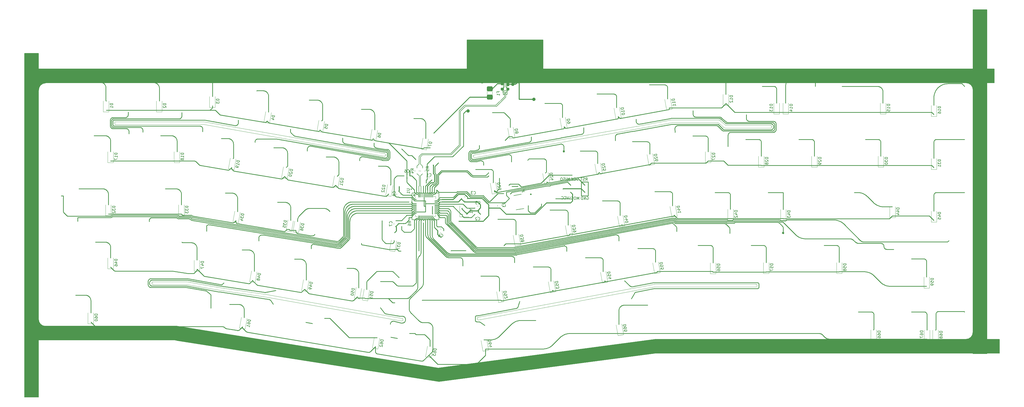
<source format=gbr>
%TF.GenerationSoftware,KiCad,Pcbnew,(6.0.1)*%
%TF.CreationDate,2022-01-26T13:37:34+07:00*%
%TF.ProjectId,Maja V1 PCB Redesign,4d616a61-2056-4312-9050-434220526564,rev?*%
%TF.SameCoordinates,Original*%
%TF.FileFunction,Legend,Bot*%
%TF.FilePolarity,Positive*%
%FSLAX46Y46*%
G04 Gerber Fmt 4.6, Leading zero omitted, Abs format (unit mm)*
G04 Created by KiCad (PCBNEW (6.0.1)) date 2022-01-26 13:37:34*
%MOMM*%
%LPD*%
G01*
G04 APERTURE LIST*
%ADD10C,0.150000*%
%ADD11C,0.049376*%
%ADD12C,0.648948*%
%ADD13C,0.352689*%
%ADD14C,0.250409*%
%ADD15C,0.201033*%
%ADD16C,0.380904*%
%ADD17C,1.051014*%
%ADD18C,0.120000*%
%ADD19C,0.203200*%
%ADD20C,0.254000*%
%ADD21C,0.127000*%
%ADD22C,0.200000*%
%ADD23C,0.250000*%
%ADD24C,0.300000*%
G04 APERTURE END LIST*
D10*
X198742140Y-75982321D02*
X225992140Y-75982321D01*
X225992140Y-75982321D02*
X225992140Y-88082321D01*
X225992140Y-88082321D02*
X198742140Y-88082321D01*
X198742140Y-88082321D02*
X198742140Y-75982321D01*
G36*
X198742140Y-75982321D02*
G01*
X225992140Y-75982321D01*
X225992140Y-88082321D01*
X198742140Y-88082321D01*
X198742140Y-75982321D01*
G37*
X381017140Y-93932321D02*
X380217286Y-93868031D01*
X380217286Y-93868031D02*
X380217140Y-93632321D01*
X380217140Y-93632321D02*
X380117140Y-93032321D01*
X380117140Y-93032321D02*
X379617140Y-92182321D01*
X379617140Y-92182321D02*
X379067140Y-91782321D01*
X379067140Y-91782321D02*
X378417140Y-91432321D01*
X378417140Y-91432321D02*
X377666787Y-91368032D01*
X377666787Y-91368032D02*
X376867140Y-90582321D01*
X376867140Y-90582321D02*
X378367140Y-89682321D01*
X378367140Y-89682321D02*
X380317140Y-89332321D01*
X380317140Y-89332321D02*
X381067140Y-91482321D01*
X381067140Y-91482321D02*
X381017140Y-93932321D01*
G36*
X381067140Y-91482321D02*
G01*
X381017140Y-93932321D01*
X380217286Y-93868031D01*
X380217140Y-93632321D01*
X380117140Y-93032321D01*
X379617140Y-92182321D01*
X379067140Y-91782321D01*
X378417140Y-91432321D01*
X377666787Y-91368032D01*
X376867140Y-90582321D01*
X378367140Y-89682321D01*
X380317140Y-89332321D01*
X381067140Y-91482321D01*
G37*
X381067140Y-91482321D02*
X381017140Y-93932321D01*
X380217286Y-93868031D01*
X380217140Y-93632321D01*
X380117140Y-93032321D01*
X379617140Y-92182321D01*
X379067140Y-91782321D01*
X378417140Y-91432321D01*
X377666787Y-91368032D01*
X376867140Y-90582321D01*
X378367140Y-89682321D01*
X380317140Y-89332321D01*
X381067140Y-91482321D01*
X380217286Y-93868031D02*
G75*
G03*
X377666787Y-91368032I-2500499J0D01*
G01*
X377617140Y-184182321D02*
X377681430Y-183382467D01*
X377681430Y-183382467D02*
X377917140Y-183382321D01*
X377917140Y-183382321D02*
X378517140Y-183282321D01*
X378517140Y-183282321D02*
X379367140Y-182782321D01*
X379367140Y-182782321D02*
X379767140Y-182232321D01*
X379767140Y-182232321D02*
X380117140Y-181582321D01*
X380117140Y-181582321D02*
X380181429Y-180831968D01*
X380181429Y-180831968D02*
X380967140Y-180032321D01*
X380967140Y-180032321D02*
X381867140Y-181532321D01*
X381867140Y-181532321D02*
X382217140Y-183482321D01*
X382217140Y-183482321D02*
X380067140Y-184232321D01*
X380067140Y-184232321D02*
X377617140Y-184182321D01*
G36*
X381867140Y-181532321D02*
G01*
X382217140Y-183482321D01*
X380067140Y-184232321D01*
X377617140Y-184182321D01*
X377681430Y-183382467D01*
X377917140Y-183382321D01*
X378517140Y-183282321D01*
X379367140Y-182782321D01*
X379767140Y-182232321D01*
X380117140Y-181582321D01*
X380181429Y-180831968D01*
X380967140Y-180032321D01*
X381867140Y-181532321D01*
G37*
X381867140Y-181532321D02*
X382217140Y-183482321D01*
X380067140Y-184232321D01*
X377617140Y-184182321D01*
X377681430Y-183382467D01*
X377917140Y-183382321D01*
X378517140Y-183282321D01*
X379367140Y-182782321D01*
X379767140Y-182232321D01*
X380117140Y-181582321D01*
X380181429Y-180831968D01*
X380967140Y-180032321D01*
X381867140Y-181532321D01*
X377681430Y-183382467D02*
G75*
G03*
X380181429Y-180831968I0J2500499D01*
G01*
X44317140Y-176132321D02*
X45116994Y-176196611D01*
X45116994Y-176196611D02*
X45117140Y-176432321D01*
X45117140Y-176432321D02*
X45217140Y-177032321D01*
X45217140Y-177032321D02*
X45717140Y-177882321D01*
X45717140Y-177882321D02*
X46267140Y-178282321D01*
X46267140Y-178282321D02*
X46917140Y-178632321D01*
X46917140Y-178632321D02*
X47667493Y-178696610D01*
X47667493Y-178696610D02*
X48467140Y-179482321D01*
X48467140Y-179482321D02*
X46967140Y-180382321D01*
X46967140Y-180382321D02*
X45017140Y-180732321D01*
X45017140Y-180732321D02*
X44267140Y-178582321D01*
X44267140Y-178582321D02*
X44317140Y-176132321D01*
G36*
X45116994Y-176196611D02*
G01*
X45117140Y-176432321D01*
X45217140Y-177032321D01*
X45717140Y-177882321D01*
X46267140Y-178282321D01*
X46917140Y-178632321D01*
X47667493Y-178696610D01*
X48467140Y-179482321D01*
X46967140Y-180382321D01*
X45017140Y-180732321D01*
X44267140Y-178582321D01*
X44317140Y-176132321D01*
X45116994Y-176196611D01*
G37*
X45116994Y-176196611D02*
X45117140Y-176432321D01*
X45217140Y-177032321D01*
X45717140Y-177882321D01*
X46267140Y-178282321D01*
X46917140Y-178632321D01*
X47667493Y-178696610D01*
X48467140Y-179482321D01*
X46967140Y-180382321D01*
X45017140Y-180732321D01*
X44267140Y-178582321D01*
X44317140Y-176132321D01*
X45116994Y-176196611D01*
X45116994Y-176196611D02*
G75*
G03*
X47667493Y-178696610I2500499J0D01*
G01*
X47717140Y-90632321D02*
X47652850Y-91432175D01*
X47652850Y-91432175D02*
X47417140Y-91432321D01*
X47417140Y-91432321D02*
X46817140Y-91532321D01*
X46817140Y-91532321D02*
X45967140Y-92032321D01*
X45967140Y-92032321D02*
X45567140Y-92582321D01*
X45567140Y-92582321D02*
X45217140Y-93232321D01*
X45217140Y-93232321D02*
X45152851Y-93982674D01*
X45152851Y-93982674D02*
X44367140Y-94782321D01*
X44367140Y-94782321D02*
X43467140Y-93282321D01*
X43467140Y-93282321D02*
X43117140Y-91332321D01*
X43117140Y-91332321D02*
X45267140Y-90582321D01*
X45267140Y-90582321D02*
X47717140Y-90632321D01*
G36*
X47717140Y-90632321D02*
G01*
X47652850Y-91432175D01*
X47417140Y-91432321D01*
X46817140Y-91532321D01*
X45967140Y-92032321D01*
X45567140Y-92582321D01*
X45217140Y-93232321D01*
X45152851Y-93982674D01*
X44367140Y-94782321D01*
X43467140Y-93282321D01*
X43117140Y-91332321D01*
X45267140Y-90582321D01*
X47717140Y-90632321D01*
G37*
X47717140Y-90632321D02*
X47652850Y-91432175D01*
X47417140Y-91432321D01*
X46817140Y-91532321D01*
X45967140Y-92032321D01*
X45567140Y-92582321D01*
X45217140Y-93232321D01*
X45152851Y-93982674D01*
X44367140Y-94782321D01*
X43467140Y-93282321D01*
X43117140Y-91332321D01*
X45267140Y-90582321D01*
X47717140Y-90632321D01*
X47652850Y-91432175D02*
G75*
G03*
X45152851Y-93982674I0J-2500499D01*
G01*
X188417140Y-193682321D02*
X266292140Y-183382321D01*
X266292140Y-183382321D02*
X266292140Y-188382321D01*
X266292140Y-188382321D02*
X188704461Y-198568584D01*
X188704461Y-198568584D02*
X94667140Y-183782321D01*
X94667140Y-183782321D02*
X94667140Y-178682321D01*
X94667140Y-178682321D02*
X188417140Y-193682321D01*
G36*
X188417140Y-193682321D02*
G01*
X266292140Y-183382321D01*
X266292140Y-188382321D01*
X188704461Y-198568584D01*
X94667140Y-183782321D01*
X94667140Y-178682321D01*
X188417140Y-193682321D01*
G37*
X188417140Y-193682321D02*
X266292140Y-183382321D01*
X266292140Y-188382321D01*
X188704461Y-198568584D01*
X94667140Y-183782321D01*
X94667140Y-178682321D01*
X188417140Y-193682321D01*
X40167140Y-178682321D02*
X94667140Y-178682321D01*
X94667140Y-178682321D02*
X94667140Y-183682321D01*
X94667140Y-183682321D02*
X40167140Y-183682321D01*
X40167140Y-183682321D02*
X40167140Y-178682321D01*
G36*
X40167140Y-178682321D02*
G01*
X94667140Y-178682321D01*
X94667140Y-183682321D01*
X40167140Y-183682321D01*
X40167140Y-178682321D01*
G37*
X387867140Y-91382321D02*
X41217140Y-91382321D01*
X41217140Y-91382321D02*
X41217140Y-86382321D01*
X41217140Y-86382321D02*
X387867140Y-86382321D01*
X387867140Y-86382321D02*
X387867140Y-91382321D01*
G36*
X387867140Y-91382321D02*
G01*
X41217140Y-91382321D01*
X41217140Y-86382321D01*
X387867140Y-86382321D01*
X387867140Y-91382321D01*
G37*
X40117140Y-204132321D02*
X45117140Y-204132321D01*
X45117140Y-204132321D02*
X45117140Y-80732321D01*
X45117140Y-80732321D02*
X40117140Y-80732321D01*
X40117140Y-80732321D02*
X40117140Y-204132321D01*
G36*
X40117140Y-204132321D02*
G01*
X45117140Y-204132321D01*
X45117140Y-80732321D01*
X40117140Y-80732321D01*
X40117140Y-204132321D01*
G37*
X380217140Y-188532321D02*
X385217140Y-188532321D01*
X385217140Y-188532321D02*
X385217140Y-65132321D01*
X385217140Y-65132321D02*
X380217140Y-65132321D01*
X380217140Y-65132321D02*
X380217140Y-188532321D01*
G36*
X380217140Y-188532321D02*
G01*
X385217140Y-188532321D01*
X385217140Y-65132321D01*
X380217140Y-65132321D01*
X380217140Y-188532321D01*
G37*
X266292140Y-183382321D02*
X389692140Y-183382321D01*
X389692140Y-183382321D02*
X389692140Y-188382321D01*
X389692140Y-188382321D02*
X266292140Y-188382321D01*
X266292140Y-188382321D02*
X266292140Y-183382321D01*
G36*
X266292140Y-183382321D02*
G01*
X389692140Y-183382321D01*
X389692140Y-188382321D01*
X266292140Y-188382321D01*
X266292140Y-183382321D01*
G37*
D11*
X204971750Y-79326935D02*
X204969782Y-79403599D01*
X204977588Y-79251219D02*
X204971750Y-79326935D01*
X204987199Y-79176549D02*
X204977588Y-79251219D01*
X205000485Y-79103023D02*
X204987199Y-79176549D01*
X205017350Y-79030737D02*
X205000485Y-79103023D01*
X205037696Y-78959790D02*
X205017350Y-79030737D01*
X205061425Y-78890279D02*
X205037696Y-78959790D01*
X205088440Y-78822301D02*
X205061425Y-78890279D01*
X205118643Y-78755954D02*
X205088440Y-78822301D01*
X205151938Y-78691334D02*
X205118643Y-78755954D01*
X205188227Y-78628539D02*
X205151938Y-78691334D01*
X205227413Y-78567668D02*
X205188227Y-78628539D01*
X205269397Y-78508816D02*
X205227413Y-78567668D01*
X205314084Y-78452082D02*
X205269397Y-78508816D01*
X205361375Y-78397562D02*
X205314084Y-78452082D01*
X205411172Y-78345355D02*
X205361375Y-78397562D01*
X205463380Y-78295557D02*
X205411172Y-78345355D01*
X205517899Y-78248267D02*
X205463380Y-78295557D01*
X205574634Y-78203580D02*
X205517899Y-78248267D01*
X205633486Y-78161596D02*
X205574634Y-78203580D01*
X205694358Y-78122410D02*
X205633486Y-78161596D01*
X205757153Y-78086121D02*
X205694358Y-78122410D01*
X205821773Y-78052826D02*
X205757153Y-78086121D01*
X205888121Y-78022622D02*
X205821773Y-78052826D01*
X205956100Y-77995607D02*
X205888121Y-78022622D01*
X206025612Y-77971878D02*
X205956100Y-77995607D01*
X206096560Y-77951532D02*
X206025612Y-77971878D01*
X206168846Y-77934668D02*
X206096560Y-77951532D01*
X206242373Y-77921381D02*
X206168846Y-77934668D01*
X206317044Y-77911770D02*
X206242373Y-77921381D01*
X206392762Y-77905932D02*
X206317044Y-77911770D01*
X206469428Y-77903964D02*
X206392762Y-77905932D01*
X380164783Y-188409361D02*
X380006090Y-188409361D01*
X291090581Y-107502377D02*
X288867931Y-105673682D01*
X204967816Y-84878914D02*
X204969782Y-84802218D01*
X204961981Y-84954657D02*
X204967816Y-84878914D01*
X204952374Y-85029351D02*
X204961981Y-84954657D01*
X204939093Y-85102897D02*
X204952374Y-85029351D01*
X204922236Y-85175199D02*
X204939093Y-85102897D01*
X204901899Y-85246160D02*
X204922236Y-85175199D01*
X204878179Y-85315681D02*
X204901899Y-85246160D01*
X204851174Y-85383667D02*
X204878179Y-85315681D01*
X204820980Y-85450020D02*
X204851174Y-85383667D01*
X204787696Y-85514642D02*
X204820980Y-85450020D01*
X204751418Y-85577437D02*
X204787696Y-85514642D01*
X204712243Y-85638308D02*
X204751418Y-85577437D01*
X204670269Y-85697156D02*
X204712243Y-85638308D01*
X204625593Y-85753886D02*
X204670269Y-85697156D01*
X204578311Y-85808399D02*
X204625593Y-85753886D01*
X204528522Y-85860599D02*
X204578311Y-85808399D01*
X204476322Y-85910388D02*
X204528522Y-85860599D01*
X204421809Y-85957669D02*
X204476322Y-85910388D01*
X204365079Y-86002345D02*
X204421809Y-85957669D01*
X204306231Y-86044319D02*
X204365079Y-86002345D01*
X204245360Y-86083494D02*
X204306231Y-86044319D01*
X204182565Y-86119772D02*
X204245360Y-86083494D01*
X204117942Y-86153056D02*
X204182565Y-86119772D01*
X204051589Y-86183250D02*
X204117942Y-86153056D01*
X203983603Y-86210255D02*
X204051589Y-86183250D01*
X203914081Y-86233975D02*
X203983603Y-86210255D01*
X203843120Y-86254312D02*
X203914081Y-86233975D01*
X203770818Y-86271169D02*
X203843120Y-86254312D01*
X203697271Y-86284450D02*
X203770818Y-86271169D01*
X203622577Y-86294056D02*
X203697271Y-86284450D01*
X203546834Y-86299892D02*
X203622577Y-86294056D01*
X203470137Y-86301858D02*
X203546834Y-86299892D01*
X201398796Y-117179482D02*
X257739546Y-107244924D01*
X338520635Y-188376553D02*
X317185720Y-188359630D01*
X307564885Y-106617075D02*
X307539308Y-106616419D01*
X307590145Y-106619021D02*
X307564885Y-106617075D01*
X307615055Y-106622225D02*
X307590145Y-106619021D01*
X307639582Y-106626654D02*
X307615055Y-106622225D01*
X307663694Y-106632276D02*
X307639582Y-106626654D01*
X307687359Y-106639058D02*
X307663694Y-106632276D01*
X307710544Y-106646967D02*
X307687359Y-106639058D01*
X307733217Y-106655972D02*
X307710544Y-106646967D01*
X307755345Y-106666039D02*
X307733217Y-106655972D01*
X307776896Y-106677137D02*
X307755345Y-106666039D01*
X307797838Y-106689233D02*
X307776896Y-106677137D01*
X307818137Y-106702294D02*
X307797838Y-106689233D01*
X307837763Y-106716287D02*
X307818137Y-106702294D01*
X307856682Y-106731181D02*
X307837763Y-106716287D01*
X307874861Y-106746943D02*
X307856682Y-106731181D01*
X307892270Y-106763540D02*
X307874861Y-106746943D01*
X307908874Y-106780939D02*
X307892270Y-106763540D01*
X307924642Y-106799110D02*
X307908874Y-106780939D01*
X307939541Y-106818018D02*
X307924642Y-106799110D01*
X307953539Y-106837631D02*
X307939541Y-106818018D01*
X307966604Y-106857917D02*
X307953539Y-106837631D01*
X307978702Y-106878844D02*
X307966604Y-106857917D01*
X307989802Y-106900378D02*
X307978702Y-106878844D01*
X307999872Y-106922488D02*
X307989802Y-106900378D01*
X308008878Y-106945141D02*
X307999872Y-106922488D01*
X308016788Y-106968304D02*
X308008878Y-106945141D01*
X308023570Y-106991945D02*
X308016788Y-106968304D01*
X308029192Y-107016032D02*
X308023570Y-106991945D01*
X308033621Y-107040531D02*
X308029192Y-107016032D01*
X308036825Y-107065411D02*
X308033621Y-107040531D01*
X308038771Y-107090639D02*
X308036825Y-107065411D01*
X308039427Y-107116183D02*
X308038771Y-107090639D01*
X308039427Y-107116183D02*
X308039427Y-107116183D01*
X308038771Y-107141759D02*
X308039427Y-107116183D01*
X308036825Y-107167018D02*
X308038771Y-107141759D01*
X308033621Y-107191927D02*
X308036825Y-107167018D01*
X308029192Y-107216453D02*
X308033621Y-107191927D01*
X308023570Y-107240565D02*
X308029192Y-107216453D01*
X308016788Y-107264229D02*
X308023570Y-107240565D01*
X308008878Y-107287413D02*
X308016788Y-107264229D01*
X307999872Y-107310086D02*
X308008878Y-107287413D01*
X307989802Y-107332213D02*
X307999872Y-107310086D01*
X307978702Y-107353764D02*
X307989802Y-107332213D01*
X307966604Y-107374705D02*
X307978702Y-107353764D01*
X307953539Y-107395004D02*
X307966604Y-107374705D01*
X307939541Y-107414630D02*
X307953539Y-107395004D01*
X307924642Y-107433548D02*
X307939541Y-107414630D01*
X307908874Y-107451728D02*
X307924642Y-107433548D01*
X307892270Y-107469136D02*
X307908874Y-107451728D01*
X307874861Y-107485740D02*
X307892270Y-107469136D01*
X307856682Y-107501507D02*
X307874861Y-107485740D01*
X307837763Y-107516407D02*
X307856682Y-107501507D01*
X307818137Y-107530404D02*
X307837763Y-107516407D01*
X307797838Y-107543469D02*
X307818137Y-107530404D01*
X307776896Y-107555567D02*
X307797838Y-107543469D01*
X307755345Y-107566667D02*
X307776896Y-107555567D01*
X307733217Y-107576736D02*
X307755345Y-107566667D01*
X307710544Y-107585742D02*
X307733217Y-107576736D01*
X307687359Y-107593653D02*
X307710544Y-107585742D01*
X307663694Y-107600435D02*
X307687359Y-107593653D01*
X307639582Y-107606057D02*
X307663694Y-107600435D01*
X307615055Y-107610486D02*
X307639582Y-107606057D01*
X307590145Y-107613690D02*
X307615055Y-107610486D01*
X307564885Y-107615636D02*
X307590145Y-107613690D01*
X307539308Y-107616291D02*
X307564885Y-107615636D01*
X291386356Y-107615818D02*
X291408006Y-107616291D01*
X291364809Y-107614405D02*
X291386356Y-107615818D01*
X291343396Y-107612065D02*
X291364809Y-107614405D01*
X291322146Y-107608808D02*
X291343396Y-107612065D01*
X291301088Y-107604646D02*
X291322146Y-107608808D01*
X291280251Y-107599590D02*
X291301088Y-107604646D01*
X291259667Y-107593652D02*
X291280251Y-107599590D01*
X291239363Y-107586843D02*
X291259667Y-107593652D01*
X291219369Y-107579174D02*
X291239363Y-107586843D01*
X291199715Y-107570657D02*
X291219369Y-107579174D01*
X291180431Y-107561303D02*
X291199715Y-107570657D01*
X291161545Y-107551124D02*
X291180431Y-107561303D01*
X291143088Y-107540130D02*
X291161545Y-107551124D01*
X291125088Y-107528333D02*
X291143088Y-107540130D01*
X291107576Y-107515746D02*
X291125088Y-107528333D01*
X291090581Y-107502377D02*
X291107576Y-107515746D01*
X385165933Y-91300527D02*
X385165933Y-183410693D01*
X175367038Y-175818541D02*
X175344907Y-175814122D01*
X175388779Y-175823912D02*
X175367038Y-175818541D01*
X175410109Y-175830212D02*
X175388779Y-175823912D01*
X175431008Y-175837416D02*
X175410109Y-175830212D01*
X175451455Y-175845499D02*
X175431008Y-175837416D01*
X175471429Y-175854437D02*
X175451455Y-175845499D01*
X175490910Y-175864205D02*
X175471429Y-175854437D01*
X175509878Y-175874779D02*
X175490910Y-175864205D01*
X175528313Y-175886135D02*
X175509878Y-175874779D01*
X175546193Y-175898246D02*
X175528313Y-175886135D01*
X175563498Y-175911090D02*
X175546193Y-175898246D01*
X175580208Y-175924642D02*
X175563498Y-175911090D01*
X175596303Y-175938877D02*
X175580208Y-175924642D01*
X175611761Y-175953770D02*
X175596303Y-175938877D01*
X175626563Y-175969297D02*
X175611761Y-175953770D01*
X175640688Y-175985433D02*
X175626563Y-175969297D01*
X175654116Y-176002154D02*
X175640688Y-175985433D01*
X175666825Y-176019436D02*
X175654116Y-176002154D01*
X175678796Y-176037253D02*
X175666825Y-176019436D01*
X175690008Y-176055582D02*
X175678796Y-176037253D01*
X175700441Y-176074397D02*
X175690008Y-176055582D01*
X175710074Y-176093675D02*
X175700441Y-176074397D01*
X175718886Y-176113390D02*
X175710074Y-176093675D01*
X175726858Y-176133518D02*
X175718886Y-176113390D01*
X175733969Y-176154035D02*
X175726858Y-176133518D01*
X175740198Y-176174916D02*
X175733969Y-176154035D01*
X175745524Y-176196136D02*
X175740198Y-176174916D01*
X175749929Y-176217672D02*
X175745524Y-176196136D01*
X175753390Y-176239497D02*
X175749929Y-176217672D01*
X175755887Y-176261589D02*
X175753390Y-176239497D01*
X175757401Y-176283922D02*
X175755887Y-176261589D01*
X175757910Y-176306471D02*
X175757401Y-176283922D01*
X175757910Y-176306471D02*
X175757910Y-176306471D01*
X175757255Y-176332016D02*
X175757910Y-176306471D01*
X175755312Y-176357244D02*
X175757255Y-176332016D01*
X175752113Y-176382125D02*
X175755312Y-176357244D01*
X175747690Y-176406625D02*
X175752113Y-176382125D01*
X175742076Y-176430712D02*
X175747690Y-176406625D01*
X175735303Y-176454353D02*
X175742076Y-176430712D01*
X175727403Y-176477516D02*
X175735303Y-176454353D01*
X175718409Y-176500169D02*
X175727403Y-176477516D01*
X175708353Y-176522278D02*
X175718409Y-176500169D01*
X175697266Y-176543812D02*
X175708353Y-176522278D01*
X175685182Y-176564739D02*
X175697266Y-176543812D01*
X175672133Y-176585024D02*
X175685182Y-176564739D01*
X175658151Y-176604637D02*
X175672133Y-176585024D01*
X175643267Y-176623544D02*
X175658151Y-176604637D01*
X175627516Y-176641714D02*
X175643267Y-176623544D01*
X175610928Y-176659113D02*
X175627516Y-176641714D01*
X175593537Y-176675709D02*
X175610928Y-176659113D01*
X175575374Y-176691470D02*
X175593537Y-176675709D01*
X175556471Y-176706363D02*
X175575374Y-176691470D01*
X175536862Y-176720356D02*
X175556471Y-176706363D01*
X175516578Y-176733416D02*
X175536862Y-176720356D01*
X175495651Y-176745511D02*
X175516578Y-176733416D01*
X175474114Y-176756608D02*
X175495651Y-176745511D01*
X175452000Y-176766675D02*
X175474114Y-176756608D01*
X175429340Y-176775679D02*
X175452000Y-176766675D01*
X175406167Y-176783588D02*
X175429340Y-176775679D01*
X175382512Y-176790369D02*
X175406167Y-176783588D01*
X175358410Y-176795991D02*
X175382512Y-176790369D01*
X175333890Y-176800419D02*
X175358410Y-176795991D01*
X175308987Y-176803623D02*
X175333890Y-176800419D01*
X175283732Y-176805569D02*
X175308987Y-176803623D01*
X175258157Y-176806224D02*
X175283732Y-176805569D01*
X175258157Y-176806224D02*
X175258157Y-176806224D01*
X175247296Y-176806109D02*
X175258157Y-176806224D01*
X175236416Y-176805763D02*
X175247296Y-176806109D01*
X175225527Y-176805185D02*
X175236416Y-176805763D01*
X175214642Y-176804376D02*
X175225527Y-176805185D01*
X175203774Y-176803335D02*
X175214642Y-176804376D01*
X175192933Y-176802063D02*
X175203774Y-176803335D01*
X175182134Y-176800558D02*
X175192933Y-176802063D01*
X175171387Y-176798821D02*
X175182134Y-176800558D01*
X338660289Y-188374092D02*
X338520635Y-188376553D01*
X98312575Y-162719110D02*
X110180223Y-164811970D01*
X302281060Y-164615161D02*
X265919120Y-164615161D01*
X86208090Y-163710567D02*
X86233666Y-163711222D01*
X86182834Y-163708624D02*
X86208090Y-163710567D01*
X86157930Y-163705425D02*
X86182834Y-163708624D01*
X86133410Y-163701002D02*
X86157930Y-163705425D01*
X86109306Y-163695388D02*
X86133410Y-163701002D01*
X86085651Y-163688615D02*
X86109306Y-163695388D01*
X86062477Y-163680714D02*
X86085651Y-163688615D01*
X86039817Y-163671720D02*
X86062477Y-163680714D01*
X86017702Y-163661663D02*
X86039817Y-163671720D01*
X85996165Y-163650576D02*
X86017702Y-163661663D01*
X85975238Y-163638492D02*
X85996165Y-163650576D01*
X85954953Y-163625442D02*
X85975238Y-163638492D01*
X85935343Y-163611459D02*
X85954953Y-163625442D01*
X85916441Y-163596576D02*
X85935343Y-163611459D01*
X85898277Y-163580824D02*
X85916441Y-163596576D01*
X85880886Y-163564235D02*
X85898277Y-163580824D01*
X85864298Y-163546843D02*
X85880886Y-163564235D01*
X85848546Y-163528680D02*
X85864298Y-163546843D01*
X85833663Y-163509777D02*
X85848546Y-163528680D01*
X85819680Y-163490167D02*
X85833663Y-163509777D01*
X85806631Y-163469883D02*
X85819680Y-163490167D01*
X85794547Y-163448956D02*
X85806631Y-163469883D01*
X85783460Y-163427419D02*
X85794547Y-163448956D01*
X85773404Y-163405304D02*
X85783460Y-163427419D01*
X85764409Y-163382643D02*
X85773404Y-163405304D01*
X85756509Y-163359470D02*
X85764409Y-163382643D01*
X85749736Y-163335815D02*
X85756509Y-163359470D01*
X85744122Y-163311712D02*
X85749736Y-163335815D01*
X85739700Y-163287193D02*
X85744122Y-163311712D01*
X85736501Y-163262289D02*
X85739700Y-163287193D01*
X85734557Y-163237034D02*
X85736501Y-163262289D01*
X85733903Y-163211459D02*
X85734557Y-163237034D01*
X85733903Y-163211459D02*
X85733903Y-163211459D01*
X85734557Y-163185915D02*
X85733903Y-163211459D01*
X85736501Y-163160686D02*
X85734557Y-163185915D01*
X85739700Y-163135805D02*
X85736501Y-163160686D01*
X85744122Y-163111305D02*
X85739700Y-163135805D01*
X85749736Y-163087218D02*
X85744122Y-163111305D01*
X85756509Y-163063577D02*
X85749736Y-163087218D01*
X85764409Y-163040413D02*
X85756509Y-163063577D01*
X85773404Y-163017760D02*
X85764409Y-163040413D01*
X85783460Y-162995650D02*
X85773404Y-163017760D01*
X85794547Y-162974116D02*
X85783460Y-162995650D01*
X85806631Y-162953189D02*
X85794547Y-162974116D01*
X85819680Y-162932903D02*
X85806631Y-162953189D01*
X85833663Y-162913290D02*
X85819680Y-162932903D01*
X85848546Y-162894382D02*
X85833663Y-162913290D01*
X85864298Y-162876212D02*
X85848546Y-162894382D01*
X85880886Y-162858812D02*
X85864298Y-162876212D01*
X85898277Y-162842216D02*
X85880886Y-162858812D01*
X85916441Y-162826454D02*
X85898277Y-162842216D01*
X85935343Y-162811561D02*
X85916441Y-162826454D01*
X85954953Y-162797567D02*
X85935343Y-162811561D01*
X85975238Y-162784507D02*
X85954953Y-162797567D01*
X85996165Y-162772412D02*
X85975238Y-162784507D01*
X86017702Y-162761314D02*
X85996165Y-162772412D01*
X86039817Y-162751247D02*
X86017702Y-162761314D01*
X86062477Y-162742242D02*
X86039817Y-162751247D01*
X86085651Y-162734333D02*
X86062477Y-162742242D01*
X86109306Y-162727552D02*
X86085651Y-162734333D01*
X86133410Y-162721930D02*
X86109306Y-162727552D01*
X86157930Y-162717501D02*
X86133410Y-162721930D01*
X86182834Y-162714298D02*
X86157930Y-162717501D01*
X86208090Y-162712352D02*
X86182834Y-162714298D01*
X86233666Y-162711696D02*
X86208090Y-162712352D01*
X265872562Y-163615289D02*
X302281060Y-163615289D01*
X272107758Y-104673810D02*
X289047085Y-104673810D01*
X202948398Y-176430838D02*
X202959787Y-176428857D01*
X202936977Y-176432556D02*
X202948398Y-176430838D01*
X202925522Y-176434010D02*
X202936977Y-176432556D01*
X202914035Y-176435200D02*
X202925522Y-176434010D01*
X202902514Y-176436127D02*
X202914035Y-176435200D01*
X202890959Y-176436789D02*
X202902514Y-176436127D01*
X202879371Y-176437186D02*
X202890959Y-176436789D01*
X202867749Y-176437318D02*
X202879371Y-176437186D01*
X202867749Y-176437318D02*
X202867749Y-176437318D01*
X202842172Y-176436662D02*
X202867749Y-176437318D01*
X202816915Y-176434716D02*
X202842172Y-176436662D01*
X202792011Y-176431513D02*
X202816915Y-176434716D01*
X202767490Y-176427084D02*
X202792011Y-176431513D01*
X202743386Y-176421462D02*
X202767490Y-176427084D01*
X202719731Y-176414680D02*
X202743386Y-176421462D01*
X202696557Y-176406771D02*
X202719731Y-176414680D01*
X202673897Y-176397766D02*
X202696557Y-176406771D01*
X202651782Y-176387698D02*
X202673897Y-176397766D01*
X202630245Y-176376600D02*
X202651782Y-176387698D01*
X202609319Y-176364505D02*
X202630245Y-176376600D01*
X202589035Y-176351444D02*
X202609319Y-176364505D01*
X202569426Y-176337450D02*
X202589035Y-176351444D01*
X202550524Y-176322556D02*
X202569426Y-176337450D01*
X202532361Y-176306794D02*
X202550524Y-176322556D01*
X202514970Y-176290197D02*
X202532361Y-176306794D01*
X202498383Y-176272797D02*
X202514970Y-176290197D01*
X202482632Y-176254626D02*
X202498383Y-176272797D01*
X202467749Y-176235718D02*
X202482632Y-176254626D01*
X202453767Y-176216104D02*
X202467749Y-176235718D01*
X202440719Y-176195818D02*
X202453767Y-176216104D01*
X202428635Y-176174891D02*
X202440719Y-176195818D01*
X202417550Y-176153356D02*
X202428635Y-176174891D01*
X202407494Y-176131245D02*
X202417550Y-176153356D01*
X202398500Y-176108592D02*
X202407494Y-176131245D01*
X202390601Y-176085428D02*
X202398500Y-176108592D01*
X202383828Y-176061787D02*
X202390601Y-176085428D01*
X202378214Y-176037699D02*
X202383828Y-176061787D01*
X202373792Y-176013199D02*
X202378214Y-176037699D01*
X202370593Y-175988318D02*
X202373792Y-176013199D01*
X202368650Y-175963089D02*
X202370593Y-175988318D01*
X202367996Y-175937545D02*
X202368650Y-175963089D01*
X202367996Y-175937545D02*
X202367996Y-175937545D01*
X202368497Y-175915160D02*
X202367996Y-175937545D01*
X202369986Y-175892990D02*
X202368497Y-175915160D01*
X202372444Y-175871057D02*
X202369986Y-175892990D01*
X202375850Y-175849387D02*
X202372444Y-175871057D01*
X202380185Y-175828002D02*
X202375850Y-175849387D01*
X202385428Y-175806928D02*
X202380185Y-175828002D01*
X202391561Y-175786187D02*
X202385428Y-175806928D01*
X202398562Y-175765805D02*
X202391561Y-175786187D01*
X202406412Y-175745804D02*
X202398562Y-175765805D01*
X202415091Y-175726209D02*
X202406412Y-175745804D01*
X202424578Y-175707044D02*
X202415091Y-175726209D01*
X202434855Y-175688332D02*
X202424578Y-175707044D01*
X202445901Y-175670098D02*
X202434855Y-175688332D01*
X202457696Y-175652366D02*
X202445901Y-175670098D01*
X202470220Y-175635160D02*
X202457696Y-175652366D01*
X202483453Y-175618503D02*
X202470220Y-175635160D01*
X202497375Y-175602419D02*
X202483453Y-175618503D01*
X202511967Y-175586933D02*
X202497375Y-175602419D01*
X202527209Y-175572068D02*
X202511967Y-175586933D01*
X202543079Y-175557849D02*
X202527209Y-175572068D01*
X202559559Y-175544299D02*
X202543079Y-175557849D01*
X202576629Y-175531442D02*
X202559559Y-175544299D01*
X202594269Y-175519302D02*
X202576629Y-175531442D01*
X202612458Y-175507904D02*
X202594269Y-175519302D01*
X202631176Y-175497271D02*
X202612458Y-175507904D01*
X202650405Y-175487427D02*
X202631176Y-175497271D01*
X202670123Y-175478395D02*
X202650405Y-175487427D01*
X202690311Y-175470201D02*
X202670123Y-175478395D01*
X202710950Y-175462868D02*
X202690311Y-175470201D01*
X202732018Y-175456420D02*
X202710950Y-175462868D01*
X202753496Y-175450880D02*
X202732018Y-175456420D01*
X202775364Y-175446274D02*
X202753496Y-175450880D01*
X265791914Y-163621766D02*
X265780504Y-163623750D01*
X265803377Y-163620047D02*
X265791914Y-163621766D01*
X265814880Y-163618592D02*
X265803377Y-163620047D01*
X265826411Y-163617403D02*
X265814880Y-163618592D01*
X265837957Y-163616478D02*
X265826411Y-163617403D01*
X265849506Y-163615817D02*
X265837957Y-163616478D01*
X265861045Y-163615421D02*
X265849506Y-163615817D01*
X265872562Y-163615289D02*
X265861045Y-163615421D01*
X257914619Y-108229204D02*
X257914490Y-108229267D01*
X257914741Y-108229149D02*
X257914619Y-108229204D01*
X257914856Y-108229102D02*
X257914741Y-108229149D01*
X257914966Y-108229061D02*
X257914856Y-108229102D01*
X257915072Y-108229027D02*
X257914966Y-108229061D01*
X257915175Y-108228998D02*
X257915072Y-108229027D01*
X257915275Y-108228974D02*
X257915175Y-108228998D01*
X257915374Y-108228955D02*
X257915275Y-108228974D01*
X257915474Y-108228941D02*
X257915374Y-108228955D01*
X257915574Y-108228930D02*
X257915474Y-108228941D01*
X257915677Y-108228922D02*
X257915574Y-108228930D01*
X257915783Y-108228916D02*
X257915677Y-108228922D01*
X257916008Y-108228912D02*
X257915783Y-108228916D01*
X257916259Y-108228911D02*
X257916008Y-108228912D01*
X188704461Y-198568584D02*
X160677971Y-194167362D01*
X110028212Y-165799852D02*
X110013760Y-165797726D01*
X241522877Y-86301858D02*
X380164783Y-86301858D01*
X110013760Y-165797726D02*
X98182084Y-163711222D01*
X126396535Y-167183448D02*
X175344907Y-175814122D01*
X257739546Y-107244924D02*
X272019585Y-104681570D01*
X126230073Y-168169214D02*
X110028212Y-165799852D01*
X40181578Y-177624827D02*
X40181578Y-92300399D01*
X317185720Y-188359630D02*
X317013969Y-188355765D01*
X221405817Y-86301858D02*
X230419168Y-86301858D01*
X317013969Y-188355765D02*
X275991227Y-188320842D01*
X104317472Y-106283485D02*
X72867435Y-106283129D01*
X98182084Y-163711222D02*
X86233666Y-163711222D01*
X302306637Y-163615945D02*
X302281060Y-163615289D01*
X302331894Y-163617891D02*
X302306637Y-163615945D01*
X302356798Y-163621094D02*
X302331894Y-163617891D01*
X302381319Y-163625523D02*
X302356798Y-163621094D01*
X302405423Y-163631144D02*
X302381319Y-163625523D01*
X302429078Y-163637926D02*
X302405423Y-163631144D01*
X302452252Y-163645835D02*
X302429078Y-163637926D01*
X302474912Y-163654840D02*
X302452252Y-163645835D01*
X302497027Y-163664907D02*
X302474912Y-163654840D01*
X302518564Y-163676004D02*
X302497027Y-163664907D01*
X302539490Y-163688099D02*
X302518564Y-163676004D01*
X302559774Y-163701160D02*
X302539490Y-163688099D01*
X302579383Y-163715153D02*
X302559774Y-163701160D01*
X302598286Y-163730046D02*
X302579383Y-163715153D01*
X302616448Y-163745807D02*
X302598286Y-163730046D01*
X302633839Y-163762404D02*
X302616448Y-163745807D01*
X302650427Y-163779803D02*
X302633839Y-163762404D01*
X302666178Y-163797973D02*
X302650427Y-163779803D01*
X302681060Y-163816880D02*
X302666178Y-163797973D01*
X302695042Y-163836493D02*
X302681060Y-163816880D01*
X302708090Y-163856779D02*
X302695042Y-163836493D01*
X302720174Y-163877705D02*
X302708090Y-163856779D01*
X302731260Y-163899239D02*
X302720174Y-163877705D01*
X302741315Y-163921349D02*
X302731260Y-163899239D01*
X302750309Y-163944001D02*
X302741315Y-163921349D01*
X302758208Y-163967164D02*
X302750309Y-163944001D01*
X302764981Y-163990805D02*
X302758208Y-163967164D01*
X302770595Y-164014891D02*
X302764981Y-163990805D01*
X302775017Y-164039391D02*
X302770595Y-164014891D01*
X302778216Y-164064270D02*
X302775017Y-164039391D01*
X302780159Y-164089498D02*
X302778216Y-164064270D01*
X302780813Y-164115042D02*
X302780159Y-164089498D01*
X302780813Y-164115042D02*
X302780813Y-164115042D01*
X302780159Y-164140619D02*
X302780813Y-164115042D01*
X302778216Y-164165879D02*
X302780159Y-164140619D01*
X302775017Y-164190789D02*
X302778216Y-164165879D01*
X302770595Y-164215316D02*
X302775017Y-164190789D01*
X302764981Y-164239428D02*
X302770595Y-164215316D01*
X302758208Y-164263093D02*
X302764981Y-164239428D01*
X302750309Y-164286278D02*
X302758208Y-164263093D01*
X302741315Y-164308951D02*
X302750309Y-164286278D01*
X302731260Y-164331079D02*
X302741315Y-164308951D01*
X302720174Y-164352630D02*
X302731260Y-164331079D01*
X302708090Y-164373571D02*
X302720174Y-164352630D01*
X302695042Y-164393871D02*
X302708090Y-164373571D01*
X302681060Y-164413497D02*
X302695042Y-164393871D01*
X302666178Y-164432416D02*
X302681060Y-164413497D01*
X302650427Y-164450595D02*
X302666178Y-164432416D01*
X302633839Y-164468004D02*
X302650427Y-164450595D01*
X302616448Y-164484608D02*
X302633839Y-164468004D01*
X302598286Y-164500376D02*
X302616448Y-164484608D01*
X302579383Y-164515275D02*
X302598286Y-164500376D01*
X302559774Y-164529273D02*
X302579383Y-164515275D01*
X302539490Y-164542338D02*
X302559774Y-164529273D01*
X302518564Y-164554436D02*
X302539490Y-164542338D01*
X302497027Y-164565536D02*
X302518564Y-164554436D01*
X302474912Y-164575606D02*
X302497027Y-164565536D01*
X302452252Y-164584612D02*
X302474912Y-164575606D01*
X302429078Y-164592522D02*
X302452252Y-164584612D01*
X302405423Y-164599304D02*
X302429078Y-164592522D01*
X302381319Y-164604926D02*
X302405423Y-164599304D01*
X302356798Y-164609355D02*
X302381319Y-164604926D01*
X302331894Y-164612559D02*
X302356798Y-164609355D01*
X302306637Y-164614505D02*
X302331894Y-164612559D01*
X302281060Y-164615161D02*
X302306637Y-164614505D01*
X230534974Y-86304302D02*
X230419168Y-86301858D01*
X230649809Y-86311573D02*
X230534974Y-86304302D01*
X230763556Y-86323585D02*
X230649809Y-86311573D01*
X230876102Y-86340250D02*
X230763556Y-86323585D01*
X230987331Y-86361478D02*
X230876102Y-86340250D01*
X231097130Y-86387182D02*
X230987331Y-86361478D01*
X231205384Y-86417275D02*
X231097130Y-86387182D01*
X231311978Y-86451668D02*
X231205384Y-86417275D01*
X231416797Y-86490273D02*
X231311978Y-86451668D01*
X231519727Y-86533002D02*
X231416797Y-86490273D01*
X231620652Y-86579767D02*
X231519727Y-86533002D01*
X231719460Y-86630480D02*
X231620652Y-86579767D01*
X231816034Y-86685053D02*
X231719460Y-86630480D01*
X231910261Y-86743399D02*
X231816034Y-86685053D01*
X232002025Y-86805428D02*
X231910261Y-86743399D01*
X232091212Y-86871053D02*
X232002025Y-86805428D01*
X232177708Y-86940186D02*
X232091212Y-86871053D01*
X232261397Y-87012739D02*
X232177708Y-86940186D01*
X232342166Y-87088624D02*
X232261397Y-87012739D01*
X232419899Y-87167753D02*
X232342166Y-87088624D01*
X232494482Y-87250038D02*
X232419899Y-87167753D01*
X232565800Y-87335391D02*
X232494482Y-87250038D01*
X232633739Y-87423723D02*
X232565800Y-87335391D01*
X232698184Y-87514948D02*
X232633739Y-87423723D01*
X232759020Y-87608976D02*
X232698184Y-87514948D01*
X232816133Y-87705720D02*
X232759020Y-87608976D01*
X232869408Y-87805091D02*
X232816133Y-87705720D01*
X232918731Y-87907003D02*
X232869408Y-87805091D01*
X232963987Y-88011366D02*
X232918731Y-87907003D01*
X233005061Y-88118093D02*
X232963987Y-88011366D01*
X233041838Y-88227095D02*
X233005061Y-88118093D01*
X233074205Y-88338285D02*
X233041838Y-88227095D01*
X40181578Y-92300399D02*
X40181578Y-92300399D01*
X40181578Y-92300399D02*
X40181578Y-92300399D01*
X40189446Y-91993678D02*
X40181578Y-92300399D01*
X40212793Y-91690760D02*
X40189446Y-91993678D01*
X40251228Y-91392034D02*
X40212793Y-91690760D01*
X40304362Y-91097890D02*
X40251228Y-91392034D01*
X40371807Y-90808716D02*
X40304362Y-91097890D01*
X40453173Y-90524902D02*
X40371807Y-90808716D01*
X40548070Y-90246837D02*
X40453173Y-90524902D01*
X40656111Y-89974909D02*
X40548070Y-90246837D01*
X40776905Y-89709509D02*
X40656111Y-89974909D01*
X40910064Y-89451025D02*
X40776905Y-89709509D01*
X41055198Y-89199847D02*
X40910064Y-89451025D01*
X41211918Y-88956363D02*
X41055198Y-89199847D01*
X41379835Y-88720963D02*
X41211918Y-88956363D01*
X41558560Y-88494036D02*
X41379835Y-88720963D01*
X41747704Y-88275971D02*
X41558560Y-88494036D01*
X41946878Y-88067158D02*
X41747704Y-88275971D01*
X42155692Y-87867984D02*
X41946878Y-88067158D01*
X42373757Y-87678840D02*
X42155692Y-87867984D01*
X42600684Y-87500115D02*
X42373757Y-87678840D01*
X42836084Y-87332198D02*
X42600684Y-87500115D01*
X43079568Y-87175478D02*
X42836084Y-87332198D01*
X43330747Y-87030344D02*
X43079568Y-87175478D01*
X43589231Y-86897185D02*
X43330747Y-87030344D01*
X43854631Y-86776391D02*
X43589231Y-86897185D01*
X44126559Y-86668351D02*
X43854631Y-86776391D01*
X44404624Y-86573453D02*
X44126559Y-86668351D01*
X44688439Y-86492087D02*
X44404624Y-86573453D01*
X44977613Y-86424642D02*
X44688439Y-86492087D01*
X45271758Y-86371508D02*
X44977613Y-86424642D01*
X45570484Y-86333073D02*
X45271758Y-86371508D01*
X45873402Y-86309727D02*
X45570484Y-86333073D01*
X46180124Y-86301858D02*
X45873402Y-86309727D01*
X46180124Y-86301858D02*
X46180124Y-86301858D01*
X46180124Y-86301858D02*
X46180124Y-86301858D01*
X169149810Y-116700359D02*
X169127712Y-116695940D01*
X169171522Y-116705731D02*
X169149810Y-116700359D01*
X169192827Y-116712031D02*
X169171522Y-116705731D01*
X169213704Y-116719235D02*
X169192827Y-116712031D01*
X169234133Y-116727318D02*
X169213704Y-116719235D01*
X169254093Y-116736256D02*
X169234133Y-116727318D01*
X169273563Y-116746025D02*
X169254093Y-116736256D01*
X169292523Y-116756599D02*
X169273563Y-116746025D01*
X169310951Y-116767955D02*
X169292523Y-116756599D01*
X169328828Y-116780067D02*
X169310951Y-116767955D01*
X169346133Y-116792911D02*
X169328828Y-116780067D01*
X169362844Y-116806463D02*
X169346133Y-116792911D01*
X169378942Y-116820698D02*
X169362844Y-116806463D01*
X169394406Y-116835591D02*
X169378942Y-116820698D01*
X169409214Y-116851118D02*
X169394406Y-116835591D01*
X169423347Y-116867255D02*
X169409214Y-116851118D01*
X169436783Y-116883976D02*
X169423347Y-116867255D01*
X169449502Y-116901258D02*
X169436783Y-116883976D01*
X169461483Y-116919076D02*
X169449502Y-116901258D01*
X169472707Y-116937405D02*
X169461483Y-116919076D01*
X169483150Y-116956220D02*
X169472707Y-116937405D01*
X169492795Y-116975498D02*
X169483150Y-116956220D01*
X169501619Y-116995213D02*
X169492795Y-116975498D01*
X169509601Y-117015341D02*
X169501619Y-116995213D01*
X169516722Y-117035858D02*
X169509601Y-117015341D01*
X169522961Y-117056738D02*
X169516722Y-117035858D01*
X169528296Y-117077958D02*
X169522961Y-117056738D01*
X169532708Y-117099493D02*
X169528296Y-117077958D01*
X169536176Y-117121318D02*
X169532708Y-117099493D01*
X169538678Y-117143409D02*
X169536176Y-117121318D01*
X169540194Y-117165741D02*
X169538678Y-117143409D01*
X169540704Y-117188290D02*
X169540194Y-117165741D01*
X169540704Y-117188290D02*
X169540704Y-117188290D01*
X169540049Y-117213865D02*
X169540704Y-117188290D01*
X169538103Y-117239121D02*
X169540049Y-117213865D01*
X169534899Y-117264025D02*
X169538103Y-117239121D01*
X169530470Y-117288546D02*
X169534899Y-117264025D01*
X169524849Y-117312649D02*
X169530470Y-117288546D01*
X169518067Y-117336304D02*
X169524849Y-117312649D01*
X169510158Y-117359478D02*
X169518067Y-117336304D01*
X169501153Y-117382138D02*
X169510158Y-117359478D01*
X169491086Y-117404253D02*
X169501153Y-117382138D01*
X169479989Y-117425791D02*
X169491086Y-117404253D01*
X169467893Y-117446718D02*
X169479989Y-117425791D01*
X169454833Y-117467002D02*
X169467893Y-117446718D01*
X169440840Y-117486612D02*
X169454833Y-117467002D01*
X169425946Y-117505515D02*
X169440840Y-117486612D01*
X169410185Y-117523678D02*
X169425946Y-117505515D01*
X169393588Y-117541070D02*
X169410185Y-117523678D01*
X169376188Y-117557658D02*
X169393588Y-117541070D01*
X169358018Y-117573409D02*
X169376188Y-117557658D01*
X169339111Y-117588293D02*
X169358018Y-117573409D01*
X169319497Y-117602275D02*
X169339111Y-117588293D01*
X169299211Y-117615325D02*
X169319497Y-117602275D01*
X169278285Y-117627409D02*
X169299211Y-117615325D01*
X169256750Y-117638495D02*
X169278285Y-117627409D01*
X169234640Y-117648552D02*
X169256750Y-117638495D01*
X169211987Y-117657546D02*
X169234640Y-117648552D01*
X169188824Y-117665446D02*
X169211987Y-117657546D01*
X169165182Y-117672219D02*
X169188824Y-117665446D01*
X169141095Y-117677833D02*
X169165182Y-117672219D01*
X169116595Y-117682256D02*
X169141095Y-117677833D01*
X169091714Y-117685455D02*
X169116595Y-117682256D01*
X169066486Y-117687398D02*
X169091714Y-117685455D01*
X169040941Y-117688053D02*
X169066486Y-117687398D01*
X169040941Y-117688053D02*
X169040941Y-117688053D01*
X169029982Y-117687937D02*
X169040941Y-117688053D01*
X169019054Y-117687591D02*
X169029982Y-117687937D01*
X169008160Y-117687013D02*
X169019054Y-117687591D01*
X168997298Y-117686204D02*
X169008160Y-117687013D01*
X168986469Y-117685164D02*
X168997298Y-117686204D01*
X168975673Y-117683891D02*
X168986469Y-117685164D01*
X168964911Y-117682386D02*
X168975673Y-117683891D01*
X168954181Y-117680649D02*
X168964911Y-117682386D01*
X307539308Y-107616291D02*
X291408006Y-107616291D01*
X206469428Y-77903964D02*
X218406547Y-77903964D01*
X221329121Y-86299892D02*
X221405817Y-86301858D01*
X221253377Y-86294056D02*
X221329121Y-86299892D01*
X221178683Y-86284450D02*
X221253377Y-86294056D01*
X221105136Y-86271169D02*
X221178683Y-86284450D01*
X221032834Y-86254312D02*
X221105136Y-86271169D01*
X220961873Y-86233975D02*
X221032834Y-86254312D01*
X220892351Y-86210255D02*
X220961873Y-86233975D01*
X220824365Y-86183250D02*
X220892351Y-86210255D01*
X220758012Y-86153056D02*
X220824365Y-86183250D01*
X220693389Y-86119772D02*
X220758012Y-86153056D01*
X220630594Y-86083494D02*
X220693389Y-86119772D01*
X220569724Y-86044319D02*
X220630594Y-86083494D01*
X220510875Y-86002345D02*
X220569724Y-86044319D01*
X220454145Y-85957669D02*
X220510875Y-86002345D01*
X220399632Y-85910388D02*
X220454145Y-85957669D01*
X220347432Y-85860599D02*
X220399632Y-85910388D01*
X220297643Y-85808399D02*
X220347432Y-85860599D01*
X220250362Y-85753886D02*
X220297643Y-85808399D01*
X220205685Y-85697156D02*
X220250362Y-85753886D01*
X220163711Y-85638308D02*
X220205685Y-85697156D01*
X220124536Y-85577437D02*
X220163711Y-85638308D01*
X220088258Y-85514642D02*
X220124536Y-85577437D01*
X220054974Y-85450020D02*
X220088258Y-85514642D01*
X220024781Y-85383667D02*
X220054974Y-85450020D01*
X219997775Y-85315681D02*
X220024781Y-85383667D01*
X219974056Y-85246160D02*
X219997775Y-85315681D01*
X219953718Y-85175199D02*
X219974056Y-85246160D01*
X219936861Y-85102897D02*
X219953718Y-85175199D01*
X219923580Y-85029351D02*
X219936861Y-85102897D01*
X219913974Y-84954657D02*
X219923580Y-85029351D01*
X219908139Y-84878914D02*
X219913974Y-84954657D01*
X219906172Y-84802218D02*
X219908139Y-84878914D01*
X126382084Y-167180976D02*
X126396535Y-167183448D01*
X46180124Y-86301858D02*
X203470137Y-86301858D01*
X288867931Y-105673682D02*
X272152567Y-105673682D01*
X275989824Y-188319418D02*
X266396316Y-188319418D01*
X380006090Y-188409361D02*
X338660289Y-188374092D01*
X104372063Y-105283729D02*
X104361203Y-105283613D01*
X104382944Y-105284080D02*
X104372063Y-105283729D01*
X104393832Y-105284671D02*
X104382944Y-105284080D01*
X104404716Y-105285506D02*
X104393832Y-105284671D01*
X104415584Y-105286589D02*
X104404716Y-105285506D01*
X104426422Y-105287925D02*
X104415584Y-105286589D01*
X104437219Y-105289518D02*
X104426422Y-105287925D01*
X104447963Y-105291372D02*
X104437219Y-105289518D01*
X93772755Y-183611733D02*
X46181532Y-183623367D01*
X289068736Y-104674280D02*
X289047085Y-104673810D01*
X289090283Y-104675682D02*
X289068736Y-104674280D01*
X289111696Y-104678006D02*
X289090283Y-104675682D01*
X289132946Y-104681244D02*
X289111696Y-104678006D01*
X289154004Y-104685384D02*
X289132946Y-104681244D01*
X289174840Y-104690418D02*
X289154004Y-104685384D01*
X289195425Y-104696335D02*
X289174840Y-104690418D01*
X289215729Y-104703125D02*
X289195425Y-104696335D01*
X289235723Y-104710780D02*
X289215729Y-104703125D01*
X289255377Y-104719288D02*
X289235723Y-104710780D01*
X289274661Y-104728641D02*
X289255377Y-104719288D01*
X289293547Y-104738828D02*
X289274661Y-104728641D01*
X289312004Y-104749840D02*
X289293547Y-104738828D01*
X289330003Y-104761666D02*
X289312004Y-104749840D01*
X289347516Y-104774298D02*
X289330003Y-104761666D01*
X289364511Y-104787724D02*
X289347516Y-104774298D01*
X218483211Y-77905932D02*
X218406547Y-77903964D01*
X218558927Y-77911770D02*
X218483211Y-77905932D01*
X218633596Y-77921381D02*
X218558927Y-77911770D01*
X218707122Y-77934668D02*
X218633596Y-77921381D01*
X218779407Y-77951532D02*
X218707122Y-77934668D01*
X218850353Y-77971878D02*
X218779407Y-77951532D01*
X218919864Y-77995607D02*
X218850353Y-77971878D01*
X218987841Y-78022622D02*
X218919864Y-77995607D01*
X219054189Y-78052826D02*
X218987841Y-78022622D01*
X219118808Y-78086121D02*
X219054189Y-78052826D01*
X219181602Y-78122410D02*
X219118808Y-78086121D01*
X219242473Y-78161596D02*
X219181602Y-78122410D01*
X219301325Y-78203580D02*
X219242473Y-78161596D01*
X219358058Y-78248267D02*
X219301325Y-78203580D01*
X219412578Y-78295557D02*
X219358058Y-78248267D01*
X219464784Y-78345355D02*
X219412578Y-78295557D01*
X219514582Y-78397562D02*
X219464784Y-78345355D01*
X219561872Y-78452082D02*
X219514582Y-78397562D01*
X219606558Y-78508816D02*
X219561872Y-78452082D01*
X219648543Y-78567668D02*
X219606558Y-78508816D01*
X219687728Y-78628539D02*
X219648543Y-78567668D01*
X219724016Y-78691334D02*
X219687728Y-78628539D01*
X219757311Y-78755954D02*
X219724016Y-78691334D01*
X219787515Y-78822301D02*
X219757311Y-78755954D01*
X219814530Y-78890279D02*
X219787515Y-78822301D01*
X219838259Y-78959790D02*
X219814530Y-78890279D01*
X219858604Y-79030737D02*
X219838259Y-78959790D01*
X219875469Y-79103023D02*
X219858604Y-79030737D01*
X219888755Y-79176549D02*
X219875469Y-79103023D01*
X219898366Y-79251219D02*
X219888755Y-79176549D01*
X219904204Y-79326935D02*
X219898366Y-79251219D01*
X219906172Y-79403599D02*
X219904204Y-79326935D01*
X201561604Y-118165918D02*
X201572337Y-118164181D01*
X201550838Y-118167424D02*
X201561604Y-118165918D01*
X201540040Y-118168699D02*
X201550838Y-118167424D01*
X201529209Y-118169741D02*
X201540040Y-118168699D01*
X201518344Y-118170552D02*
X201529209Y-118169741D01*
X201507445Y-118171131D02*
X201518344Y-118170552D01*
X201496513Y-118171479D02*
X201507445Y-118171131D01*
X201485546Y-118171595D02*
X201496513Y-118171479D01*
X201485546Y-118171595D02*
X201485546Y-118171595D01*
X201460004Y-118170940D02*
X201485546Y-118171595D01*
X201434777Y-118168997D02*
X201460004Y-118170940D01*
X201409898Y-118165797D02*
X201434777Y-118168997D01*
X201385399Y-118161375D02*
X201409898Y-118165797D01*
X201361313Y-118155760D02*
X201385399Y-118161375D01*
X201337672Y-118148987D02*
X201361313Y-118155760D01*
X201314510Y-118141087D02*
X201337672Y-118148987D01*
X201291858Y-118132092D02*
X201314510Y-118141087D01*
X201269748Y-118122035D02*
X201291858Y-118132092D01*
X201248214Y-118110949D02*
X201269748Y-118122035D01*
X201227288Y-118098864D02*
X201248214Y-118110949D01*
X201207002Y-118085814D02*
X201227288Y-118098864D01*
X201187389Y-118071832D02*
X201207002Y-118085814D01*
X201168482Y-118056948D02*
X201187389Y-118071832D01*
X201150312Y-118041196D02*
X201168482Y-118056948D01*
X201132912Y-118024608D02*
X201150312Y-118041196D01*
X201116315Y-118007216D02*
X201132912Y-118024608D01*
X201100554Y-117989052D02*
X201116315Y-118007216D01*
X201085660Y-117970149D02*
X201100554Y-117989052D01*
X201071667Y-117950540D02*
X201085660Y-117970149D01*
X201058606Y-117930255D02*
X201071667Y-117950540D01*
X201046511Y-117909328D02*
X201058606Y-117930255D01*
X201035413Y-117887791D02*
X201046511Y-117909328D01*
X201025346Y-117865676D02*
X201035413Y-117887791D01*
X201016341Y-117843016D02*
X201025346Y-117865676D01*
X201008431Y-117819842D02*
X201016341Y-117843016D01*
X201001650Y-117796188D02*
X201008431Y-117819842D01*
X200996028Y-117772085D02*
X201001650Y-117796188D01*
X200991599Y-117747565D02*
X200996028Y-117772085D01*
X200988395Y-117722662D02*
X200991599Y-117747565D01*
X200986449Y-117697406D02*
X200988395Y-117722662D01*
X200985793Y-117671832D02*
X200986449Y-117697406D01*
X200985793Y-117671832D02*
X200985793Y-117671832D01*
X200986302Y-117649283D02*
X200985793Y-117671832D01*
X200987816Y-117626951D02*
X200986302Y-117649283D01*
X200990314Y-117604860D02*
X200987816Y-117626951D01*
X200993775Y-117583035D02*
X200990314Y-117604860D01*
X200998180Y-117561500D02*
X200993775Y-117583035D01*
X201003507Y-117540280D02*
X200998180Y-117561500D01*
X201009737Y-117519400D02*
X201003507Y-117540280D01*
X201016848Y-117498883D02*
X201009737Y-117519400D01*
X201024820Y-117478755D02*
X201016848Y-117498883D01*
X201033634Y-117459040D02*
X201024820Y-117478755D01*
X201043267Y-117439762D02*
X201033634Y-117459040D01*
X201053701Y-117420947D02*
X201043267Y-117439762D01*
X201064913Y-117402618D02*
X201053701Y-117420947D01*
X201076885Y-117384800D02*
X201064913Y-117402618D01*
X201089595Y-117367518D02*
X201076885Y-117384800D01*
X201103023Y-117350797D02*
X201089595Y-117367518D01*
X201117148Y-117334660D02*
X201103023Y-117350797D01*
X201131950Y-117319133D02*
X201117148Y-117334660D01*
X201147409Y-117304240D02*
X201131950Y-117319133D01*
X201163504Y-117290005D02*
X201147409Y-117304240D01*
X201180214Y-117276453D02*
X201163504Y-117290005D01*
X201197519Y-117263609D02*
X201180214Y-117276453D01*
X201215399Y-117251497D02*
X201197519Y-117263609D01*
X201233833Y-117240141D02*
X201215399Y-117251497D01*
X201252801Y-117229567D02*
X201233833Y-117240141D01*
X201272282Y-117219798D02*
X201252801Y-117229567D01*
X201292255Y-117210860D02*
X201272282Y-117219798D01*
X201312701Y-117202777D02*
X201292255Y-117210860D01*
X201333599Y-117195573D02*
X201312701Y-117202777D01*
X201354927Y-117189273D02*
X201333599Y-117195573D01*
X201376667Y-117183901D02*
X201354927Y-117189273D01*
X201398796Y-117179482D02*
X201376667Y-117183901D01*
X265919120Y-164615161D02*
X202959787Y-176428857D01*
X289364511Y-104787724D02*
X291587161Y-106616419D01*
X291587161Y-106616419D02*
X307539308Y-106616419D01*
X238900188Y-88227095D02*
X238867820Y-88338285D01*
X238936968Y-88118093D02*
X238900188Y-88227095D01*
X238978047Y-88011366D02*
X238936968Y-88118093D01*
X239023309Y-87907003D02*
X238978047Y-88011366D01*
X239072639Y-87805091D02*
X239023309Y-87907003D01*
X239125923Y-87705720D02*
X239072639Y-87805091D01*
X239243893Y-87514948D02*
X239125923Y-87705720D01*
X239376299Y-87335391D02*
X239243893Y-87514948D01*
X239522224Y-87167753D02*
X239376299Y-87335391D01*
X239680748Y-87012739D02*
X239522224Y-87167753D01*
X239850952Y-86871053D02*
X239680748Y-87012739D01*
X240031920Y-86743399D02*
X239850952Y-86871053D01*
X240222731Y-86630480D02*
X240031920Y-86743399D01*
X240422467Y-86533002D02*
X240222731Y-86630480D01*
X240630210Y-86451668D02*
X240422467Y-86533002D01*
X240845041Y-86387182D02*
X240630210Y-86451668D01*
X240954828Y-86361478D02*
X240845041Y-86387182D01*
X241066042Y-86340250D02*
X240954828Y-86361478D01*
X241178569Y-86323585D02*
X241066042Y-86340250D01*
X241292293Y-86311573D02*
X241178569Y-86323585D01*
X241407101Y-86304302D02*
X241292293Y-86311573D01*
X241522877Y-86301858D02*
X241407101Y-86304302D01*
X46180124Y-183623367D02*
X46181532Y-183623367D01*
X46180124Y-183623367D02*
X46180124Y-183623367D01*
X45873402Y-183615499D02*
X46180124Y-183623367D01*
X45570484Y-183592152D02*
X45873402Y-183615499D01*
X45271758Y-183553718D02*
X45570484Y-183592152D01*
X44977613Y-183500584D02*
X45271758Y-183553718D01*
X44688439Y-183433139D02*
X44977613Y-183500584D01*
X44404624Y-183351774D02*
X44688439Y-183433139D01*
X44126559Y-183256876D02*
X44404624Y-183351774D01*
X43854631Y-183148836D02*
X44126559Y-183256876D01*
X43589231Y-183028042D02*
X43854631Y-183148836D01*
X43330747Y-182894884D02*
X43589231Y-183028042D01*
X43079568Y-182749750D02*
X43330747Y-182894884D01*
X42836084Y-182593030D02*
X43079568Y-182749750D01*
X42600684Y-182425113D02*
X42836084Y-182593030D01*
X42373757Y-182246388D02*
X42600684Y-182425113D01*
X42155692Y-182057245D02*
X42373757Y-182246388D01*
X41946878Y-181858072D02*
X42155692Y-182057245D01*
X41747704Y-181649258D02*
X41946878Y-181858072D01*
X41558560Y-181431194D02*
X41747704Y-181649258D01*
X41379835Y-181204267D02*
X41558560Y-181431194D01*
X41211918Y-180968867D02*
X41379835Y-181204267D01*
X41055198Y-180725383D02*
X41211918Y-180968867D01*
X40910064Y-180474205D02*
X41055198Y-180725383D01*
X40776905Y-180215721D02*
X40910064Y-180474205D01*
X40656111Y-179950320D02*
X40776905Y-180215721D01*
X40548070Y-179678393D02*
X40656111Y-179950320D01*
X40453173Y-179400327D02*
X40548070Y-179678393D01*
X40371807Y-179116513D02*
X40453173Y-179400327D01*
X40304362Y-178827338D02*
X40371807Y-179116513D01*
X40251228Y-178533194D02*
X40304362Y-178827338D01*
X40212793Y-178234467D02*
X40251228Y-178533194D01*
X40189446Y-177931548D02*
X40212793Y-178234467D01*
X40181578Y-177624827D02*
X40189446Y-177931548D01*
X98236675Y-162711812D02*
X98225815Y-162711696D01*
X98247556Y-162712159D02*
X98236675Y-162711812D01*
X98258444Y-162712738D02*
X98247556Y-162712159D01*
X98269328Y-162713549D02*
X98258444Y-162712738D01*
X98280196Y-162714592D02*
X98269328Y-162713549D01*
X98291034Y-162715866D02*
X98280196Y-162714592D01*
X98301831Y-162717372D02*
X98291034Y-162715866D01*
X98312575Y-162719110D02*
X98301831Y-162717372D01*
X72841891Y-106282474D02*
X72867435Y-106283129D01*
X72816662Y-106280531D02*
X72841891Y-106282474D01*
X72791781Y-106277332D02*
X72816662Y-106280531D01*
X72767281Y-106272909D02*
X72791781Y-106277332D01*
X72743194Y-106267294D02*
X72767281Y-106272909D01*
X72719553Y-106260521D02*
X72743194Y-106267294D01*
X72696389Y-106252621D02*
X72719553Y-106260521D01*
X72673736Y-106243626D02*
X72696389Y-106252621D01*
X72651626Y-106233569D02*
X72673736Y-106243626D01*
X72630092Y-106222483D02*
X72651626Y-106233569D01*
X72609165Y-106210398D02*
X72630092Y-106222483D01*
X72588879Y-106197348D02*
X72609165Y-106210398D01*
X72569266Y-106183366D02*
X72588879Y-106197348D01*
X72550358Y-106168482D02*
X72569266Y-106183366D01*
X72532188Y-106152730D02*
X72550358Y-106168482D01*
X72514788Y-106136142D02*
X72532188Y-106152730D01*
X72498192Y-106118750D02*
X72514788Y-106136142D01*
X72482430Y-106100586D02*
X72498192Y-106118750D01*
X72467537Y-106081683D02*
X72482430Y-106100586D01*
X72453543Y-106062074D02*
X72467537Y-106081683D01*
X72440483Y-106041789D02*
X72453543Y-106062074D01*
X72428388Y-106020862D02*
X72440483Y-106041789D01*
X72417290Y-105999325D02*
X72428388Y-106020862D01*
X72407223Y-105977210D02*
X72417290Y-105999325D01*
X72398219Y-105954550D02*
X72407223Y-105977210D01*
X72390309Y-105931376D02*
X72398219Y-105954550D01*
X72383528Y-105907722D02*
X72390309Y-105931376D01*
X72377906Y-105883619D02*
X72383528Y-105907722D01*
X72373478Y-105859099D02*
X72377906Y-105883619D01*
X72370274Y-105834196D02*
X72373478Y-105859099D01*
X72368328Y-105808940D02*
X72370274Y-105834196D01*
X72367672Y-105783366D02*
X72368328Y-105808940D01*
X72367672Y-105783366D02*
X72367672Y-105783366D01*
X72368328Y-105757821D02*
X72367672Y-105783366D01*
X72370274Y-105732593D02*
X72368328Y-105757821D01*
X72373478Y-105707712D02*
X72370274Y-105732593D01*
X72377906Y-105683212D02*
X72373478Y-105707712D01*
X72383528Y-105659125D02*
X72377906Y-105683212D01*
X72390309Y-105635484D02*
X72383528Y-105659125D01*
X72398219Y-105612321D02*
X72390309Y-105635484D01*
X72407223Y-105589668D02*
X72398219Y-105612321D01*
X72417290Y-105567559D02*
X72407223Y-105589668D01*
X72428388Y-105546025D02*
X72417290Y-105567559D01*
X72440483Y-105525098D02*
X72428388Y-105546025D01*
X72453543Y-105504813D02*
X72440483Y-105525098D01*
X72467537Y-105485200D02*
X72453543Y-105504813D01*
X72482430Y-105466293D02*
X72467537Y-105485200D01*
X72498192Y-105448123D02*
X72482430Y-105466293D01*
X72514788Y-105430724D02*
X72498192Y-105448123D01*
X72532188Y-105414128D02*
X72514788Y-105430724D01*
X72550358Y-105398367D02*
X72532188Y-105414128D01*
X72569266Y-105383474D02*
X72550358Y-105398367D01*
X72588879Y-105369481D02*
X72569266Y-105383474D01*
X72609165Y-105356421D02*
X72588879Y-105369481D01*
X72630092Y-105344326D02*
X72609165Y-105356421D01*
X72651626Y-105333229D02*
X72630092Y-105344326D01*
X72673736Y-105323162D02*
X72651626Y-105333229D01*
X72696389Y-105314158D02*
X72673736Y-105323162D01*
X72719553Y-105306249D02*
X72696389Y-105314158D01*
X72743194Y-105299468D02*
X72719553Y-105306249D01*
X72767281Y-105293846D02*
X72743194Y-105299468D01*
X72791781Y-105289418D02*
X72767281Y-105293846D01*
X72816662Y-105286214D02*
X72791781Y-105289418D01*
X72841891Y-105284269D02*
X72816662Y-105286214D01*
X72867435Y-105283613D02*
X72841891Y-105284269D01*
X72867435Y-105283613D02*
X72867435Y-105283613D01*
X72867435Y-105283613D02*
X72867435Y-105283613D01*
X266396316Y-188319418D02*
X188704461Y-198568584D01*
X110180223Y-164811970D02*
X126382084Y-167180976D01*
X272030582Y-104679818D02*
X272019585Y-104681570D01*
X272041602Y-104678272D02*
X272030582Y-104679818D01*
X272052637Y-104676943D02*
X272041602Y-104678272D01*
X272063679Y-104675837D02*
X272052637Y-104676943D01*
X272074720Y-104674962D02*
X272063679Y-104675837D01*
X272085752Y-104674328D02*
X272074720Y-104674962D01*
X272096768Y-104673941D02*
X272085752Y-104674328D01*
X272107758Y-104673810D02*
X272096768Y-104673941D01*
X160677971Y-194167362D02*
X93772755Y-183611733D01*
X204969782Y-84802218D02*
X204969782Y-79403599D01*
X257914490Y-108229267D02*
X201572337Y-118164181D01*
X168954181Y-117680649D02*
X104317472Y-106283485D01*
X380420548Y-86308415D02*
X380164783Y-86301858D01*
X380673136Y-86327869D02*
X380420548Y-86308415D01*
X380922224Y-86359897D02*
X380673136Y-86327869D01*
X381167488Y-86404173D02*
X380922224Y-86359897D01*
X381408603Y-86460374D02*
X381167488Y-86404173D01*
X381645245Y-86528176D02*
X381408603Y-86460374D01*
X381877090Y-86607254D02*
X381645245Y-86528176D01*
X382103813Y-86697284D02*
X381877090Y-86607254D01*
X382325092Y-86797941D02*
X382103813Y-86697284D01*
X382540600Y-86908902D02*
X382325092Y-86797941D01*
X382750015Y-87029842D02*
X382540600Y-86908902D01*
X382953012Y-87160437D02*
X382750015Y-87029842D01*
X383149267Y-87300363D02*
X382953012Y-87160437D01*
X383338455Y-87449295D02*
X383149267Y-87300363D01*
X383520253Y-87606909D02*
X383338455Y-87449295D01*
X383694336Y-87772881D02*
X383520253Y-87606909D01*
X383860381Y-87946887D02*
X383694336Y-87772881D01*
X384018062Y-88128603D02*
X383860381Y-87946887D01*
X384167056Y-88317703D02*
X384018062Y-88128603D01*
X384307038Y-88513865D02*
X384167056Y-88317703D01*
X384437685Y-88716763D02*
X384307038Y-88513865D01*
X384558672Y-88926073D02*
X384437685Y-88716763D01*
X384669675Y-89141472D02*
X384558672Y-88926073D01*
X384770370Y-89362635D02*
X384669675Y-89141472D01*
X384860433Y-89589237D02*
X384770370Y-89362635D01*
X384939539Y-89820955D02*
X384860433Y-89589237D01*
X385007364Y-90057464D02*
X384939539Y-89820955D01*
X385063584Y-90298440D02*
X385007364Y-90057464D01*
X385107876Y-90543558D02*
X385063584Y-90298440D01*
X385139914Y-90792495D02*
X385107876Y-90543558D01*
X385159374Y-91044926D02*
X385139914Y-90792495D01*
X385165933Y-91300527D02*
X385159374Y-91044926D01*
X272152567Y-105673682D02*
X257916259Y-108228911D01*
X238832474Y-88459627D02*
X238867820Y-88338285D01*
X238792319Y-88578576D02*
X238832474Y-88459627D01*
X238747478Y-88695038D02*
X238792319Y-88578576D01*
X238698078Y-88808916D02*
X238747478Y-88695038D01*
X238644243Y-88920116D02*
X238698078Y-88808916D01*
X238586098Y-89028540D02*
X238644243Y-88920116D01*
X238457379Y-89236682D02*
X238586098Y-89028540D01*
X238312922Y-89432575D02*
X238457379Y-89236682D01*
X238153725Y-89615454D02*
X238312922Y-89432575D01*
X237980791Y-89784551D02*
X238153725Y-89615454D01*
X237795118Y-89939102D02*
X237980791Y-89784551D01*
X237597708Y-90078339D02*
X237795118Y-89939102D01*
X237389559Y-90201497D02*
X237597708Y-90078339D01*
X237171673Y-90307810D02*
X237389559Y-90201497D01*
X236945050Y-90396511D02*
X237171673Y-90307810D01*
X236710689Y-90466835D02*
X236945050Y-90396511D01*
X236590920Y-90494866D02*
X236710689Y-90466835D01*
X236469591Y-90518014D02*
X236590920Y-90494866D01*
X236346829Y-90536186D02*
X236469591Y-90518014D01*
X236222757Y-90549284D02*
X236346829Y-90536186D01*
X236097501Y-90557213D02*
X236222757Y-90549284D01*
X235971185Y-90559878D02*
X236097501Y-90557213D01*
X235971185Y-90559878D02*
X235971185Y-90559878D01*
X235844839Y-90557213D02*
X235971185Y-90559878D01*
X235719553Y-90549284D02*
X235844839Y-90557213D01*
X235595454Y-90536186D02*
X235719553Y-90549284D01*
X235472665Y-90518014D02*
X235595454Y-90536186D01*
X235351313Y-90494866D02*
X235472665Y-90518014D01*
X235231521Y-90466835D02*
X235351313Y-90494866D01*
X235113416Y-90434018D02*
X235231521Y-90466835D01*
X234997121Y-90396511D02*
X235113416Y-90434018D01*
X234882762Y-90354410D02*
X234997121Y-90396511D01*
X234770464Y-90307810D02*
X234882762Y-90354410D01*
X234660352Y-90256807D02*
X234770464Y-90307810D01*
X234552550Y-90201497D02*
X234660352Y-90256807D01*
X234447184Y-90141976D02*
X234552550Y-90201497D01*
X234344379Y-90078339D02*
X234447184Y-90141976D01*
X234244259Y-90010683D02*
X234344379Y-90078339D01*
X234146950Y-89939102D02*
X234244259Y-90010683D01*
X234052576Y-89863693D02*
X234146950Y-89939102D01*
X233961263Y-89784551D02*
X234052576Y-89863693D01*
X233873135Y-89701773D02*
X233961263Y-89784551D01*
X233788318Y-89615454D02*
X233873135Y-89701773D01*
X233706936Y-89525689D02*
X233788318Y-89615454D01*
X233629114Y-89432575D02*
X233706936Y-89525689D01*
X233554977Y-89336208D02*
X233629114Y-89432575D01*
X233484651Y-89236682D02*
X233554977Y-89336208D01*
X233418260Y-89134094D02*
X233484651Y-89236682D01*
X233355929Y-89028540D02*
X233418260Y-89134094D01*
X233297783Y-88920116D02*
X233355929Y-89028540D01*
X233243948Y-88808916D02*
X233297783Y-88920116D01*
X233194547Y-88695038D02*
X233243948Y-88808916D01*
X233149706Y-88578576D02*
X233194547Y-88695038D01*
X233109551Y-88459627D02*
X233149706Y-88578576D01*
X233074205Y-88338285D02*
X233109551Y-88459627D01*
X202775364Y-175446274D02*
X265780504Y-163623750D01*
X275991227Y-188320842D02*
X275989824Y-188319418D01*
X104447963Y-105291372D02*
X169127712Y-116695940D01*
X86233666Y-162711696D02*
X98225815Y-162711696D01*
X72867435Y-105283613D02*
X104361203Y-105283613D01*
X219906172Y-79403599D02*
X219906172Y-84802218D01*
X385159374Y-183666293D02*
X385165933Y-183410693D01*
X385139914Y-183918723D02*
X385159374Y-183666293D01*
X385107876Y-184167659D02*
X385139914Y-183918723D01*
X385063584Y-184412777D02*
X385107876Y-184167659D01*
X385007364Y-184653752D02*
X385063584Y-184412777D01*
X384939539Y-184890261D02*
X385007364Y-184653752D01*
X384860433Y-185121978D02*
X384939539Y-184890261D01*
X384770370Y-185348580D02*
X384860433Y-185121978D01*
X384669675Y-185569743D02*
X384770370Y-185348580D01*
X384558672Y-185785141D02*
X384669675Y-185569743D01*
X384437685Y-185994452D02*
X384558672Y-185785141D01*
X384307038Y-186197350D02*
X384437685Y-185994452D01*
X384167056Y-186393512D02*
X384307038Y-186197350D01*
X384018062Y-186582613D02*
X384167056Y-186393512D01*
X383860381Y-186764328D02*
X384018062Y-186582613D01*
X383694336Y-186938334D02*
X383860381Y-186764328D01*
X383520253Y-187104307D02*
X383694336Y-186938334D01*
X383338455Y-187261921D02*
X383520253Y-187104307D01*
X383149267Y-187410854D02*
X383338455Y-187261921D01*
X382953012Y-187550780D02*
X383149267Y-187410854D01*
X382750015Y-187681375D02*
X382953012Y-187550780D01*
X382540600Y-187802316D02*
X382750015Y-187681375D01*
X382325092Y-187913277D02*
X382540600Y-187802316D01*
X382103813Y-188013935D02*
X382325092Y-187913277D01*
X381877090Y-188103965D02*
X382103813Y-188013935D01*
X381645245Y-188183043D02*
X381877090Y-188103965D01*
X381408603Y-188250844D02*
X381645245Y-188183043D01*
X381167488Y-188307046D02*
X381408603Y-188250844D01*
X380922224Y-188351322D02*
X381167488Y-188307046D01*
X380673136Y-188383350D02*
X380922224Y-188351322D01*
X380420548Y-188402804D02*
X380673136Y-188383350D01*
X380164783Y-188409361D02*
X380420548Y-188402804D01*
X175171387Y-176798821D02*
X126230073Y-168169214D01*
D12*
X216757037Y-78916188D02*
X216757037Y-79516105D01*
X208118958Y-78916188D02*
X208118958Y-79516105D01*
X216757037Y-82845147D02*
X216757037Y-83945183D01*
X208118958Y-82845147D02*
X208118958Y-83945183D01*
D13*
X215677086Y-82865248D02*
X215676631Y-82883252D01*
X215676631Y-82883252D02*
X215675280Y-82901020D01*
X215675280Y-82901020D02*
X215673055Y-82918529D01*
X215673055Y-82918529D02*
X215669978Y-82935758D01*
X215669978Y-82935758D02*
X215666072Y-82952685D01*
X215666072Y-82952685D02*
X215661357Y-82969287D01*
X215661357Y-82969287D02*
X215655857Y-82985544D01*
X215655857Y-82985544D02*
X215649592Y-83001432D01*
X215649592Y-83001432D02*
X215642586Y-83016929D01*
X215642586Y-83016929D02*
X215634860Y-83032015D01*
X215634860Y-83032015D02*
X215626435Y-83046666D01*
X215626435Y-83046666D02*
X215617335Y-83060862D01*
X215617335Y-83060862D02*
X215607581Y-83074579D01*
X215607581Y-83074579D02*
X215597194Y-83087796D01*
X215597194Y-83087796D02*
X215586198Y-83100490D01*
X215586198Y-83100490D02*
X215574613Y-83112641D01*
X215574613Y-83112641D02*
X215562463Y-83124226D01*
X215562463Y-83124226D02*
X215549768Y-83135222D01*
X215549768Y-83135222D02*
X215536551Y-83145609D01*
X215536551Y-83145609D02*
X215522834Y-83155363D01*
X215522834Y-83155363D02*
X215508639Y-83164464D01*
X215508639Y-83164464D02*
X215493988Y-83172888D01*
X215493988Y-83172888D02*
X215478902Y-83180615D01*
X215478902Y-83180615D02*
X215463404Y-83187621D01*
X215463404Y-83187621D02*
X215447516Y-83193886D01*
X215447516Y-83193886D02*
X215431260Y-83199386D01*
X215431260Y-83199386D02*
X215414657Y-83204101D01*
X215414657Y-83204101D02*
X215397730Y-83208008D01*
X215397730Y-83208008D02*
X215380501Y-83211085D01*
X215380501Y-83211085D02*
X215362991Y-83213310D01*
X215362991Y-83213310D02*
X215345223Y-83214661D01*
X215345223Y-83214661D02*
X215327218Y-83215116D01*
X215327218Y-83215116D02*
X215309216Y-83214661D01*
X215309216Y-83214661D02*
X215291449Y-83213310D01*
X215291449Y-83213310D02*
X215273941Y-83211085D01*
X215273941Y-83211085D02*
X215256713Y-83208008D01*
X215256713Y-83208008D02*
X215239787Y-83204101D01*
X215239787Y-83204101D02*
X215223185Y-83199386D01*
X215223185Y-83199386D02*
X215206929Y-83193886D01*
X215206929Y-83193886D02*
X215191041Y-83187621D01*
X215191041Y-83187621D02*
X215175544Y-83180615D01*
X215175544Y-83180615D02*
X215160458Y-83172888D01*
X215160458Y-83172888D02*
X215145807Y-83164464D01*
X215145807Y-83164464D02*
X215131612Y-83155363D01*
X215131612Y-83155363D02*
X215117894Y-83145609D01*
X215117894Y-83145609D02*
X215104677Y-83135222D01*
X215104677Y-83135222D02*
X215091982Y-83124226D01*
X215091982Y-83124226D02*
X215079831Y-83112641D01*
X215079831Y-83112641D02*
X215068246Y-83100490D01*
X215068246Y-83100490D02*
X215057249Y-83087796D01*
X215057249Y-83087796D02*
X215046862Y-83074579D01*
X215046862Y-83074579D02*
X215037107Y-83060862D01*
X215037107Y-83060862D02*
X215028006Y-83046666D01*
X215028006Y-83046666D02*
X215019581Y-83032015D01*
X215019581Y-83032015D02*
X215011854Y-83016929D01*
X215011854Y-83016929D02*
X215004847Y-83001432D01*
X215004847Y-83001432D02*
X214998582Y-82985544D01*
X214998582Y-82985544D02*
X214993082Y-82969287D01*
X214993082Y-82969287D02*
X214988366Y-82952685D01*
X214988366Y-82952685D02*
X214984459Y-82935758D01*
X214984459Y-82935758D02*
X214981382Y-82918529D01*
X214981382Y-82918529D02*
X214979157Y-82901020D01*
X214979157Y-82901020D02*
X214977806Y-82883252D01*
X214977806Y-82883252D02*
X214977351Y-82865248D01*
X214977351Y-82865248D02*
X214977806Y-82847244D01*
X214977806Y-82847244D02*
X214979157Y-82829476D01*
X214979157Y-82829476D02*
X214981382Y-82811966D01*
X214981382Y-82811966D02*
X214984459Y-82794737D01*
X214984459Y-82794737D02*
X214988366Y-82777810D01*
X214988366Y-82777810D02*
X214993082Y-82761207D01*
X214993082Y-82761207D02*
X214998582Y-82744951D01*
X214998582Y-82744951D02*
X215004847Y-82729063D01*
X215004847Y-82729063D02*
X215011854Y-82713565D01*
X215011854Y-82713565D02*
X215019581Y-82698479D01*
X215019581Y-82698479D02*
X215028006Y-82683828D01*
X215028006Y-82683828D02*
X215037107Y-82669632D01*
X215037107Y-82669632D02*
X215046862Y-82655915D01*
X215046862Y-82655915D02*
X215057249Y-82642698D01*
X215057249Y-82642698D02*
X215068246Y-82630004D01*
X215068246Y-82630004D02*
X215079831Y-82617853D01*
X215079831Y-82617853D02*
X215091982Y-82606269D01*
X215091982Y-82606269D02*
X215104677Y-82595272D01*
X215104677Y-82595272D02*
X215117894Y-82584886D01*
X215117894Y-82584886D02*
X215131612Y-82575131D01*
X215131612Y-82575131D02*
X215145807Y-82566031D01*
X215145807Y-82566031D02*
X215160458Y-82557607D01*
X215160458Y-82557607D02*
X215175544Y-82549881D01*
X215175544Y-82549881D02*
X215191041Y-82542874D01*
X215191041Y-82542874D02*
X215206929Y-82536610D01*
X215206929Y-82536610D02*
X215223185Y-82531109D01*
X215223185Y-82531109D02*
X215239787Y-82526395D01*
X215239787Y-82526395D02*
X215256713Y-82522488D01*
X215256713Y-82522488D02*
X215273941Y-82519412D01*
X215273941Y-82519412D02*
X215291449Y-82517187D01*
X215291449Y-82517187D02*
X215309216Y-82515836D01*
X215309216Y-82515836D02*
X215327218Y-82515380D01*
X215327218Y-82515380D02*
X215345223Y-82515836D01*
X215345223Y-82515836D02*
X215362991Y-82517187D01*
X215362991Y-82517187D02*
X215380501Y-82519412D01*
X215380501Y-82519412D02*
X215397730Y-82522488D01*
X215397730Y-82522488D02*
X215414657Y-82526395D01*
X215414657Y-82526395D02*
X215431260Y-82531109D01*
X215431260Y-82531109D02*
X215447516Y-82536610D01*
X215447516Y-82536610D02*
X215463404Y-82542874D01*
X215463404Y-82542874D02*
X215478902Y-82549881D01*
X215478902Y-82549881D02*
X215493988Y-82557607D01*
X215493988Y-82557607D02*
X215508639Y-82566031D01*
X215508639Y-82566031D02*
X215522834Y-82575131D01*
X215522834Y-82575131D02*
X215536551Y-82584886D01*
X215536551Y-82584886D02*
X215549768Y-82595272D01*
X215549768Y-82595272D02*
X215562463Y-82606269D01*
X215562463Y-82606269D02*
X215574613Y-82617853D01*
X215574613Y-82617853D02*
X215586198Y-82630004D01*
X215586198Y-82630004D02*
X215597194Y-82642698D01*
X215597194Y-82642698D02*
X215607581Y-82655915D01*
X215607581Y-82655915D02*
X215617335Y-82669632D01*
X215617335Y-82669632D02*
X215626435Y-82683828D01*
X215626435Y-82683828D02*
X215634860Y-82698479D01*
X215634860Y-82698479D02*
X215642586Y-82713565D01*
X215642586Y-82713565D02*
X215649592Y-82729063D01*
X215649592Y-82729063D02*
X215655857Y-82744951D01*
X215655857Y-82744951D02*
X215661357Y-82761207D01*
X215661357Y-82761207D02*
X215666072Y-82777810D01*
X215666072Y-82777810D02*
X215669978Y-82794737D01*
X215669978Y-82794737D02*
X215673055Y-82811966D01*
X215673055Y-82811966D02*
X215675280Y-82829476D01*
X215675280Y-82829476D02*
X215676631Y-82847244D01*
X215676631Y-82847244D02*
X215677086Y-82865248D01*
X215677086Y-82865248D02*
X215677086Y-82865248D01*
G36*
X215345223Y-82515836D02*
G01*
X215362991Y-82517187D01*
X215380501Y-82519412D01*
X215397730Y-82522488D01*
X215414657Y-82526395D01*
X215431260Y-82531109D01*
X215447516Y-82536610D01*
X215463404Y-82542874D01*
X215478902Y-82549881D01*
X215493988Y-82557607D01*
X215508639Y-82566031D01*
X215522834Y-82575131D01*
X215536551Y-82584886D01*
X215549768Y-82595272D01*
X215562463Y-82606269D01*
X215574613Y-82617853D01*
X215586198Y-82630004D01*
X215597194Y-82642698D01*
X215607581Y-82655915D01*
X215617335Y-82669632D01*
X215626435Y-82683828D01*
X215634860Y-82698479D01*
X215642586Y-82713565D01*
X215649592Y-82729063D01*
X215655857Y-82744951D01*
X215661357Y-82761207D01*
X215666072Y-82777810D01*
X215669978Y-82794737D01*
X215673055Y-82811966D01*
X215675280Y-82829476D01*
X215676631Y-82847244D01*
X215677086Y-82865248D01*
X215676631Y-82883252D01*
X215675280Y-82901020D01*
X215673055Y-82918529D01*
X215669978Y-82935758D01*
X215666072Y-82952685D01*
X215661357Y-82969287D01*
X215655857Y-82985544D01*
X215649592Y-83001432D01*
X215642586Y-83016929D01*
X215634860Y-83032015D01*
X215626435Y-83046666D01*
X215617335Y-83060862D01*
X215607581Y-83074579D01*
X215597194Y-83087796D01*
X215586198Y-83100490D01*
X215574613Y-83112641D01*
X215562463Y-83124226D01*
X215549768Y-83135222D01*
X215536551Y-83145609D01*
X215522834Y-83155363D01*
X215508639Y-83164464D01*
X215493988Y-83172888D01*
X215478902Y-83180615D01*
X215463404Y-83187621D01*
X215447516Y-83193886D01*
X215431260Y-83199386D01*
X215414657Y-83204101D01*
X215397730Y-83208008D01*
X215380501Y-83211085D01*
X215362991Y-83213310D01*
X215345223Y-83214661D01*
X215327218Y-83215116D01*
X215309216Y-83214661D01*
X215291449Y-83213310D01*
X215273941Y-83211085D01*
X215256713Y-83208008D01*
X215239787Y-83204101D01*
X215223185Y-83199386D01*
X215206929Y-83193886D01*
X215191041Y-83187621D01*
X215175544Y-83180615D01*
X215160458Y-83172888D01*
X215145807Y-83164464D01*
X215131612Y-83155363D01*
X215117894Y-83145609D01*
X215104677Y-83135222D01*
X215091982Y-83124226D01*
X215079831Y-83112641D01*
X215068246Y-83100490D01*
X215057249Y-83087796D01*
X215046862Y-83074579D01*
X215037107Y-83060862D01*
X215028006Y-83046666D01*
X215019581Y-83032015D01*
X215011854Y-83016929D01*
X215004847Y-83001432D01*
X214998582Y-82985544D01*
X214993082Y-82969287D01*
X214988366Y-82952685D01*
X214984459Y-82935758D01*
X214981382Y-82918529D01*
X214979157Y-82901020D01*
X214977806Y-82883252D01*
X214977351Y-82865248D01*
X214977806Y-82847244D01*
X214979157Y-82829476D01*
X214981382Y-82811966D01*
X214984459Y-82794737D01*
X214988366Y-82777810D01*
X214993082Y-82761207D01*
X214998582Y-82744951D01*
X215004847Y-82729063D01*
X215011854Y-82713565D01*
X215019581Y-82698479D01*
X215028006Y-82683828D01*
X215037107Y-82669632D01*
X215046862Y-82655915D01*
X215057249Y-82642698D01*
X215068246Y-82630004D01*
X215079831Y-82617853D01*
X215091982Y-82606269D01*
X215104677Y-82595272D01*
X215117894Y-82584886D01*
X215131612Y-82575131D01*
X215145807Y-82566031D01*
X215160458Y-82557607D01*
X215175544Y-82549881D01*
X215191041Y-82542874D01*
X215206929Y-82536610D01*
X215223185Y-82531109D01*
X215239787Y-82526395D01*
X215256713Y-82522488D01*
X215273941Y-82519412D01*
X215291449Y-82517187D01*
X215309216Y-82515836D01*
X215327218Y-82515380D01*
X215345223Y-82515836D01*
G37*
X215345223Y-82515836D02*
X215362991Y-82517187D01*
X215380501Y-82519412D01*
X215397730Y-82522488D01*
X215414657Y-82526395D01*
X215431260Y-82531109D01*
X215447516Y-82536610D01*
X215463404Y-82542874D01*
X215478902Y-82549881D01*
X215493988Y-82557607D01*
X215508639Y-82566031D01*
X215522834Y-82575131D01*
X215536551Y-82584886D01*
X215549768Y-82595272D01*
X215562463Y-82606269D01*
X215574613Y-82617853D01*
X215586198Y-82630004D01*
X215597194Y-82642698D01*
X215607581Y-82655915D01*
X215617335Y-82669632D01*
X215626435Y-82683828D01*
X215634860Y-82698479D01*
X215642586Y-82713565D01*
X215649592Y-82729063D01*
X215655857Y-82744951D01*
X215661357Y-82761207D01*
X215666072Y-82777810D01*
X215669978Y-82794737D01*
X215673055Y-82811966D01*
X215675280Y-82829476D01*
X215676631Y-82847244D01*
X215677086Y-82865248D01*
X215676631Y-82883252D01*
X215675280Y-82901020D01*
X215673055Y-82918529D01*
X215669978Y-82935758D01*
X215666072Y-82952685D01*
X215661357Y-82969287D01*
X215655857Y-82985544D01*
X215649592Y-83001432D01*
X215642586Y-83016929D01*
X215634860Y-83032015D01*
X215626435Y-83046666D01*
X215617335Y-83060862D01*
X215607581Y-83074579D01*
X215597194Y-83087796D01*
X215586198Y-83100490D01*
X215574613Y-83112641D01*
X215562463Y-83124226D01*
X215549768Y-83135222D01*
X215536551Y-83145609D01*
X215522834Y-83155363D01*
X215508639Y-83164464D01*
X215493988Y-83172888D01*
X215478902Y-83180615D01*
X215463404Y-83187621D01*
X215447516Y-83193886D01*
X215431260Y-83199386D01*
X215414657Y-83204101D01*
X215397730Y-83208008D01*
X215380501Y-83211085D01*
X215362991Y-83213310D01*
X215345223Y-83214661D01*
X215327218Y-83215116D01*
X215309216Y-83214661D01*
X215291449Y-83213310D01*
X215273941Y-83211085D01*
X215256713Y-83208008D01*
X215239787Y-83204101D01*
X215223185Y-83199386D01*
X215206929Y-83193886D01*
X215191041Y-83187621D01*
X215175544Y-83180615D01*
X215160458Y-83172888D01*
X215145807Y-83164464D01*
X215131612Y-83155363D01*
X215117894Y-83145609D01*
X215104677Y-83135222D01*
X215091982Y-83124226D01*
X215079831Y-83112641D01*
X215068246Y-83100490D01*
X215057249Y-83087796D01*
X215046862Y-83074579D01*
X215037107Y-83060862D01*
X215028006Y-83046666D01*
X215019581Y-83032015D01*
X215011854Y-83016929D01*
X215004847Y-83001432D01*
X214998582Y-82985544D01*
X214993082Y-82969287D01*
X214988366Y-82952685D01*
X214984459Y-82935758D01*
X214981382Y-82918529D01*
X214979157Y-82901020D01*
X214977806Y-82883252D01*
X214977351Y-82865248D01*
X214977806Y-82847244D01*
X214979157Y-82829476D01*
X214981382Y-82811966D01*
X214984459Y-82794737D01*
X214988366Y-82777810D01*
X214993082Y-82761207D01*
X214998582Y-82744951D01*
X215004847Y-82729063D01*
X215011854Y-82713565D01*
X215019581Y-82698479D01*
X215028006Y-82683828D01*
X215037107Y-82669632D01*
X215046862Y-82655915D01*
X215057249Y-82642698D01*
X215068246Y-82630004D01*
X215079831Y-82617853D01*
X215091982Y-82606269D01*
X215104677Y-82595272D01*
X215117894Y-82584886D01*
X215131612Y-82575131D01*
X215145807Y-82566031D01*
X215160458Y-82557607D01*
X215175544Y-82549881D01*
X215191041Y-82542874D01*
X215206929Y-82536610D01*
X215223185Y-82531109D01*
X215239787Y-82526395D01*
X215256713Y-82522488D01*
X215273941Y-82519412D01*
X215291449Y-82517187D01*
X215309216Y-82515836D01*
X215327218Y-82515380D01*
X215345223Y-82515836D01*
X209898604Y-82865248D02*
X209898148Y-82883252D01*
X209898148Y-82883252D02*
X209896797Y-82901020D01*
X209896797Y-82901020D02*
X209894572Y-82918529D01*
X209894572Y-82918529D02*
X209891496Y-82935758D01*
X209891496Y-82935758D02*
X209887589Y-82952685D01*
X209887589Y-82952685D02*
X209882874Y-82969287D01*
X209882874Y-82969287D02*
X209877374Y-82985544D01*
X209877374Y-82985544D02*
X209871110Y-83001432D01*
X209871110Y-83001432D02*
X209864103Y-83016929D01*
X209864103Y-83016929D02*
X209856377Y-83032015D01*
X209856377Y-83032015D02*
X209847953Y-83046666D01*
X209847953Y-83046666D02*
X209838852Y-83060862D01*
X209838852Y-83060862D02*
X209829098Y-83074579D01*
X209829098Y-83074579D02*
X209818712Y-83087796D01*
X209818712Y-83087796D02*
X209807715Y-83100490D01*
X209807715Y-83100490D02*
X209796131Y-83112641D01*
X209796131Y-83112641D02*
X209783980Y-83124226D01*
X209783980Y-83124226D02*
X209771285Y-83135222D01*
X209771285Y-83135222D02*
X209758069Y-83145609D01*
X209758069Y-83145609D02*
X209744352Y-83155363D01*
X209744352Y-83155363D02*
X209730156Y-83164464D01*
X209730156Y-83164464D02*
X209715505Y-83172888D01*
X209715505Y-83172888D02*
X209700419Y-83180615D01*
X209700419Y-83180615D02*
X209684921Y-83187621D01*
X209684921Y-83187621D02*
X209669033Y-83193886D01*
X209669033Y-83193886D02*
X209652777Y-83199386D01*
X209652777Y-83199386D02*
X209636174Y-83204101D01*
X209636174Y-83204101D02*
X209619247Y-83208008D01*
X209619247Y-83208008D02*
X209602018Y-83211085D01*
X209602018Y-83211085D02*
X209584508Y-83213310D01*
X209584508Y-83213310D02*
X209566740Y-83214661D01*
X209566740Y-83214661D02*
X209548736Y-83215116D01*
X209548736Y-83215116D02*
X209530733Y-83214661D01*
X209530733Y-83214661D02*
X209512967Y-83213310D01*
X209512967Y-83213310D02*
X209495458Y-83211085D01*
X209495458Y-83211085D02*
X209478230Y-83208008D01*
X209478230Y-83208008D02*
X209461304Y-83204101D01*
X209461304Y-83204101D02*
X209444702Y-83199386D01*
X209444702Y-83199386D02*
X209428446Y-83193886D01*
X209428446Y-83193886D02*
X209412559Y-83187621D01*
X209412559Y-83187621D02*
X209397061Y-83180615D01*
X209397061Y-83180615D02*
X209381976Y-83172888D01*
X209381976Y-83172888D02*
X209367324Y-83164464D01*
X209367324Y-83164464D02*
X209353129Y-83155363D01*
X209353129Y-83155363D02*
X209339412Y-83145609D01*
X209339412Y-83145609D02*
X209326195Y-83135222D01*
X209326195Y-83135222D02*
X209313500Y-83124226D01*
X209313500Y-83124226D02*
X209301348Y-83112641D01*
X209301348Y-83112641D02*
X209289763Y-83100490D01*
X209289763Y-83100490D02*
X209278766Y-83087796D01*
X209278766Y-83087796D02*
X209268379Y-83074579D01*
X209268379Y-83074579D02*
X209258625Y-83060862D01*
X209258625Y-83060862D02*
X209249524Y-83046666D01*
X209249524Y-83046666D02*
X209241099Y-83032015D01*
X209241099Y-83032015D02*
X209233372Y-83016929D01*
X209233372Y-83016929D02*
X209226365Y-83001432D01*
X209226365Y-83001432D02*
X209220100Y-82985544D01*
X209220100Y-82985544D02*
X209214599Y-82969287D01*
X209214599Y-82969287D02*
X209209884Y-82952685D01*
X209209884Y-82952685D02*
X209205977Y-82935758D01*
X209205977Y-82935758D02*
X209202900Y-82918529D01*
X209202900Y-82918529D02*
X209200675Y-82901020D01*
X209200675Y-82901020D02*
X209199323Y-82883252D01*
X209199323Y-82883252D02*
X209198868Y-82865248D01*
X209198868Y-82865248D02*
X209199323Y-82847244D01*
X209199323Y-82847244D02*
X209200675Y-82829476D01*
X209200675Y-82829476D02*
X209202900Y-82811966D01*
X209202900Y-82811966D02*
X209205977Y-82794737D01*
X209205977Y-82794737D02*
X209209884Y-82777810D01*
X209209884Y-82777810D02*
X209214599Y-82761207D01*
X209214599Y-82761207D02*
X209220100Y-82744951D01*
X209220100Y-82744951D02*
X209226365Y-82729063D01*
X209226365Y-82729063D02*
X209233372Y-82713565D01*
X209233372Y-82713565D02*
X209241099Y-82698479D01*
X209241099Y-82698479D02*
X209249524Y-82683828D01*
X209249524Y-82683828D02*
X209258625Y-82669632D01*
X209258625Y-82669632D02*
X209268379Y-82655915D01*
X209268379Y-82655915D02*
X209278766Y-82642698D01*
X209278766Y-82642698D02*
X209289763Y-82630004D01*
X209289763Y-82630004D02*
X209301348Y-82617853D01*
X209301348Y-82617853D02*
X209313500Y-82606269D01*
X209313500Y-82606269D02*
X209326195Y-82595272D01*
X209326195Y-82595272D02*
X209339412Y-82584886D01*
X209339412Y-82584886D02*
X209353129Y-82575131D01*
X209353129Y-82575131D02*
X209367324Y-82566031D01*
X209367324Y-82566031D02*
X209381976Y-82557607D01*
X209381976Y-82557607D02*
X209397061Y-82549881D01*
X209397061Y-82549881D02*
X209412559Y-82542874D01*
X209412559Y-82542874D02*
X209428446Y-82536610D01*
X209428446Y-82536610D02*
X209444702Y-82531109D01*
X209444702Y-82531109D02*
X209461304Y-82526395D01*
X209461304Y-82526395D02*
X209478230Y-82522488D01*
X209478230Y-82522488D02*
X209495458Y-82519412D01*
X209495458Y-82519412D02*
X209512967Y-82517187D01*
X209512967Y-82517187D02*
X209530733Y-82515836D01*
X209530733Y-82515836D02*
X209548736Y-82515380D01*
X209548736Y-82515380D02*
X209566740Y-82515836D01*
X209566740Y-82515836D02*
X209584508Y-82517187D01*
X209584508Y-82517187D02*
X209602018Y-82519412D01*
X209602018Y-82519412D02*
X209619247Y-82522488D01*
X209619247Y-82522488D02*
X209636174Y-82526395D01*
X209636174Y-82526395D02*
X209652777Y-82531109D01*
X209652777Y-82531109D02*
X209669033Y-82536610D01*
X209669033Y-82536610D02*
X209684921Y-82542874D01*
X209684921Y-82542874D02*
X209700419Y-82549881D01*
X209700419Y-82549881D02*
X209715505Y-82557607D01*
X209715505Y-82557607D02*
X209730156Y-82566031D01*
X209730156Y-82566031D02*
X209744352Y-82575131D01*
X209744352Y-82575131D02*
X209758069Y-82584886D01*
X209758069Y-82584886D02*
X209771285Y-82595272D01*
X209771285Y-82595272D02*
X209783980Y-82606269D01*
X209783980Y-82606269D02*
X209796131Y-82617853D01*
X209796131Y-82617853D02*
X209807715Y-82630004D01*
X209807715Y-82630004D02*
X209818712Y-82642698D01*
X209818712Y-82642698D02*
X209829098Y-82655915D01*
X209829098Y-82655915D02*
X209838852Y-82669632D01*
X209838852Y-82669632D02*
X209847953Y-82683828D01*
X209847953Y-82683828D02*
X209856377Y-82698479D01*
X209856377Y-82698479D02*
X209864103Y-82713565D01*
X209864103Y-82713565D02*
X209871110Y-82729063D01*
X209871110Y-82729063D02*
X209877374Y-82744951D01*
X209877374Y-82744951D02*
X209882874Y-82761207D01*
X209882874Y-82761207D02*
X209887589Y-82777810D01*
X209887589Y-82777810D02*
X209891496Y-82794737D01*
X209891496Y-82794737D02*
X209894572Y-82811966D01*
X209894572Y-82811966D02*
X209896797Y-82829476D01*
X209896797Y-82829476D02*
X209898148Y-82847244D01*
X209898148Y-82847244D02*
X209898604Y-82865248D01*
X209898604Y-82865248D02*
X209898604Y-82865248D01*
G36*
X209566740Y-82515836D02*
G01*
X209584508Y-82517187D01*
X209602018Y-82519412D01*
X209619247Y-82522488D01*
X209636174Y-82526395D01*
X209652777Y-82531109D01*
X209669033Y-82536610D01*
X209684921Y-82542874D01*
X209700419Y-82549881D01*
X209715505Y-82557607D01*
X209730156Y-82566031D01*
X209744352Y-82575131D01*
X209758069Y-82584886D01*
X209771285Y-82595272D01*
X209783980Y-82606269D01*
X209796131Y-82617853D01*
X209807715Y-82630004D01*
X209818712Y-82642698D01*
X209829098Y-82655915D01*
X209838852Y-82669632D01*
X209847953Y-82683828D01*
X209856377Y-82698479D01*
X209864103Y-82713565D01*
X209871110Y-82729063D01*
X209877374Y-82744951D01*
X209882874Y-82761207D01*
X209887589Y-82777810D01*
X209891496Y-82794737D01*
X209894572Y-82811966D01*
X209896797Y-82829476D01*
X209898148Y-82847244D01*
X209898604Y-82865248D01*
X209898148Y-82883252D01*
X209896797Y-82901020D01*
X209894572Y-82918529D01*
X209891496Y-82935758D01*
X209887589Y-82952685D01*
X209882874Y-82969287D01*
X209877374Y-82985544D01*
X209871110Y-83001432D01*
X209864103Y-83016929D01*
X209856377Y-83032015D01*
X209847953Y-83046666D01*
X209838852Y-83060862D01*
X209829098Y-83074579D01*
X209818712Y-83087796D01*
X209807715Y-83100490D01*
X209796131Y-83112641D01*
X209783980Y-83124226D01*
X209771285Y-83135222D01*
X209758069Y-83145609D01*
X209744352Y-83155363D01*
X209730156Y-83164464D01*
X209715505Y-83172888D01*
X209700419Y-83180615D01*
X209684921Y-83187621D01*
X209669033Y-83193886D01*
X209652777Y-83199386D01*
X209636174Y-83204101D01*
X209619247Y-83208008D01*
X209602018Y-83211085D01*
X209584508Y-83213310D01*
X209566740Y-83214661D01*
X209548736Y-83215116D01*
X209530733Y-83214661D01*
X209512967Y-83213310D01*
X209495458Y-83211085D01*
X209478230Y-83208008D01*
X209461304Y-83204101D01*
X209444702Y-83199386D01*
X209428446Y-83193886D01*
X209412559Y-83187621D01*
X209397061Y-83180615D01*
X209381976Y-83172888D01*
X209367324Y-83164464D01*
X209353129Y-83155363D01*
X209339412Y-83145609D01*
X209326195Y-83135222D01*
X209313500Y-83124226D01*
X209301348Y-83112641D01*
X209289763Y-83100490D01*
X209278766Y-83087796D01*
X209268379Y-83074579D01*
X209258625Y-83060862D01*
X209249524Y-83046666D01*
X209241099Y-83032015D01*
X209233372Y-83016929D01*
X209226365Y-83001432D01*
X209220100Y-82985544D01*
X209214599Y-82969287D01*
X209209884Y-82952685D01*
X209205977Y-82935758D01*
X209202900Y-82918529D01*
X209200675Y-82901020D01*
X209199323Y-82883252D01*
X209198868Y-82865248D01*
X209199323Y-82847244D01*
X209200675Y-82829476D01*
X209202900Y-82811966D01*
X209205977Y-82794737D01*
X209209884Y-82777810D01*
X209214599Y-82761207D01*
X209220100Y-82744951D01*
X209226365Y-82729063D01*
X209233372Y-82713565D01*
X209241099Y-82698479D01*
X209249524Y-82683828D01*
X209258625Y-82669632D01*
X209268379Y-82655915D01*
X209278766Y-82642698D01*
X209289763Y-82630004D01*
X209301348Y-82617853D01*
X209313500Y-82606269D01*
X209326195Y-82595272D01*
X209339412Y-82584886D01*
X209353129Y-82575131D01*
X209367324Y-82566031D01*
X209381976Y-82557607D01*
X209397061Y-82549881D01*
X209412559Y-82542874D01*
X209428446Y-82536610D01*
X209444702Y-82531109D01*
X209461304Y-82526395D01*
X209478230Y-82522488D01*
X209495458Y-82519412D01*
X209512967Y-82517187D01*
X209530733Y-82515836D01*
X209548736Y-82515380D01*
X209566740Y-82515836D01*
G37*
X209566740Y-82515836D02*
X209584508Y-82517187D01*
X209602018Y-82519412D01*
X209619247Y-82522488D01*
X209636174Y-82526395D01*
X209652777Y-82531109D01*
X209669033Y-82536610D01*
X209684921Y-82542874D01*
X209700419Y-82549881D01*
X209715505Y-82557607D01*
X209730156Y-82566031D01*
X209744352Y-82575131D01*
X209758069Y-82584886D01*
X209771285Y-82595272D01*
X209783980Y-82606269D01*
X209796131Y-82617853D01*
X209807715Y-82630004D01*
X209818712Y-82642698D01*
X209829098Y-82655915D01*
X209838852Y-82669632D01*
X209847953Y-82683828D01*
X209856377Y-82698479D01*
X209864103Y-82713565D01*
X209871110Y-82729063D01*
X209877374Y-82744951D01*
X209882874Y-82761207D01*
X209887589Y-82777810D01*
X209891496Y-82794737D01*
X209894572Y-82811966D01*
X209896797Y-82829476D01*
X209898148Y-82847244D01*
X209898604Y-82865248D01*
X209898148Y-82883252D01*
X209896797Y-82901020D01*
X209894572Y-82918529D01*
X209891496Y-82935758D01*
X209887589Y-82952685D01*
X209882874Y-82969287D01*
X209877374Y-82985544D01*
X209871110Y-83001432D01*
X209864103Y-83016929D01*
X209856377Y-83032015D01*
X209847953Y-83046666D01*
X209838852Y-83060862D01*
X209829098Y-83074579D01*
X209818712Y-83087796D01*
X209807715Y-83100490D01*
X209796131Y-83112641D01*
X209783980Y-83124226D01*
X209771285Y-83135222D01*
X209758069Y-83145609D01*
X209744352Y-83155363D01*
X209730156Y-83164464D01*
X209715505Y-83172888D01*
X209700419Y-83180615D01*
X209684921Y-83187621D01*
X209669033Y-83193886D01*
X209652777Y-83199386D01*
X209636174Y-83204101D01*
X209619247Y-83208008D01*
X209602018Y-83211085D01*
X209584508Y-83213310D01*
X209566740Y-83214661D01*
X209548736Y-83215116D01*
X209530733Y-83214661D01*
X209512967Y-83213310D01*
X209495458Y-83211085D01*
X209478230Y-83208008D01*
X209461304Y-83204101D01*
X209444702Y-83199386D01*
X209428446Y-83193886D01*
X209412559Y-83187621D01*
X209397061Y-83180615D01*
X209381976Y-83172888D01*
X209367324Y-83164464D01*
X209353129Y-83155363D01*
X209339412Y-83145609D01*
X209326195Y-83135222D01*
X209313500Y-83124226D01*
X209301348Y-83112641D01*
X209289763Y-83100490D01*
X209278766Y-83087796D01*
X209268379Y-83074579D01*
X209258625Y-83060862D01*
X209249524Y-83046666D01*
X209241099Y-83032015D01*
X209233372Y-83016929D01*
X209226365Y-83001432D01*
X209220100Y-82985544D01*
X209214599Y-82969287D01*
X209209884Y-82952685D01*
X209205977Y-82935758D01*
X209202900Y-82918529D01*
X209200675Y-82901020D01*
X209199323Y-82883252D01*
X209198868Y-82865248D01*
X209199323Y-82847244D01*
X209200675Y-82829476D01*
X209202900Y-82811966D01*
X209205977Y-82794737D01*
X209209884Y-82777810D01*
X209214599Y-82761207D01*
X209220100Y-82744951D01*
X209226365Y-82729063D01*
X209233372Y-82713565D01*
X209241099Y-82698479D01*
X209249524Y-82683828D01*
X209258625Y-82669632D01*
X209268379Y-82655915D01*
X209278766Y-82642698D01*
X209289763Y-82630004D01*
X209301348Y-82617853D01*
X209313500Y-82606269D01*
X209326195Y-82595272D01*
X209339412Y-82584886D01*
X209353129Y-82575131D01*
X209367324Y-82566031D01*
X209381976Y-82557607D01*
X209397061Y-82549881D01*
X209412559Y-82542874D01*
X209428446Y-82536610D01*
X209444702Y-82531109D01*
X209461304Y-82526395D01*
X209478230Y-82522488D01*
X209495458Y-82519412D01*
X209512967Y-82517187D01*
X209530733Y-82515836D01*
X209548736Y-82515380D01*
X209566740Y-82515836D01*
X312324976Y-145235577D02*
X312324716Y-145245867D01*
X312324716Y-145245867D02*
X312323944Y-145256022D01*
X312323944Y-145256022D02*
X312322672Y-145266029D01*
X312322672Y-145266029D02*
X312320913Y-145275876D01*
X312320913Y-145275876D02*
X312318680Y-145285551D01*
X312318680Y-145285551D02*
X312315985Y-145295039D01*
X312315985Y-145295039D02*
X312312841Y-145304331D01*
X312312841Y-145304331D02*
X312309260Y-145313411D01*
X312309260Y-145313411D02*
X312305256Y-145322269D01*
X312305256Y-145322269D02*
X312300839Y-145330891D01*
X312300839Y-145330891D02*
X312296024Y-145339264D01*
X312296024Y-145339264D02*
X312290822Y-145347378D01*
X312290822Y-145347378D02*
X312285246Y-145355217D01*
X312285246Y-145355217D02*
X312279310Y-145362771D01*
X312279310Y-145362771D02*
X312273024Y-145370027D01*
X312273024Y-145370027D02*
X312266402Y-145376971D01*
X312266402Y-145376971D02*
X312259457Y-145383592D01*
X312259457Y-145383592D02*
X312252201Y-145389877D01*
X312252201Y-145389877D02*
X312244646Y-145395814D01*
X312244646Y-145395814D02*
X312236805Y-145401389D01*
X312236805Y-145401389D02*
X312228691Y-145406590D01*
X312228691Y-145406590D02*
X312220317Y-145411405D01*
X312220317Y-145411405D02*
X312211694Y-145415821D01*
X312211694Y-145415821D02*
X312202835Y-145419825D01*
X312202835Y-145419825D02*
X312193754Y-145423405D01*
X312193754Y-145423405D02*
X312184462Y-145426549D01*
X312184462Y-145426549D02*
X312174972Y-145429244D01*
X312174972Y-145429244D02*
X312165297Y-145431477D01*
X312165297Y-145431477D02*
X312155449Y-145433235D01*
X312155449Y-145433235D02*
X312145441Y-145434507D01*
X312145441Y-145434507D02*
X312135285Y-145435279D01*
X312135285Y-145435279D02*
X312124994Y-145435539D01*
X312124994Y-145435539D02*
X312114701Y-145435279D01*
X312114701Y-145435279D02*
X312104544Y-145434507D01*
X312104544Y-145434507D02*
X312094534Y-145433235D01*
X312094534Y-145433235D02*
X312084685Y-145431477D01*
X312084685Y-145431477D02*
X312075009Y-145429244D01*
X312075009Y-145429244D02*
X312065518Y-145426549D01*
X312065518Y-145426549D02*
X312056225Y-145423405D01*
X312056225Y-145423405D02*
X312047143Y-145419825D01*
X312047143Y-145419825D02*
X312038285Y-145415821D01*
X312038285Y-145415821D02*
X312029662Y-145411405D01*
X312029662Y-145411405D02*
X312021287Y-145406590D01*
X312021287Y-145406590D02*
X312013173Y-145401389D01*
X312013173Y-145401389D02*
X312005333Y-145395814D01*
X312005333Y-145395814D02*
X311997778Y-145389877D01*
X311997778Y-145389877D02*
X311990522Y-145383592D01*
X311990522Y-145383592D02*
X311983578Y-145376971D01*
X311983578Y-145376971D02*
X311976956Y-145370027D01*
X311976956Y-145370027D02*
X311970671Y-145362771D01*
X311970671Y-145362771D02*
X311964735Y-145355217D01*
X311964735Y-145355217D02*
X311959160Y-145347378D01*
X311959160Y-145347378D02*
X311953959Y-145339264D01*
X311953959Y-145339264D02*
X311949144Y-145330891D01*
X311949144Y-145330891D02*
X311944728Y-145322269D01*
X311944728Y-145322269D02*
X311940724Y-145313411D01*
X311940724Y-145313411D02*
X311937144Y-145304331D01*
X311937144Y-145304331D02*
X311934000Y-145295039D01*
X311934000Y-145295039D02*
X311931306Y-145285551D01*
X311931306Y-145285551D02*
X311929073Y-145275876D01*
X311929073Y-145275876D02*
X311927315Y-145266029D01*
X311927315Y-145266029D02*
X311926043Y-145256022D01*
X311926043Y-145256022D02*
X311925271Y-145245867D01*
X311925271Y-145245867D02*
X311925011Y-145235577D01*
X311925011Y-145235577D02*
X311925271Y-145225286D01*
X311925271Y-145225286D02*
X311926043Y-145215130D01*
X311926043Y-145215130D02*
X311927315Y-145205122D01*
X311927315Y-145205122D02*
X311929073Y-145195274D01*
X311929073Y-145195274D02*
X311931306Y-145185599D01*
X311931306Y-145185599D02*
X311934000Y-145176110D01*
X311934000Y-145176110D02*
X311937144Y-145166818D01*
X311937144Y-145166818D02*
X311940724Y-145157737D01*
X311940724Y-145157737D02*
X311944728Y-145148879D01*
X311944728Y-145148879D02*
X311949144Y-145140256D01*
X311949144Y-145140256D02*
X311953959Y-145131882D01*
X311953959Y-145131882D02*
X311959160Y-145123769D01*
X311959160Y-145123769D02*
X311964735Y-145115928D01*
X311964735Y-145115928D02*
X311970671Y-145108374D01*
X311970671Y-145108374D02*
X311976956Y-145101118D01*
X311976956Y-145101118D02*
X311983578Y-145094173D01*
X311983578Y-145094173D02*
X311990522Y-145087552D01*
X311990522Y-145087552D02*
X311997778Y-145081267D01*
X311997778Y-145081267D02*
X312005333Y-145075331D01*
X312005333Y-145075331D02*
X312013173Y-145069756D01*
X312013173Y-145069756D02*
X312021287Y-145064554D01*
X312021287Y-145064554D02*
X312029662Y-145059739D01*
X312029662Y-145059739D02*
X312038285Y-145055323D01*
X312038285Y-145055323D02*
X312047143Y-145051319D01*
X312047143Y-145051319D02*
X312056225Y-145047738D01*
X312056225Y-145047738D02*
X312065518Y-145044595D01*
X312065518Y-145044595D02*
X312075009Y-145041900D01*
X312075009Y-145041900D02*
X312084685Y-145039667D01*
X312084685Y-145039667D02*
X312094534Y-145037909D01*
X312094534Y-145037909D02*
X312104544Y-145036637D01*
X312104544Y-145036637D02*
X312114701Y-145035865D01*
X312114701Y-145035865D02*
X312124994Y-145035605D01*
X312124994Y-145035605D02*
X312135285Y-145035865D01*
X312135285Y-145035865D02*
X312145441Y-145036637D01*
X312145441Y-145036637D02*
X312155449Y-145037909D01*
X312155449Y-145037909D02*
X312165297Y-145039667D01*
X312165297Y-145039667D02*
X312174972Y-145041900D01*
X312174972Y-145041900D02*
X312184462Y-145044595D01*
X312184462Y-145044595D02*
X312193754Y-145047738D01*
X312193754Y-145047738D02*
X312202835Y-145051319D01*
X312202835Y-145051319D02*
X312211694Y-145055323D01*
X312211694Y-145055323D02*
X312220317Y-145059739D01*
X312220317Y-145059739D02*
X312228691Y-145064554D01*
X312228691Y-145064554D02*
X312236805Y-145069756D01*
X312236805Y-145069756D02*
X312244646Y-145075331D01*
X312244646Y-145075331D02*
X312252201Y-145081267D01*
X312252201Y-145081267D02*
X312259457Y-145087552D01*
X312259457Y-145087552D02*
X312266402Y-145094173D01*
X312266402Y-145094173D02*
X312273024Y-145101118D01*
X312273024Y-145101118D02*
X312279310Y-145108374D01*
X312279310Y-145108374D02*
X312285246Y-145115928D01*
X312285246Y-145115928D02*
X312290822Y-145123769D01*
X312290822Y-145123769D02*
X312296024Y-145131882D01*
X312296024Y-145131882D02*
X312300839Y-145140256D01*
X312300839Y-145140256D02*
X312305256Y-145148879D01*
X312305256Y-145148879D02*
X312309260Y-145157737D01*
X312309260Y-145157737D02*
X312312841Y-145166818D01*
X312312841Y-145166818D02*
X312315985Y-145176110D01*
X312315985Y-145176110D02*
X312318680Y-145185599D01*
X312318680Y-145185599D02*
X312320913Y-145195274D01*
X312320913Y-145195274D02*
X312322672Y-145205122D01*
X312322672Y-145205122D02*
X312323944Y-145215130D01*
X312323944Y-145215130D02*
X312324716Y-145225286D01*
X312324716Y-145225286D02*
X312324976Y-145235577D01*
X312324976Y-145235577D02*
X312324976Y-145235577D01*
G36*
X312135285Y-145035865D02*
G01*
X312145441Y-145036637D01*
X312155449Y-145037909D01*
X312165297Y-145039667D01*
X312174972Y-145041900D01*
X312184462Y-145044595D01*
X312193754Y-145047738D01*
X312202835Y-145051319D01*
X312211694Y-145055323D01*
X312220317Y-145059739D01*
X312228691Y-145064554D01*
X312236805Y-145069756D01*
X312244646Y-145075331D01*
X312252201Y-145081267D01*
X312259457Y-145087552D01*
X312266402Y-145094173D01*
X312273024Y-145101118D01*
X312279310Y-145108374D01*
X312285246Y-145115928D01*
X312290822Y-145123769D01*
X312296024Y-145131882D01*
X312300839Y-145140256D01*
X312305256Y-145148879D01*
X312309260Y-145157737D01*
X312312841Y-145166818D01*
X312315985Y-145176110D01*
X312318680Y-145185599D01*
X312320913Y-145195274D01*
X312322672Y-145205122D01*
X312323944Y-145215130D01*
X312324716Y-145225286D01*
X312324976Y-145235577D01*
X312324716Y-145245867D01*
X312323944Y-145256022D01*
X312322672Y-145266029D01*
X312320913Y-145275876D01*
X312318680Y-145285551D01*
X312315985Y-145295039D01*
X312312841Y-145304331D01*
X312309260Y-145313411D01*
X312305256Y-145322269D01*
X312300839Y-145330891D01*
X312296024Y-145339264D01*
X312290822Y-145347378D01*
X312285246Y-145355217D01*
X312279310Y-145362771D01*
X312273024Y-145370027D01*
X312266402Y-145376971D01*
X312259457Y-145383592D01*
X312252201Y-145389877D01*
X312244646Y-145395814D01*
X312236805Y-145401389D01*
X312228691Y-145406590D01*
X312220317Y-145411405D01*
X312211694Y-145415821D01*
X312202835Y-145419825D01*
X312193754Y-145423405D01*
X312184462Y-145426549D01*
X312174972Y-145429244D01*
X312165297Y-145431477D01*
X312155449Y-145433235D01*
X312145441Y-145434507D01*
X312135285Y-145435279D01*
X312124994Y-145435539D01*
X312114701Y-145435279D01*
X312104544Y-145434507D01*
X312094534Y-145433235D01*
X312084685Y-145431477D01*
X312075009Y-145429244D01*
X312065518Y-145426549D01*
X312056225Y-145423405D01*
X312047143Y-145419825D01*
X312038285Y-145415821D01*
X312029662Y-145411405D01*
X312021287Y-145406590D01*
X312013173Y-145401389D01*
X312005333Y-145395814D01*
X311997778Y-145389877D01*
X311990522Y-145383592D01*
X311983578Y-145376971D01*
X311976956Y-145370027D01*
X311970671Y-145362771D01*
X311964735Y-145355217D01*
X311959160Y-145347378D01*
X311953959Y-145339264D01*
X311949144Y-145330891D01*
X311944728Y-145322269D01*
X311940724Y-145313411D01*
X311937144Y-145304331D01*
X311934000Y-145295039D01*
X311931306Y-145285551D01*
X311929073Y-145275876D01*
X311927315Y-145266029D01*
X311926043Y-145256022D01*
X311925271Y-145245867D01*
X311925011Y-145235577D01*
X311925271Y-145225286D01*
X311926043Y-145215130D01*
X311927315Y-145205122D01*
X311929073Y-145195274D01*
X311931306Y-145185599D01*
X311934000Y-145176110D01*
X311937144Y-145166818D01*
X311940724Y-145157737D01*
X311944728Y-145148879D01*
X311949144Y-145140256D01*
X311953959Y-145131882D01*
X311959160Y-145123769D01*
X311964735Y-145115928D01*
X311970671Y-145108374D01*
X311976956Y-145101118D01*
X311983578Y-145094173D01*
X311990522Y-145087552D01*
X311997778Y-145081267D01*
X312005333Y-145075331D01*
X312013173Y-145069756D01*
X312021287Y-145064554D01*
X312029662Y-145059739D01*
X312038285Y-145055323D01*
X312047143Y-145051319D01*
X312056225Y-145047738D01*
X312065518Y-145044595D01*
X312075009Y-145041900D01*
X312084685Y-145039667D01*
X312094534Y-145037909D01*
X312104544Y-145036637D01*
X312114701Y-145035865D01*
X312124994Y-145035605D01*
X312135285Y-145035865D01*
G37*
X312135285Y-145035865D02*
X312145441Y-145036637D01*
X312155449Y-145037909D01*
X312165297Y-145039667D01*
X312174972Y-145041900D01*
X312184462Y-145044595D01*
X312193754Y-145047738D01*
X312202835Y-145051319D01*
X312211694Y-145055323D01*
X312220317Y-145059739D01*
X312228691Y-145064554D01*
X312236805Y-145069756D01*
X312244646Y-145075331D01*
X312252201Y-145081267D01*
X312259457Y-145087552D01*
X312266402Y-145094173D01*
X312273024Y-145101118D01*
X312279310Y-145108374D01*
X312285246Y-145115928D01*
X312290822Y-145123769D01*
X312296024Y-145131882D01*
X312300839Y-145140256D01*
X312305256Y-145148879D01*
X312309260Y-145157737D01*
X312312841Y-145166818D01*
X312315985Y-145176110D01*
X312318680Y-145185599D01*
X312320913Y-145195274D01*
X312322672Y-145205122D01*
X312323944Y-145215130D01*
X312324716Y-145225286D01*
X312324976Y-145235577D01*
X312324716Y-145245867D01*
X312323944Y-145256022D01*
X312322672Y-145266029D01*
X312320913Y-145275876D01*
X312318680Y-145285551D01*
X312315985Y-145295039D01*
X312312841Y-145304331D01*
X312309260Y-145313411D01*
X312305256Y-145322269D01*
X312300839Y-145330891D01*
X312296024Y-145339264D01*
X312290822Y-145347378D01*
X312285246Y-145355217D01*
X312279310Y-145362771D01*
X312273024Y-145370027D01*
X312266402Y-145376971D01*
X312259457Y-145383592D01*
X312252201Y-145389877D01*
X312244646Y-145395814D01*
X312236805Y-145401389D01*
X312228691Y-145406590D01*
X312220317Y-145411405D01*
X312211694Y-145415821D01*
X312202835Y-145419825D01*
X312193754Y-145423405D01*
X312184462Y-145426549D01*
X312174972Y-145429244D01*
X312165297Y-145431477D01*
X312155449Y-145433235D01*
X312145441Y-145434507D01*
X312135285Y-145435279D01*
X312124994Y-145435539D01*
X312114701Y-145435279D01*
X312104544Y-145434507D01*
X312094534Y-145433235D01*
X312084685Y-145431477D01*
X312075009Y-145429244D01*
X312065518Y-145426549D01*
X312056225Y-145423405D01*
X312047143Y-145419825D01*
X312038285Y-145415821D01*
X312029662Y-145411405D01*
X312021287Y-145406590D01*
X312013173Y-145401389D01*
X312005333Y-145395814D01*
X311997778Y-145389877D01*
X311990522Y-145383592D01*
X311983578Y-145376971D01*
X311976956Y-145370027D01*
X311970671Y-145362771D01*
X311964735Y-145355217D01*
X311959160Y-145347378D01*
X311953959Y-145339264D01*
X311949144Y-145330891D01*
X311944728Y-145322269D01*
X311940724Y-145313411D01*
X311937144Y-145304331D01*
X311934000Y-145295039D01*
X311931306Y-145285551D01*
X311929073Y-145275876D01*
X311927315Y-145266029D01*
X311926043Y-145256022D01*
X311925271Y-145245867D01*
X311925011Y-145235577D01*
X311925271Y-145225286D01*
X311926043Y-145215130D01*
X311927315Y-145205122D01*
X311929073Y-145195274D01*
X311931306Y-145185599D01*
X311934000Y-145176110D01*
X311937144Y-145166818D01*
X311940724Y-145157737D01*
X311944728Y-145148879D01*
X311949144Y-145140256D01*
X311953959Y-145131882D01*
X311959160Y-145123769D01*
X311964735Y-145115928D01*
X311970671Y-145108374D01*
X311976956Y-145101118D01*
X311983578Y-145094173D01*
X311990522Y-145087552D01*
X311997778Y-145081267D01*
X312005333Y-145075331D01*
X312013173Y-145069756D01*
X312021287Y-145064554D01*
X312029662Y-145059739D01*
X312038285Y-145055323D01*
X312047143Y-145051319D01*
X312056225Y-145047738D01*
X312065518Y-145044595D01*
X312075009Y-145041900D01*
X312084685Y-145039667D01*
X312094534Y-145037909D01*
X312104544Y-145036637D01*
X312114701Y-145035865D01*
X312124994Y-145035605D01*
X312135285Y-145035865D01*
X233677305Y-115947531D02*
X233677045Y-115957821D01*
X233677045Y-115957821D02*
X233676273Y-115967976D01*
X233676273Y-115967976D02*
X233675001Y-115977984D01*
X233675001Y-115977984D02*
X233673242Y-115987831D01*
X233673242Y-115987831D02*
X233671009Y-115997506D01*
X233671009Y-115997506D02*
X233668314Y-116006995D01*
X233668314Y-116006995D02*
X233665170Y-116016286D01*
X233665170Y-116016286D02*
X233661589Y-116025367D01*
X233661589Y-116025367D02*
X233657584Y-116034225D01*
X233657584Y-116034225D02*
X233653168Y-116042847D01*
X233653168Y-116042847D02*
X233648353Y-116051222D01*
X233648353Y-116051222D02*
X233643151Y-116059335D01*
X233643151Y-116059335D02*
X233637575Y-116067175D01*
X233637575Y-116067175D02*
X233631638Y-116074730D01*
X233631638Y-116074730D02*
X233625353Y-116081986D01*
X233625353Y-116081986D02*
X233618731Y-116088931D01*
X233618731Y-116088931D02*
X233611786Y-116095552D01*
X233611786Y-116095552D02*
X233604529Y-116101838D01*
X233604529Y-116101838D02*
X233596975Y-116107775D01*
X233596975Y-116107775D02*
X233589134Y-116113350D01*
X233589134Y-116113350D02*
X233581020Y-116118552D01*
X233581020Y-116118552D02*
X233572645Y-116123367D01*
X233572645Y-116123367D02*
X233564023Y-116127783D01*
X233564023Y-116127783D02*
X233555164Y-116131788D01*
X233555164Y-116131788D02*
X233546083Y-116135369D01*
X233546083Y-116135369D02*
X233536791Y-116138513D01*
X233536791Y-116138513D02*
X233527301Y-116141208D01*
X233527301Y-116141208D02*
X233517626Y-116143441D01*
X233517626Y-116143441D02*
X233507778Y-116145199D01*
X233507778Y-116145199D02*
X233497769Y-116146471D01*
X233497769Y-116146471D02*
X233487613Y-116147243D01*
X233487613Y-116147243D02*
X233477322Y-116147504D01*
X233477322Y-116147504D02*
X233467032Y-116147243D01*
X233467032Y-116147243D02*
X233456876Y-116146471D01*
X233456876Y-116146471D02*
X233446867Y-116145199D01*
X233446867Y-116145199D02*
X233437019Y-116143441D01*
X233437019Y-116143441D02*
X233427344Y-116141208D01*
X233427344Y-116141208D02*
X233417854Y-116138513D01*
X233417854Y-116138513D02*
X233408562Y-116135369D01*
X233408562Y-116135369D02*
X233399481Y-116131788D01*
X233399481Y-116131788D02*
X233390622Y-116127783D01*
X233390622Y-116127783D02*
X233382000Y-116123367D01*
X233382000Y-116123367D02*
X233373625Y-116118552D01*
X233373625Y-116118552D02*
X233365511Y-116113350D01*
X233365511Y-116113350D02*
X233357670Y-116107775D01*
X233357670Y-116107775D02*
X233350116Y-116101838D01*
X233350116Y-116101838D02*
X233342859Y-116095552D01*
X233342859Y-116095552D02*
X233335914Y-116088931D01*
X233335914Y-116088931D02*
X233329292Y-116081986D01*
X233329292Y-116081986D02*
X233323007Y-116074730D01*
X233323007Y-116074730D02*
X233317070Y-116067175D01*
X233317070Y-116067175D02*
X233311494Y-116059335D01*
X233311494Y-116059335D02*
X233306292Y-116051222D01*
X233306292Y-116051222D02*
X233301477Y-116042847D01*
X233301477Y-116042847D02*
X233297061Y-116034225D01*
X233297061Y-116034225D02*
X233293056Y-116025367D01*
X233293056Y-116025367D02*
X233289475Y-116016286D01*
X233289475Y-116016286D02*
X233286331Y-116006995D01*
X233286331Y-116006995D02*
X233283636Y-115997506D01*
X233283636Y-115997506D02*
X233281403Y-115987831D01*
X233281403Y-115987831D02*
X233279644Y-115977984D01*
X233279644Y-115977984D02*
X233278372Y-115967976D01*
X233278372Y-115967976D02*
X233277600Y-115957821D01*
X233277600Y-115957821D02*
X233277340Y-115947531D01*
X233277340Y-115947531D02*
X233277600Y-115937240D01*
X233277600Y-115937240D02*
X233278372Y-115927085D01*
X233278372Y-115927085D02*
X233279644Y-115917076D01*
X233279644Y-115917076D02*
X233281403Y-115907229D01*
X233281403Y-115907229D02*
X233283636Y-115897554D01*
X233283636Y-115897554D02*
X233286331Y-115888064D01*
X233286331Y-115888064D02*
X233289475Y-115878772D01*
X233289475Y-115878772D02*
X233293056Y-115869691D01*
X233293056Y-115869691D02*
X233297061Y-115860833D01*
X233297061Y-115860833D02*
X233301477Y-115852211D01*
X233301477Y-115852211D02*
X233306292Y-115843836D01*
X233306292Y-115843836D02*
X233311494Y-115835723D01*
X233311494Y-115835723D02*
X233317070Y-115827883D01*
X233317070Y-115827883D02*
X233323007Y-115820329D01*
X233323007Y-115820329D02*
X233329292Y-115813073D01*
X233329292Y-115813073D02*
X233335914Y-115806128D01*
X233335914Y-115806128D02*
X233342859Y-115799507D01*
X233342859Y-115799507D02*
X233350116Y-115793221D01*
X233350116Y-115793221D02*
X233357670Y-115787285D01*
X233357670Y-115787285D02*
X233365511Y-115781710D01*
X233365511Y-115781710D02*
X233373625Y-115776509D01*
X233373625Y-115776509D02*
X233382000Y-115771694D01*
X233382000Y-115771694D02*
X233390622Y-115767278D01*
X233390622Y-115767278D02*
X233399481Y-115763273D01*
X233399481Y-115763273D02*
X233408562Y-115759693D01*
X233408562Y-115759693D02*
X233417854Y-115756549D01*
X233417854Y-115756549D02*
X233427344Y-115753854D01*
X233427344Y-115753854D02*
X233437019Y-115751621D01*
X233437019Y-115751621D02*
X233446867Y-115749863D01*
X233446867Y-115749863D02*
X233456876Y-115748591D01*
X233456876Y-115748591D02*
X233467032Y-115747819D01*
X233467032Y-115747819D02*
X233477322Y-115747559D01*
X233477322Y-115747559D02*
X233487613Y-115747819D01*
X233487613Y-115747819D02*
X233497769Y-115748591D01*
X233497769Y-115748591D02*
X233507778Y-115749863D01*
X233507778Y-115749863D02*
X233517626Y-115751621D01*
X233517626Y-115751621D02*
X233527301Y-115753854D01*
X233527301Y-115753854D02*
X233536791Y-115756549D01*
X233536791Y-115756549D02*
X233546083Y-115759693D01*
X233546083Y-115759693D02*
X233555164Y-115763273D01*
X233555164Y-115763273D02*
X233564023Y-115767278D01*
X233564023Y-115767278D02*
X233572645Y-115771694D01*
X233572645Y-115771694D02*
X233581020Y-115776509D01*
X233581020Y-115776509D02*
X233589134Y-115781710D01*
X233589134Y-115781710D02*
X233596975Y-115787285D01*
X233596975Y-115787285D02*
X233604529Y-115793221D01*
X233604529Y-115793221D02*
X233611786Y-115799507D01*
X233611786Y-115799507D02*
X233618731Y-115806128D01*
X233618731Y-115806128D02*
X233625353Y-115813073D01*
X233625353Y-115813073D02*
X233631638Y-115820329D01*
X233631638Y-115820329D02*
X233637575Y-115827883D01*
X233637575Y-115827883D02*
X233643151Y-115835723D01*
X233643151Y-115835723D02*
X233648353Y-115843836D01*
X233648353Y-115843836D02*
X233653168Y-115852211D01*
X233653168Y-115852211D02*
X233657584Y-115860833D01*
X233657584Y-115860833D02*
X233661589Y-115869691D01*
X233661589Y-115869691D02*
X233665170Y-115878772D01*
X233665170Y-115878772D02*
X233668314Y-115888064D01*
X233668314Y-115888064D02*
X233671009Y-115897554D01*
X233671009Y-115897554D02*
X233673242Y-115907229D01*
X233673242Y-115907229D02*
X233675001Y-115917076D01*
X233675001Y-115917076D02*
X233676273Y-115927085D01*
X233676273Y-115927085D02*
X233677045Y-115937240D01*
X233677045Y-115937240D02*
X233677305Y-115947531D01*
X233677305Y-115947531D02*
X233677305Y-115947531D01*
G36*
X233487613Y-115747819D02*
G01*
X233497769Y-115748591D01*
X233507778Y-115749863D01*
X233517626Y-115751621D01*
X233527301Y-115753854D01*
X233536791Y-115756549D01*
X233546083Y-115759693D01*
X233555164Y-115763273D01*
X233564023Y-115767278D01*
X233572645Y-115771694D01*
X233581020Y-115776509D01*
X233589134Y-115781710D01*
X233596975Y-115787285D01*
X233604529Y-115793221D01*
X233611786Y-115799507D01*
X233618731Y-115806128D01*
X233625353Y-115813073D01*
X233631638Y-115820329D01*
X233637575Y-115827883D01*
X233643151Y-115835723D01*
X233648353Y-115843836D01*
X233653168Y-115852211D01*
X233657584Y-115860833D01*
X233661589Y-115869691D01*
X233665170Y-115878772D01*
X233668314Y-115888064D01*
X233671009Y-115897554D01*
X233673242Y-115907229D01*
X233675001Y-115917076D01*
X233676273Y-115927085D01*
X233677045Y-115937240D01*
X233677305Y-115947531D01*
X233677045Y-115957821D01*
X233676273Y-115967976D01*
X233675001Y-115977984D01*
X233673242Y-115987831D01*
X233671009Y-115997506D01*
X233668314Y-116006995D01*
X233665170Y-116016286D01*
X233661589Y-116025367D01*
X233657584Y-116034225D01*
X233653168Y-116042847D01*
X233648353Y-116051222D01*
X233643151Y-116059335D01*
X233637575Y-116067175D01*
X233631638Y-116074730D01*
X233625353Y-116081986D01*
X233618731Y-116088931D01*
X233611786Y-116095552D01*
X233604529Y-116101838D01*
X233596975Y-116107775D01*
X233589134Y-116113350D01*
X233581020Y-116118552D01*
X233572645Y-116123367D01*
X233564023Y-116127783D01*
X233555164Y-116131788D01*
X233546083Y-116135369D01*
X233536791Y-116138513D01*
X233527301Y-116141208D01*
X233517626Y-116143441D01*
X233507778Y-116145199D01*
X233497769Y-116146471D01*
X233487613Y-116147243D01*
X233477322Y-116147504D01*
X233467032Y-116147243D01*
X233456876Y-116146471D01*
X233446867Y-116145199D01*
X233437019Y-116143441D01*
X233427344Y-116141208D01*
X233417854Y-116138513D01*
X233408562Y-116135369D01*
X233399481Y-116131788D01*
X233390622Y-116127783D01*
X233382000Y-116123367D01*
X233373625Y-116118552D01*
X233365511Y-116113350D01*
X233357670Y-116107775D01*
X233350116Y-116101838D01*
X233342859Y-116095552D01*
X233335914Y-116088931D01*
X233329292Y-116081986D01*
X233323007Y-116074730D01*
X233317070Y-116067175D01*
X233311494Y-116059335D01*
X233306292Y-116051222D01*
X233301477Y-116042847D01*
X233297061Y-116034225D01*
X233293056Y-116025367D01*
X233289475Y-116016286D01*
X233286331Y-116006995D01*
X233283636Y-115997506D01*
X233281403Y-115987831D01*
X233279644Y-115977984D01*
X233278372Y-115967976D01*
X233277600Y-115957821D01*
X233277340Y-115947531D01*
X233277600Y-115937240D01*
X233278372Y-115927085D01*
X233279644Y-115917076D01*
X233281403Y-115907229D01*
X233283636Y-115897554D01*
X233286331Y-115888064D01*
X233289475Y-115878772D01*
X233293056Y-115869691D01*
X233297061Y-115860833D01*
X233301477Y-115852211D01*
X233306292Y-115843836D01*
X233311494Y-115835723D01*
X233317070Y-115827883D01*
X233323007Y-115820329D01*
X233329292Y-115813073D01*
X233335914Y-115806128D01*
X233342859Y-115799507D01*
X233350116Y-115793221D01*
X233357670Y-115787285D01*
X233365511Y-115781710D01*
X233373625Y-115776509D01*
X233382000Y-115771694D01*
X233390622Y-115767278D01*
X233399481Y-115763273D01*
X233408562Y-115759693D01*
X233417854Y-115756549D01*
X233427344Y-115753854D01*
X233437019Y-115751621D01*
X233446867Y-115749863D01*
X233456876Y-115748591D01*
X233467032Y-115747819D01*
X233477322Y-115747559D01*
X233487613Y-115747819D01*
G37*
X233487613Y-115747819D02*
X233497769Y-115748591D01*
X233507778Y-115749863D01*
X233517626Y-115751621D01*
X233527301Y-115753854D01*
X233536791Y-115756549D01*
X233546083Y-115759693D01*
X233555164Y-115763273D01*
X233564023Y-115767278D01*
X233572645Y-115771694D01*
X233581020Y-115776509D01*
X233589134Y-115781710D01*
X233596975Y-115787285D01*
X233604529Y-115793221D01*
X233611786Y-115799507D01*
X233618731Y-115806128D01*
X233625353Y-115813073D01*
X233631638Y-115820329D01*
X233637575Y-115827883D01*
X233643151Y-115835723D01*
X233648353Y-115843836D01*
X233653168Y-115852211D01*
X233657584Y-115860833D01*
X233661589Y-115869691D01*
X233665170Y-115878772D01*
X233668314Y-115888064D01*
X233671009Y-115897554D01*
X233673242Y-115907229D01*
X233675001Y-115917076D01*
X233676273Y-115927085D01*
X233677045Y-115937240D01*
X233677305Y-115947531D01*
X233677045Y-115957821D01*
X233676273Y-115967976D01*
X233675001Y-115977984D01*
X233673242Y-115987831D01*
X233671009Y-115997506D01*
X233668314Y-116006995D01*
X233665170Y-116016286D01*
X233661589Y-116025367D01*
X233657584Y-116034225D01*
X233653168Y-116042847D01*
X233648353Y-116051222D01*
X233643151Y-116059335D01*
X233637575Y-116067175D01*
X233631638Y-116074730D01*
X233625353Y-116081986D01*
X233618731Y-116088931D01*
X233611786Y-116095552D01*
X233604529Y-116101838D01*
X233596975Y-116107775D01*
X233589134Y-116113350D01*
X233581020Y-116118552D01*
X233572645Y-116123367D01*
X233564023Y-116127783D01*
X233555164Y-116131788D01*
X233546083Y-116135369D01*
X233536791Y-116138513D01*
X233527301Y-116141208D01*
X233517626Y-116143441D01*
X233507778Y-116145199D01*
X233497769Y-116146471D01*
X233487613Y-116147243D01*
X233477322Y-116147504D01*
X233467032Y-116147243D01*
X233456876Y-116146471D01*
X233446867Y-116145199D01*
X233437019Y-116143441D01*
X233427344Y-116141208D01*
X233417854Y-116138513D01*
X233408562Y-116135369D01*
X233399481Y-116131788D01*
X233390622Y-116127783D01*
X233382000Y-116123367D01*
X233373625Y-116118552D01*
X233365511Y-116113350D01*
X233357670Y-116107775D01*
X233350116Y-116101838D01*
X233342859Y-116095552D01*
X233335914Y-116088931D01*
X233329292Y-116081986D01*
X233323007Y-116074730D01*
X233317070Y-116067175D01*
X233311494Y-116059335D01*
X233306292Y-116051222D01*
X233301477Y-116042847D01*
X233297061Y-116034225D01*
X233293056Y-116025367D01*
X233289475Y-116016286D01*
X233286331Y-116006995D01*
X233283636Y-115997506D01*
X233281403Y-115987831D01*
X233279644Y-115977984D01*
X233278372Y-115967976D01*
X233277600Y-115957821D01*
X233277340Y-115947531D01*
X233277600Y-115937240D01*
X233278372Y-115927085D01*
X233279644Y-115917076D01*
X233281403Y-115907229D01*
X233283636Y-115897554D01*
X233286331Y-115888064D01*
X233289475Y-115878772D01*
X233293056Y-115869691D01*
X233297061Y-115860833D01*
X233301477Y-115852211D01*
X233306292Y-115843836D01*
X233311494Y-115835723D01*
X233317070Y-115827883D01*
X233323007Y-115820329D01*
X233329292Y-115813073D01*
X233335914Y-115806128D01*
X233342859Y-115799507D01*
X233350116Y-115793221D01*
X233357670Y-115787285D01*
X233365511Y-115781710D01*
X233373625Y-115776509D01*
X233382000Y-115771694D01*
X233390622Y-115767278D01*
X233399481Y-115763273D01*
X233408562Y-115759693D01*
X233417854Y-115756549D01*
X233427344Y-115753854D01*
X233437019Y-115751621D01*
X233446867Y-115749863D01*
X233456876Y-115748591D01*
X233467032Y-115747819D01*
X233477322Y-115747559D01*
X233487613Y-115747819D01*
X216616650Y-87576472D02*
X216616390Y-87586763D01*
X216616390Y-87586763D02*
X216615618Y-87596919D01*
X216615618Y-87596919D02*
X216614346Y-87606927D01*
X216614346Y-87606927D02*
X216612588Y-87616775D01*
X216612588Y-87616775D02*
X216610355Y-87626451D01*
X216610355Y-87626451D02*
X216607661Y-87635941D01*
X216607661Y-87635941D02*
X216604517Y-87645233D01*
X216604517Y-87645233D02*
X216600937Y-87654314D01*
X216600937Y-87654314D02*
X216596933Y-87663172D01*
X216596933Y-87663172D02*
X216592517Y-87671795D01*
X216592517Y-87671795D02*
X216587702Y-87680170D01*
X216587702Y-87680170D02*
X216582501Y-87688284D01*
X216582501Y-87688284D02*
X216576926Y-87696125D01*
X216576926Y-87696125D02*
X216570990Y-87703679D01*
X216570990Y-87703679D02*
X216564705Y-87710936D01*
X216564705Y-87710936D02*
X216558084Y-87717881D01*
X216558084Y-87717881D02*
X216551139Y-87724503D01*
X216551139Y-87724503D02*
X216543883Y-87730788D01*
X216543883Y-87730788D02*
X216536329Y-87736725D01*
X216536329Y-87736725D02*
X216528488Y-87742301D01*
X216528488Y-87742301D02*
X216520374Y-87747502D01*
X216520374Y-87747502D02*
X216512000Y-87752318D01*
X216512000Y-87752318D02*
X216503377Y-87756734D01*
X216503377Y-87756734D02*
X216494518Y-87760739D01*
X216494518Y-87760739D02*
X216485436Y-87764320D01*
X216485436Y-87764320D02*
X216476143Y-87767464D01*
X216476143Y-87767464D02*
X216466653Y-87770159D01*
X216466653Y-87770159D02*
X216456977Y-87772392D01*
X216456977Y-87772392D02*
X216447127Y-87774151D01*
X216447127Y-87774151D02*
X216437118Y-87775422D01*
X216437118Y-87775422D02*
X216426960Y-87776195D01*
X216426960Y-87776195D02*
X216416668Y-87776455D01*
X216416668Y-87776455D02*
X216406377Y-87776195D01*
X216406377Y-87776195D02*
X216396221Y-87775422D01*
X216396221Y-87775422D02*
X216386213Y-87774151D01*
X216386213Y-87774151D02*
X216376365Y-87772392D01*
X216376365Y-87772392D02*
X216366689Y-87770159D01*
X216366689Y-87770159D02*
X216357199Y-87767464D01*
X216357199Y-87767464D02*
X216347907Y-87764320D01*
X216347907Y-87764320D02*
X216338826Y-87760739D01*
X216338826Y-87760739D02*
X216329968Y-87756734D01*
X216329968Y-87756734D02*
X216321345Y-87752318D01*
X216321345Y-87752318D02*
X216312970Y-87747502D01*
X216312970Y-87747502D02*
X216304856Y-87742301D01*
X216304856Y-87742301D02*
X216297015Y-87736725D01*
X216297015Y-87736725D02*
X216289461Y-87730788D01*
X216289461Y-87730788D02*
X216282204Y-87724503D01*
X216282204Y-87724503D02*
X216275259Y-87717881D01*
X216275259Y-87717881D02*
X216268637Y-87710936D01*
X216268637Y-87710936D02*
X216262352Y-87703679D01*
X216262352Y-87703679D02*
X216256415Y-87696125D01*
X216256415Y-87696125D02*
X216250839Y-87688284D01*
X216250839Y-87688284D02*
X216245638Y-87680170D01*
X216245638Y-87680170D02*
X216240822Y-87671795D01*
X216240822Y-87671795D02*
X216236406Y-87663172D01*
X216236406Y-87663172D02*
X216232401Y-87654314D01*
X216232401Y-87654314D02*
X216228820Y-87645233D01*
X216228820Y-87645233D02*
X216225676Y-87635941D01*
X216225676Y-87635941D02*
X216222981Y-87626451D01*
X216222981Y-87626451D02*
X216220748Y-87616775D01*
X216220748Y-87616775D02*
X216218989Y-87606927D01*
X216218989Y-87606927D02*
X216217718Y-87596919D01*
X216217718Y-87596919D02*
X216216945Y-87586763D01*
X216216945Y-87586763D02*
X216216685Y-87576472D01*
X216216685Y-87576472D02*
X216216945Y-87566182D01*
X216216945Y-87566182D02*
X216217718Y-87556027D01*
X216217718Y-87556027D02*
X216218989Y-87546020D01*
X216218989Y-87546020D02*
X216220748Y-87536173D01*
X216220748Y-87536173D02*
X216222981Y-87526498D01*
X216222981Y-87526498D02*
X216225676Y-87517009D01*
X216225676Y-87517009D02*
X216228820Y-87507717D01*
X216228820Y-87507717D02*
X216232401Y-87498637D01*
X216232401Y-87498637D02*
X216236406Y-87489779D01*
X216236406Y-87489779D02*
X216240822Y-87481156D01*
X216240822Y-87481156D02*
X216245638Y-87472782D01*
X216245638Y-87472782D02*
X216250839Y-87464668D01*
X216250839Y-87464668D02*
X216256415Y-87456828D01*
X216256415Y-87456828D02*
X216262352Y-87449274D01*
X216262352Y-87449274D02*
X216268637Y-87442018D01*
X216268637Y-87442018D02*
X216275259Y-87435073D01*
X216275259Y-87435073D02*
X216282204Y-87428451D01*
X216282204Y-87428451D02*
X216289461Y-87422166D01*
X216289461Y-87422166D02*
X216297015Y-87416229D01*
X216297015Y-87416229D02*
X216304856Y-87410654D01*
X216304856Y-87410654D02*
X216312970Y-87405452D01*
X216312970Y-87405452D02*
X216321345Y-87400637D01*
X216321345Y-87400637D02*
X216329968Y-87396220D01*
X216329968Y-87396220D02*
X216338826Y-87392216D01*
X216338826Y-87392216D02*
X216347907Y-87388635D01*
X216347907Y-87388635D02*
X216357199Y-87385491D01*
X216357199Y-87385491D02*
X216366689Y-87382796D01*
X216366689Y-87382796D02*
X216376365Y-87380563D01*
X216376365Y-87380563D02*
X216386213Y-87378804D01*
X216386213Y-87378804D02*
X216396221Y-87377532D01*
X216396221Y-87377532D02*
X216406377Y-87376760D01*
X216406377Y-87376760D02*
X216416668Y-87376500D01*
X216416668Y-87376500D02*
X216426960Y-87376760D01*
X216426960Y-87376760D02*
X216437118Y-87377532D01*
X216437118Y-87377532D02*
X216447127Y-87378804D01*
X216447127Y-87378804D02*
X216456977Y-87380563D01*
X216456977Y-87380563D02*
X216466653Y-87382796D01*
X216466653Y-87382796D02*
X216476143Y-87385491D01*
X216476143Y-87385491D02*
X216485436Y-87388635D01*
X216485436Y-87388635D02*
X216494518Y-87392216D01*
X216494518Y-87392216D02*
X216503377Y-87396220D01*
X216503377Y-87396220D02*
X216512000Y-87400637D01*
X216512000Y-87400637D02*
X216520374Y-87405452D01*
X216520374Y-87405452D02*
X216528488Y-87410654D01*
X216528488Y-87410654D02*
X216536329Y-87416229D01*
X216536329Y-87416229D02*
X216543883Y-87422166D01*
X216543883Y-87422166D02*
X216551139Y-87428451D01*
X216551139Y-87428451D02*
X216558084Y-87435073D01*
X216558084Y-87435073D02*
X216564705Y-87442018D01*
X216564705Y-87442018D02*
X216570990Y-87449274D01*
X216570990Y-87449274D02*
X216576926Y-87456828D01*
X216576926Y-87456828D02*
X216582501Y-87464668D01*
X216582501Y-87464668D02*
X216587702Y-87472782D01*
X216587702Y-87472782D02*
X216592517Y-87481156D01*
X216592517Y-87481156D02*
X216596933Y-87489779D01*
X216596933Y-87489779D02*
X216600937Y-87498637D01*
X216600937Y-87498637D02*
X216604517Y-87507717D01*
X216604517Y-87507717D02*
X216607661Y-87517009D01*
X216607661Y-87517009D02*
X216610355Y-87526498D01*
X216610355Y-87526498D02*
X216612588Y-87536173D01*
X216612588Y-87536173D02*
X216614346Y-87546020D01*
X216614346Y-87546020D02*
X216615618Y-87556027D01*
X216615618Y-87556027D02*
X216616390Y-87566182D01*
X216616390Y-87566182D02*
X216616650Y-87576472D01*
X216616650Y-87576472D02*
X216616650Y-87576472D01*
G36*
X216426960Y-87376760D02*
G01*
X216437118Y-87377532D01*
X216447127Y-87378804D01*
X216456977Y-87380563D01*
X216466653Y-87382796D01*
X216476143Y-87385491D01*
X216485436Y-87388635D01*
X216494518Y-87392216D01*
X216503377Y-87396220D01*
X216512000Y-87400637D01*
X216520374Y-87405452D01*
X216528488Y-87410654D01*
X216536329Y-87416229D01*
X216543883Y-87422166D01*
X216551139Y-87428451D01*
X216558084Y-87435073D01*
X216564705Y-87442018D01*
X216570990Y-87449274D01*
X216576926Y-87456828D01*
X216582501Y-87464668D01*
X216587702Y-87472782D01*
X216592517Y-87481156D01*
X216596933Y-87489779D01*
X216600937Y-87498637D01*
X216604517Y-87507717D01*
X216607661Y-87517009D01*
X216610355Y-87526498D01*
X216612588Y-87536173D01*
X216614346Y-87546020D01*
X216615618Y-87556027D01*
X216616390Y-87566182D01*
X216616650Y-87576472D01*
X216616390Y-87586763D01*
X216615618Y-87596919D01*
X216614346Y-87606927D01*
X216612588Y-87616775D01*
X216610355Y-87626451D01*
X216607661Y-87635941D01*
X216604517Y-87645233D01*
X216600937Y-87654314D01*
X216596933Y-87663172D01*
X216592517Y-87671795D01*
X216587702Y-87680170D01*
X216582501Y-87688284D01*
X216576926Y-87696125D01*
X216570990Y-87703679D01*
X216564705Y-87710936D01*
X216558084Y-87717881D01*
X216551139Y-87724503D01*
X216543883Y-87730788D01*
X216536329Y-87736725D01*
X216528488Y-87742301D01*
X216520374Y-87747502D01*
X216512000Y-87752318D01*
X216503377Y-87756734D01*
X216494518Y-87760739D01*
X216485436Y-87764320D01*
X216476143Y-87767464D01*
X216466653Y-87770159D01*
X216456977Y-87772392D01*
X216447127Y-87774151D01*
X216437118Y-87775422D01*
X216426960Y-87776195D01*
X216416668Y-87776455D01*
X216406377Y-87776195D01*
X216396221Y-87775422D01*
X216386213Y-87774151D01*
X216376365Y-87772392D01*
X216366689Y-87770159D01*
X216357199Y-87767464D01*
X216347907Y-87764320D01*
X216338826Y-87760739D01*
X216329968Y-87756734D01*
X216321345Y-87752318D01*
X216312970Y-87747502D01*
X216304856Y-87742301D01*
X216297015Y-87736725D01*
X216289461Y-87730788D01*
X216282204Y-87724503D01*
X216275259Y-87717881D01*
X216268637Y-87710936D01*
X216262352Y-87703679D01*
X216256415Y-87696125D01*
X216250839Y-87688284D01*
X216245638Y-87680170D01*
X216240822Y-87671795D01*
X216236406Y-87663172D01*
X216232401Y-87654314D01*
X216228820Y-87645233D01*
X216225676Y-87635941D01*
X216222981Y-87626451D01*
X216220748Y-87616775D01*
X216218989Y-87606927D01*
X216217718Y-87596919D01*
X216216945Y-87586763D01*
X216216685Y-87576472D01*
X216216945Y-87566182D01*
X216217718Y-87556027D01*
X216218989Y-87546020D01*
X216220748Y-87536173D01*
X216222981Y-87526498D01*
X216225676Y-87517009D01*
X216228820Y-87507717D01*
X216232401Y-87498637D01*
X216236406Y-87489779D01*
X216240822Y-87481156D01*
X216245638Y-87472782D01*
X216250839Y-87464668D01*
X216256415Y-87456828D01*
X216262352Y-87449274D01*
X216268637Y-87442018D01*
X216275259Y-87435073D01*
X216282204Y-87428451D01*
X216289461Y-87422166D01*
X216297015Y-87416229D01*
X216304856Y-87410654D01*
X216312970Y-87405452D01*
X216321345Y-87400637D01*
X216329968Y-87396220D01*
X216338826Y-87392216D01*
X216347907Y-87388635D01*
X216357199Y-87385491D01*
X216366689Y-87382796D01*
X216376365Y-87380563D01*
X216386213Y-87378804D01*
X216396221Y-87377532D01*
X216406377Y-87376760D01*
X216416668Y-87376500D01*
X216426960Y-87376760D01*
G37*
X216426960Y-87376760D02*
X216437118Y-87377532D01*
X216447127Y-87378804D01*
X216456977Y-87380563D01*
X216466653Y-87382796D01*
X216476143Y-87385491D01*
X216485436Y-87388635D01*
X216494518Y-87392216D01*
X216503377Y-87396220D01*
X216512000Y-87400637D01*
X216520374Y-87405452D01*
X216528488Y-87410654D01*
X216536329Y-87416229D01*
X216543883Y-87422166D01*
X216551139Y-87428451D01*
X216558084Y-87435073D01*
X216564705Y-87442018D01*
X216570990Y-87449274D01*
X216576926Y-87456828D01*
X216582501Y-87464668D01*
X216587702Y-87472782D01*
X216592517Y-87481156D01*
X216596933Y-87489779D01*
X216600937Y-87498637D01*
X216604517Y-87507717D01*
X216607661Y-87517009D01*
X216610355Y-87526498D01*
X216612588Y-87536173D01*
X216614346Y-87546020D01*
X216615618Y-87556027D01*
X216616390Y-87566182D01*
X216616650Y-87576472D01*
X216616390Y-87586763D01*
X216615618Y-87596919D01*
X216614346Y-87606927D01*
X216612588Y-87616775D01*
X216610355Y-87626451D01*
X216607661Y-87635941D01*
X216604517Y-87645233D01*
X216600937Y-87654314D01*
X216596933Y-87663172D01*
X216592517Y-87671795D01*
X216587702Y-87680170D01*
X216582501Y-87688284D01*
X216576926Y-87696125D01*
X216570990Y-87703679D01*
X216564705Y-87710936D01*
X216558084Y-87717881D01*
X216551139Y-87724503D01*
X216543883Y-87730788D01*
X216536329Y-87736725D01*
X216528488Y-87742301D01*
X216520374Y-87747502D01*
X216512000Y-87752318D01*
X216503377Y-87756734D01*
X216494518Y-87760739D01*
X216485436Y-87764320D01*
X216476143Y-87767464D01*
X216466653Y-87770159D01*
X216456977Y-87772392D01*
X216447127Y-87774151D01*
X216437118Y-87775422D01*
X216426960Y-87776195D01*
X216416668Y-87776455D01*
X216406377Y-87776195D01*
X216396221Y-87775422D01*
X216386213Y-87774151D01*
X216376365Y-87772392D01*
X216366689Y-87770159D01*
X216357199Y-87767464D01*
X216347907Y-87764320D01*
X216338826Y-87760739D01*
X216329968Y-87756734D01*
X216321345Y-87752318D01*
X216312970Y-87747502D01*
X216304856Y-87742301D01*
X216297015Y-87736725D01*
X216289461Y-87730788D01*
X216282204Y-87724503D01*
X216275259Y-87717881D01*
X216268637Y-87710936D01*
X216262352Y-87703679D01*
X216256415Y-87696125D01*
X216250839Y-87688284D01*
X216245638Y-87680170D01*
X216240822Y-87671795D01*
X216236406Y-87663172D01*
X216232401Y-87654314D01*
X216228820Y-87645233D01*
X216225676Y-87635941D01*
X216222981Y-87626451D01*
X216220748Y-87616775D01*
X216218989Y-87606927D01*
X216217718Y-87596919D01*
X216216945Y-87586763D01*
X216216685Y-87576472D01*
X216216945Y-87566182D01*
X216217718Y-87556027D01*
X216218989Y-87546020D01*
X216220748Y-87536173D01*
X216222981Y-87526498D01*
X216225676Y-87517009D01*
X216228820Y-87507717D01*
X216232401Y-87498637D01*
X216236406Y-87489779D01*
X216240822Y-87481156D01*
X216245638Y-87472782D01*
X216250839Y-87464668D01*
X216256415Y-87456828D01*
X216262352Y-87449274D01*
X216268637Y-87442018D01*
X216275259Y-87435073D01*
X216282204Y-87428451D01*
X216289461Y-87422166D01*
X216297015Y-87416229D01*
X216304856Y-87410654D01*
X216312970Y-87405452D01*
X216321345Y-87400637D01*
X216329968Y-87396220D01*
X216338826Y-87392216D01*
X216347907Y-87388635D01*
X216357199Y-87385491D01*
X216366689Y-87382796D01*
X216376365Y-87380563D01*
X216386213Y-87378804D01*
X216396221Y-87377532D01*
X216406377Y-87376760D01*
X216416668Y-87376500D01*
X216426960Y-87376760D01*
X207119066Y-93506244D02*
X207118806Y-93516535D01*
X207118806Y-93516535D02*
X207118034Y-93526690D01*
X207118034Y-93526690D02*
X207116762Y-93536698D01*
X207116762Y-93536698D02*
X207115004Y-93546546D01*
X207115004Y-93546546D02*
X207112771Y-93556221D01*
X207112771Y-93556221D02*
X207110077Y-93565711D01*
X207110077Y-93565711D02*
X207106933Y-93575003D01*
X207106933Y-93575003D02*
X207103353Y-93584084D01*
X207103353Y-93584084D02*
X207099349Y-93592942D01*
X207099349Y-93592942D02*
X207094933Y-93601564D01*
X207094933Y-93601564D02*
X207090118Y-93609938D01*
X207090118Y-93609938D02*
X207084917Y-93618052D01*
X207084917Y-93618052D02*
X207079342Y-93625892D01*
X207079342Y-93625892D02*
X207073406Y-93633446D01*
X207073406Y-93633446D02*
X207067121Y-93640702D01*
X207067121Y-93640702D02*
X207060499Y-93647647D01*
X207060499Y-93647647D02*
X207053555Y-93654268D01*
X207053555Y-93654268D02*
X207046299Y-93660553D01*
X207046299Y-93660553D02*
X207038744Y-93666490D01*
X207038744Y-93666490D02*
X207030904Y-93672065D01*
X207030904Y-93672065D02*
X207022790Y-93677266D01*
X207022790Y-93677266D02*
X207014415Y-93682081D01*
X207014415Y-93682081D02*
X207005792Y-93686497D01*
X207005792Y-93686497D02*
X206996934Y-93690502D01*
X206996934Y-93690502D02*
X206987852Y-93694082D01*
X206987852Y-93694082D02*
X206978559Y-93697226D01*
X206978559Y-93697226D02*
X206969068Y-93699921D01*
X206969068Y-93699921D02*
X206959392Y-93702153D01*
X206959392Y-93702153D02*
X206949543Y-93703912D01*
X206949543Y-93703912D02*
X206939534Y-93705184D01*
X206939534Y-93705184D02*
X206929376Y-93705956D01*
X206929376Y-93705956D02*
X206919083Y-93706216D01*
X206919083Y-93706216D02*
X206908792Y-93705956D01*
X206908792Y-93705956D02*
X206898636Y-93705184D01*
X206898636Y-93705184D02*
X206888628Y-93703912D01*
X206888628Y-93703912D02*
X206878780Y-93702153D01*
X206878780Y-93702153D02*
X206869105Y-93699921D01*
X206869105Y-93699921D02*
X206859615Y-93697226D01*
X206859615Y-93697226D02*
X206850323Y-93694082D01*
X206850323Y-93694082D02*
X206841242Y-93690502D01*
X206841242Y-93690502D02*
X206832383Y-93686497D01*
X206832383Y-93686497D02*
X206823760Y-93682081D01*
X206823760Y-93682081D02*
X206815386Y-93677266D01*
X206815386Y-93677266D02*
X206807272Y-93672065D01*
X206807272Y-93672065D02*
X206799431Y-93666490D01*
X206799431Y-93666490D02*
X206791876Y-93660553D01*
X206791876Y-93660553D02*
X206784620Y-93654268D01*
X206784620Y-93654268D02*
X206777675Y-93647647D01*
X206777675Y-93647647D02*
X206771053Y-93640702D01*
X206771053Y-93640702D02*
X206764768Y-93633446D01*
X206764768Y-93633446D02*
X206758831Y-93625892D01*
X206758831Y-93625892D02*
X206753255Y-93618052D01*
X206753255Y-93618052D02*
X206748053Y-93609938D01*
X206748053Y-93609938D02*
X206743238Y-93601564D01*
X206743238Y-93601564D02*
X206738821Y-93592942D01*
X206738821Y-93592942D02*
X206734817Y-93584084D01*
X206734817Y-93584084D02*
X206731236Y-93575003D01*
X206731236Y-93575003D02*
X206728092Y-93565711D01*
X206728092Y-93565711D02*
X206725397Y-93556221D01*
X206725397Y-93556221D02*
X206723164Y-93546546D01*
X206723164Y-93546546D02*
X206721405Y-93536698D01*
X206721405Y-93536698D02*
X206720133Y-93526690D01*
X206720133Y-93526690D02*
X206719361Y-93516535D01*
X206719361Y-93516535D02*
X206719101Y-93506244D01*
X206719101Y-93506244D02*
X206719361Y-93495954D01*
X206719361Y-93495954D02*
X206720133Y-93485799D01*
X206720133Y-93485799D02*
X206721405Y-93475791D01*
X206721405Y-93475791D02*
X206723164Y-93465944D01*
X206723164Y-93465944D02*
X206725397Y-93456270D01*
X206725397Y-93456270D02*
X206728092Y-93446781D01*
X206728092Y-93446781D02*
X206731236Y-93437490D01*
X206731236Y-93437490D02*
X206734817Y-93428409D01*
X206734817Y-93428409D02*
X206738821Y-93419552D01*
X206738821Y-93419552D02*
X206743238Y-93410930D01*
X206743238Y-93410930D02*
X206748053Y-93402556D01*
X206748053Y-93402556D02*
X206753255Y-93394443D01*
X206753255Y-93394443D02*
X206758831Y-93386603D01*
X206758831Y-93386603D02*
X206764768Y-93379049D01*
X206764768Y-93379049D02*
X206771053Y-93371794D01*
X206771053Y-93371794D02*
X206777675Y-93364849D01*
X206777675Y-93364849D02*
X206784620Y-93358228D01*
X206784620Y-93358228D02*
X206791876Y-93351943D01*
X206791876Y-93351943D02*
X206799431Y-93346007D01*
X206799431Y-93346007D02*
X206807272Y-93340432D01*
X206807272Y-93340432D02*
X206815386Y-93335231D01*
X206815386Y-93335231D02*
X206823760Y-93330416D01*
X206823760Y-93330416D02*
X206832383Y-93326000D01*
X206832383Y-93326000D02*
X206841242Y-93321995D01*
X206841242Y-93321995D02*
X206850323Y-93318415D01*
X206850323Y-93318415D02*
X206859615Y-93315271D01*
X206859615Y-93315271D02*
X206869105Y-93312577D01*
X206869105Y-93312577D02*
X206878780Y-93310344D01*
X206878780Y-93310344D02*
X206888628Y-93308585D01*
X206888628Y-93308585D02*
X206898636Y-93307314D01*
X206898636Y-93307314D02*
X206908792Y-93306542D01*
X206908792Y-93306542D02*
X206919083Y-93306281D01*
X206919083Y-93306281D02*
X206929376Y-93306542D01*
X206929376Y-93306542D02*
X206939534Y-93307314D01*
X206939534Y-93307314D02*
X206949543Y-93308585D01*
X206949543Y-93308585D02*
X206959392Y-93310344D01*
X206959392Y-93310344D02*
X206969068Y-93312577D01*
X206969068Y-93312577D02*
X206978559Y-93315271D01*
X206978559Y-93315271D02*
X206987852Y-93318415D01*
X206987852Y-93318415D02*
X206996934Y-93321995D01*
X206996934Y-93321995D02*
X207005792Y-93326000D01*
X207005792Y-93326000D02*
X207014415Y-93330416D01*
X207014415Y-93330416D02*
X207022790Y-93335231D01*
X207022790Y-93335231D02*
X207030904Y-93340432D01*
X207030904Y-93340432D02*
X207038744Y-93346007D01*
X207038744Y-93346007D02*
X207046299Y-93351943D01*
X207046299Y-93351943D02*
X207053555Y-93358228D01*
X207053555Y-93358228D02*
X207060499Y-93364849D01*
X207060499Y-93364849D02*
X207067121Y-93371794D01*
X207067121Y-93371794D02*
X207073406Y-93379049D01*
X207073406Y-93379049D02*
X207079342Y-93386603D01*
X207079342Y-93386603D02*
X207084917Y-93394443D01*
X207084917Y-93394443D02*
X207090118Y-93402556D01*
X207090118Y-93402556D02*
X207094933Y-93410930D01*
X207094933Y-93410930D02*
X207099349Y-93419552D01*
X207099349Y-93419552D02*
X207103353Y-93428409D01*
X207103353Y-93428409D02*
X207106933Y-93437490D01*
X207106933Y-93437490D02*
X207110077Y-93446781D01*
X207110077Y-93446781D02*
X207112771Y-93456270D01*
X207112771Y-93456270D02*
X207115004Y-93465944D01*
X207115004Y-93465944D02*
X207116762Y-93475791D01*
X207116762Y-93475791D02*
X207118034Y-93485799D01*
X207118034Y-93485799D02*
X207118806Y-93495954D01*
X207118806Y-93495954D02*
X207119066Y-93506244D01*
X207119066Y-93506244D02*
X207119066Y-93506244D01*
G36*
X206929376Y-93306542D02*
G01*
X206939534Y-93307314D01*
X206949543Y-93308585D01*
X206959392Y-93310344D01*
X206969068Y-93312577D01*
X206978559Y-93315271D01*
X206987852Y-93318415D01*
X206996934Y-93321995D01*
X207005792Y-93326000D01*
X207014415Y-93330416D01*
X207022790Y-93335231D01*
X207030904Y-93340432D01*
X207038744Y-93346007D01*
X207046299Y-93351943D01*
X207053555Y-93358228D01*
X207060499Y-93364849D01*
X207067121Y-93371794D01*
X207073406Y-93379049D01*
X207079342Y-93386603D01*
X207084917Y-93394443D01*
X207090118Y-93402556D01*
X207094933Y-93410930D01*
X207099349Y-93419552D01*
X207103353Y-93428409D01*
X207106933Y-93437490D01*
X207110077Y-93446781D01*
X207112771Y-93456270D01*
X207115004Y-93465944D01*
X207116762Y-93475791D01*
X207118034Y-93485799D01*
X207118806Y-93495954D01*
X207119066Y-93506244D01*
X207118806Y-93516535D01*
X207118034Y-93526690D01*
X207116762Y-93536698D01*
X207115004Y-93546546D01*
X207112771Y-93556221D01*
X207110077Y-93565711D01*
X207106933Y-93575003D01*
X207103353Y-93584084D01*
X207099349Y-93592942D01*
X207094933Y-93601564D01*
X207090118Y-93609938D01*
X207084917Y-93618052D01*
X207079342Y-93625892D01*
X207073406Y-93633446D01*
X207067121Y-93640702D01*
X207060499Y-93647647D01*
X207053555Y-93654268D01*
X207046299Y-93660553D01*
X207038744Y-93666490D01*
X207030904Y-93672065D01*
X207022790Y-93677266D01*
X207014415Y-93682081D01*
X207005792Y-93686497D01*
X206996934Y-93690502D01*
X206987852Y-93694082D01*
X206978559Y-93697226D01*
X206969068Y-93699921D01*
X206959392Y-93702153D01*
X206949543Y-93703912D01*
X206939534Y-93705184D01*
X206929376Y-93705956D01*
X206919083Y-93706216D01*
X206908792Y-93705956D01*
X206898636Y-93705184D01*
X206888628Y-93703912D01*
X206878780Y-93702153D01*
X206869105Y-93699921D01*
X206859615Y-93697226D01*
X206850323Y-93694082D01*
X206841242Y-93690502D01*
X206832383Y-93686497D01*
X206823760Y-93682081D01*
X206815386Y-93677266D01*
X206807272Y-93672065D01*
X206799431Y-93666490D01*
X206791876Y-93660553D01*
X206784620Y-93654268D01*
X206777675Y-93647647D01*
X206771053Y-93640702D01*
X206764768Y-93633446D01*
X206758831Y-93625892D01*
X206753255Y-93618052D01*
X206748053Y-93609938D01*
X206743238Y-93601564D01*
X206738821Y-93592942D01*
X206734817Y-93584084D01*
X206731236Y-93575003D01*
X206728092Y-93565711D01*
X206725397Y-93556221D01*
X206723164Y-93546546D01*
X206721405Y-93536698D01*
X206720133Y-93526690D01*
X206719361Y-93516535D01*
X206719101Y-93506244D01*
X206719361Y-93495954D01*
X206720133Y-93485799D01*
X206721405Y-93475791D01*
X206723164Y-93465944D01*
X206725397Y-93456270D01*
X206728092Y-93446781D01*
X206731236Y-93437490D01*
X206734817Y-93428409D01*
X206738821Y-93419552D01*
X206743238Y-93410930D01*
X206748053Y-93402556D01*
X206753255Y-93394443D01*
X206758831Y-93386603D01*
X206764768Y-93379049D01*
X206771053Y-93371794D01*
X206777675Y-93364849D01*
X206784620Y-93358228D01*
X206791876Y-93351943D01*
X206799431Y-93346007D01*
X206807272Y-93340432D01*
X206815386Y-93335231D01*
X206823760Y-93330416D01*
X206832383Y-93326000D01*
X206841242Y-93321995D01*
X206850323Y-93318415D01*
X206859615Y-93315271D01*
X206869105Y-93312577D01*
X206878780Y-93310344D01*
X206888628Y-93308585D01*
X206898636Y-93307314D01*
X206908792Y-93306542D01*
X206919083Y-93306281D01*
X206929376Y-93306542D01*
G37*
X206929376Y-93306542D02*
X206939534Y-93307314D01*
X206949543Y-93308585D01*
X206959392Y-93310344D01*
X206969068Y-93312577D01*
X206978559Y-93315271D01*
X206987852Y-93318415D01*
X206996934Y-93321995D01*
X207005792Y-93326000D01*
X207014415Y-93330416D01*
X207022790Y-93335231D01*
X207030904Y-93340432D01*
X207038744Y-93346007D01*
X207046299Y-93351943D01*
X207053555Y-93358228D01*
X207060499Y-93364849D01*
X207067121Y-93371794D01*
X207073406Y-93379049D01*
X207079342Y-93386603D01*
X207084917Y-93394443D01*
X207090118Y-93402556D01*
X207094933Y-93410930D01*
X207099349Y-93419552D01*
X207103353Y-93428409D01*
X207106933Y-93437490D01*
X207110077Y-93446781D01*
X207112771Y-93456270D01*
X207115004Y-93465944D01*
X207116762Y-93475791D01*
X207118034Y-93485799D01*
X207118806Y-93495954D01*
X207119066Y-93506244D01*
X207118806Y-93516535D01*
X207118034Y-93526690D01*
X207116762Y-93536698D01*
X207115004Y-93546546D01*
X207112771Y-93556221D01*
X207110077Y-93565711D01*
X207106933Y-93575003D01*
X207103353Y-93584084D01*
X207099349Y-93592942D01*
X207094933Y-93601564D01*
X207090118Y-93609938D01*
X207084917Y-93618052D01*
X207079342Y-93625892D01*
X207073406Y-93633446D01*
X207067121Y-93640702D01*
X207060499Y-93647647D01*
X207053555Y-93654268D01*
X207046299Y-93660553D01*
X207038744Y-93666490D01*
X207030904Y-93672065D01*
X207022790Y-93677266D01*
X207014415Y-93682081D01*
X207005792Y-93686497D01*
X206996934Y-93690502D01*
X206987852Y-93694082D01*
X206978559Y-93697226D01*
X206969068Y-93699921D01*
X206959392Y-93702153D01*
X206949543Y-93703912D01*
X206939534Y-93705184D01*
X206929376Y-93705956D01*
X206919083Y-93706216D01*
X206908792Y-93705956D01*
X206898636Y-93705184D01*
X206888628Y-93703912D01*
X206878780Y-93702153D01*
X206869105Y-93699921D01*
X206859615Y-93697226D01*
X206850323Y-93694082D01*
X206841242Y-93690502D01*
X206832383Y-93686497D01*
X206823760Y-93682081D01*
X206815386Y-93677266D01*
X206807272Y-93672065D01*
X206799431Y-93666490D01*
X206791876Y-93660553D01*
X206784620Y-93654268D01*
X206777675Y-93647647D01*
X206771053Y-93640702D01*
X206764768Y-93633446D01*
X206758831Y-93625892D01*
X206753255Y-93618052D01*
X206748053Y-93609938D01*
X206743238Y-93601564D01*
X206738821Y-93592942D01*
X206734817Y-93584084D01*
X206731236Y-93575003D01*
X206728092Y-93565711D01*
X206725397Y-93556221D01*
X206723164Y-93546546D01*
X206721405Y-93536698D01*
X206720133Y-93526690D01*
X206719361Y-93516535D01*
X206719101Y-93506244D01*
X206719361Y-93495954D01*
X206720133Y-93485799D01*
X206721405Y-93475791D01*
X206723164Y-93465944D01*
X206725397Y-93456270D01*
X206728092Y-93446781D01*
X206731236Y-93437490D01*
X206734817Y-93428409D01*
X206738821Y-93419552D01*
X206743238Y-93410930D01*
X206748053Y-93402556D01*
X206753255Y-93394443D01*
X206758831Y-93386603D01*
X206764768Y-93379049D01*
X206771053Y-93371794D01*
X206777675Y-93364849D01*
X206784620Y-93358228D01*
X206791876Y-93351943D01*
X206799431Y-93346007D01*
X206807272Y-93340432D01*
X206815386Y-93335231D01*
X206823760Y-93330416D01*
X206832383Y-93326000D01*
X206841242Y-93321995D01*
X206850323Y-93318415D01*
X206859615Y-93315271D01*
X206869105Y-93312577D01*
X206878780Y-93310344D01*
X206888628Y-93308585D01*
X206898636Y-93307314D01*
X206908792Y-93306542D01*
X206919083Y-93306281D01*
X206929376Y-93306542D01*
X209468332Y-86576600D02*
X209468072Y-86586890D01*
X209468072Y-86586890D02*
X209467300Y-86597045D01*
X209467300Y-86597045D02*
X209466028Y-86607053D01*
X209466028Y-86607053D02*
X209464270Y-86616900D01*
X209464270Y-86616900D02*
X209462037Y-86626575D01*
X209462037Y-86626575D02*
X209459343Y-86636064D01*
X209459343Y-86636064D02*
X209456199Y-86645355D01*
X209456199Y-86645355D02*
X209452619Y-86654436D01*
X209452619Y-86654436D02*
X209448615Y-86663294D01*
X209448615Y-86663294D02*
X209444200Y-86671916D01*
X209444200Y-86671916D02*
X209439385Y-86680291D01*
X209439385Y-86680291D02*
X209434184Y-86688404D01*
X209434184Y-86688404D02*
X209428609Y-86696244D01*
X209428609Y-86696244D02*
X209422673Y-86703799D01*
X209422673Y-86703799D02*
X209416389Y-86711055D01*
X209416389Y-86711055D02*
X209409768Y-86718000D01*
X209409768Y-86718000D02*
X209402824Y-86724621D01*
X209402824Y-86724621D02*
X209395568Y-86730907D01*
X209395568Y-86730907D02*
X209388015Y-86736844D01*
X209388015Y-86736844D02*
X209380175Y-86742419D01*
X209380175Y-86742419D02*
X209372062Y-86747621D01*
X209372062Y-86747621D02*
X209363688Y-86752436D01*
X209363688Y-86752436D02*
X209355066Y-86756852D01*
X209355066Y-86756852D02*
X209346208Y-86760857D01*
X209346208Y-86760857D02*
X209337127Y-86764438D01*
X209337127Y-86764438D02*
X209327836Y-86767582D01*
X209327836Y-86767582D02*
X209318347Y-86770277D01*
X209318347Y-86770277D02*
X209308672Y-86772510D01*
X209308672Y-86772510D02*
X209298824Y-86774268D01*
X209298824Y-86774268D02*
X209288816Y-86775540D01*
X209288816Y-86775540D02*
X209278661Y-86776312D01*
X209278661Y-86776312D02*
X209268370Y-86776573D01*
X209268370Y-86776573D02*
X209258077Y-86776312D01*
X209258077Y-86776312D02*
X209247920Y-86775540D01*
X209247920Y-86775540D02*
X209237910Y-86774268D01*
X209237910Y-86774268D02*
X209228061Y-86772510D01*
X209228061Y-86772510D02*
X209218385Y-86770277D01*
X209218385Y-86770277D02*
X209208894Y-86767582D01*
X209208894Y-86767582D02*
X209199601Y-86764438D01*
X209199601Y-86764438D02*
X209190519Y-86760857D01*
X209190519Y-86760857D02*
X209181661Y-86756852D01*
X209181661Y-86756852D02*
X209173038Y-86752436D01*
X209173038Y-86752436D02*
X209164663Y-86747621D01*
X209164663Y-86747621D02*
X209156549Y-86742419D01*
X209156549Y-86742419D02*
X209148709Y-86736844D01*
X209148709Y-86736844D02*
X209141154Y-86730907D01*
X209141154Y-86730907D02*
X209133898Y-86724621D01*
X209133898Y-86724621D02*
X209126954Y-86718000D01*
X209126954Y-86718000D02*
X209120332Y-86711055D01*
X209120332Y-86711055D02*
X209114047Y-86703799D01*
X209114047Y-86703799D02*
X209108111Y-86696244D01*
X209108111Y-86696244D02*
X209102536Y-86688404D01*
X209102536Y-86688404D02*
X209097335Y-86680291D01*
X209097335Y-86680291D02*
X209092520Y-86671916D01*
X209092520Y-86671916D02*
X209088104Y-86663294D01*
X209088104Y-86663294D02*
X209084100Y-86654436D01*
X209084100Y-86654436D02*
X209080520Y-86645355D01*
X209080520Y-86645355D02*
X209077376Y-86636064D01*
X209077376Y-86636064D02*
X209074682Y-86626575D01*
X209074682Y-86626575D02*
X209072449Y-86616900D01*
X209072449Y-86616900D02*
X209070691Y-86607053D01*
X209070691Y-86607053D02*
X209069419Y-86597045D01*
X209069419Y-86597045D02*
X209068647Y-86586890D01*
X209068647Y-86586890D02*
X209068387Y-86576600D01*
X209068387Y-86576600D02*
X209068647Y-86566309D01*
X209068647Y-86566309D02*
X209069419Y-86556153D01*
X209069419Y-86556153D02*
X209070691Y-86546145D01*
X209070691Y-86546145D02*
X209072449Y-86536297D01*
X209072449Y-86536297D02*
X209074682Y-86526622D01*
X209074682Y-86526622D02*
X209077376Y-86517132D01*
X209077376Y-86517132D02*
X209080520Y-86507840D01*
X209080520Y-86507840D02*
X209084100Y-86498759D01*
X209084100Y-86498759D02*
X209088104Y-86489900D01*
X209088104Y-86489900D02*
X209092520Y-86481277D01*
X209092520Y-86481277D02*
X209097335Y-86472903D01*
X209097335Y-86472903D02*
X209102536Y-86464789D01*
X209102536Y-86464789D02*
X209108111Y-86456948D01*
X209108111Y-86456948D02*
X209114047Y-86449393D01*
X209114047Y-86449393D02*
X209120332Y-86442137D01*
X209120332Y-86442137D02*
X209126954Y-86435192D01*
X209126954Y-86435192D02*
X209133898Y-86428570D01*
X209133898Y-86428570D02*
X209141154Y-86422284D01*
X209141154Y-86422284D02*
X209148709Y-86416348D01*
X209148709Y-86416348D02*
X209156549Y-86410772D01*
X209156549Y-86410772D02*
X209164663Y-86405570D01*
X209164663Y-86405570D02*
X209173038Y-86400755D01*
X209173038Y-86400755D02*
X209181661Y-86396338D01*
X209181661Y-86396338D02*
X209190519Y-86392334D01*
X209190519Y-86392334D02*
X209199601Y-86388753D01*
X209199601Y-86388753D02*
X209208894Y-86385609D01*
X209208894Y-86385609D02*
X209218385Y-86382914D01*
X209218385Y-86382914D02*
X209228061Y-86380681D01*
X209228061Y-86380681D02*
X209237910Y-86378922D01*
X209237910Y-86378922D02*
X209247920Y-86377650D01*
X209247920Y-86377650D02*
X209258077Y-86376878D01*
X209258077Y-86376878D02*
X209268370Y-86376618D01*
X209268370Y-86376618D02*
X209278661Y-86376878D01*
X209278661Y-86376878D02*
X209288816Y-86377650D01*
X209288816Y-86377650D02*
X209298824Y-86378922D01*
X209298824Y-86378922D02*
X209308672Y-86380681D01*
X209308672Y-86380681D02*
X209318347Y-86382914D01*
X209318347Y-86382914D02*
X209327836Y-86385609D01*
X209327836Y-86385609D02*
X209337127Y-86388753D01*
X209337127Y-86388753D02*
X209346208Y-86392334D01*
X209346208Y-86392334D02*
X209355066Y-86396338D01*
X209355066Y-86396338D02*
X209363688Y-86400755D01*
X209363688Y-86400755D02*
X209372062Y-86405570D01*
X209372062Y-86405570D02*
X209380175Y-86410772D01*
X209380175Y-86410772D02*
X209388015Y-86416348D01*
X209388015Y-86416348D02*
X209395568Y-86422284D01*
X209395568Y-86422284D02*
X209402824Y-86428570D01*
X209402824Y-86428570D02*
X209409768Y-86435192D01*
X209409768Y-86435192D02*
X209416389Y-86442137D01*
X209416389Y-86442137D02*
X209422673Y-86449393D01*
X209422673Y-86449393D02*
X209428609Y-86456948D01*
X209428609Y-86456948D02*
X209434184Y-86464789D01*
X209434184Y-86464789D02*
X209439385Y-86472903D01*
X209439385Y-86472903D02*
X209444200Y-86481277D01*
X209444200Y-86481277D02*
X209448615Y-86489900D01*
X209448615Y-86489900D02*
X209452619Y-86498759D01*
X209452619Y-86498759D02*
X209456199Y-86507840D01*
X209456199Y-86507840D02*
X209459343Y-86517132D01*
X209459343Y-86517132D02*
X209462037Y-86526622D01*
X209462037Y-86526622D02*
X209464270Y-86536297D01*
X209464270Y-86536297D02*
X209466028Y-86546145D01*
X209466028Y-86546145D02*
X209467300Y-86556153D01*
X209467300Y-86556153D02*
X209468072Y-86566309D01*
X209468072Y-86566309D02*
X209468332Y-86576600D01*
X209468332Y-86576600D02*
X209468332Y-86576600D01*
G36*
X209278661Y-86376878D02*
G01*
X209288816Y-86377650D01*
X209298824Y-86378922D01*
X209308672Y-86380681D01*
X209318347Y-86382914D01*
X209327836Y-86385609D01*
X209337127Y-86388753D01*
X209346208Y-86392334D01*
X209355066Y-86396338D01*
X209363688Y-86400755D01*
X209372062Y-86405570D01*
X209380175Y-86410772D01*
X209388015Y-86416348D01*
X209395568Y-86422284D01*
X209402824Y-86428570D01*
X209409768Y-86435192D01*
X209416389Y-86442137D01*
X209422673Y-86449393D01*
X209428609Y-86456948D01*
X209434184Y-86464789D01*
X209439385Y-86472903D01*
X209444200Y-86481277D01*
X209448615Y-86489900D01*
X209452619Y-86498759D01*
X209456199Y-86507840D01*
X209459343Y-86517132D01*
X209462037Y-86526622D01*
X209464270Y-86536297D01*
X209466028Y-86546145D01*
X209467300Y-86556153D01*
X209468072Y-86566309D01*
X209468332Y-86576600D01*
X209468072Y-86586890D01*
X209467300Y-86597045D01*
X209466028Y-86607053D01*
X209464270Y-86616900D01*
X209462037Y-86626575D01*
X209459343Y-86636064D01*
X209456199Y-86645355D01*
X209452619Y-86654436D01*
X209448615Y-86663294D01*
X209444200Y-86671916D01*
X209439385Y-86680291D01*
X209434184Y-86688404D01*
X209428609Y-86696244D01*
X209422673Y-86703799D01*
X209416389Y-86711055D01*
X209409768Y-86718000D01*
X209402824Y-86724621D01*
X209395568Y-86730907D01*
X209388015Y-86736844D01*
X209380175Y-86742419D01*
X209372062Y-86747621D01*
X209363688Y-86752436D01*
X209355066Y-86756852D01*
X209346208Y-86760857D01*
X209337127Y-86764438D01*
X209327836Y-86767582D01*
X209318347Y-86770277D01*
X209308672Y-86772510D01*
X209298824Y-86774268D01*
X209288816Y-86775540D01*
X209278661Y-86776312D01*
X209268370Y-86776573D01*
X209258077Y-86776312D01*
X209247920Y-86775540D01*
X209237910Y-86774268D01*
X209228061Y-86772510D01*
X209218385Y-86770277D01*
X209208894Y-86767582D01*
X209199601Y-86764438D01*
X209190519Y-86760857D01*
X209181661Y-86756852D01*
X209173038Y-86752436D01*
X209164663Y-86747621D01*
X209156549Y-86742419D01*
X209148709Y-86736844D01*
X209141154Y-86730907D01*
X209133898Y-86724621D01*
X209126954Y-86718000D01*
X209120332Y-86711055D01*
X209114047Y-86703799D01*
X209108111Y-86696244D01*
X209102536Y-86688404D01*
X209097335Y-86680291D01*
X209092520Y-86671916D01*
X209088104Y-86663294D01*
X209084100Y-86654436D01*
X209080520Y-86645355D01*
X209077376Y-86636064D01*
X209074682Y-86626575D01*
X209072449Y-86616900D01*
X209070691Y-86607053D01*
X209069419Y-86597045D01*
X209068647Y-86586890D01*
X209068387Y-86576600D01*
X209068647Y-86566309D01*
X209069419Y-86556153D01*
X209070691Y-86546145D01*
X209072449Y-86536297D01*
X209074682Y-86526622D01*
X209077376Y-86517132D01*
X209080520Y-86507840D01*
X209084100Y-86498759D01*
X209088104Y-86489900D01*
X209092520Y-86481277D01*
X209097335Y-86472903D01*
X209102536Y-86464789D01*
X209108111Y-86456948D01*
X209114047Y-86449393D01*
X209120332Y-86442137D01*
X209126954Y-86435192D01*
X209133898Y-86428570D01*
X209141154Y-86422284D01*
X209148709Y-86416348D01*
X209156549Y-86410772D01*
X209164663Y-86405570D01*
X209173038Y-86400755D01*
X209181661Y-86396338D01*
X209190519Y-86392334D01*
X209199601Y-86388753D01*
X209208894Y-86385609D01*
X209218385Y-86382914D01*
X209228061Y-86380681D01*
X209237910Y-86378922D01*
X209247920Y-86377650D01*
X209258077Y-86376878D01*
X209268370Y-86376618D01*
X209278661Y-86376878D01*
G37*
X209278661Y-86376878D02*
X209288816Y-86377650D01*
X209298824Y-86378922D01*
X209308672Y-86380681D01*
X209318347Y-86382914D01*
X209327836Y-86385609D01*
X209337127Y-86388753D01*
X209346208Y-86392334D01*
X209355066Y-86396338D01*
X209363688Y-86400755D01*
X209372062Y-86405570D01*
X209380175Y-86410772D01*
X209388015Y-86416348D01*
X209395568Y-86422284D01*
X209402824Y-86428570D01*
X209409768Y-86435192D01*
X209416389Y-86442137D01*
X209422673Y-86449393D01*
X209428609Y-86456948D01*
X209434184Y-86464789D01*
X209439385Y-86472903D01*
X209444200Y-86481277D01*
X209448615Y-86489900D01*
X209452619Y-86498759D01*
X209456199Y-86507840D01*
X209459343Y-86517132D01*
X209462037Y-86526622D01*
X209464270Y-86536297D01*
X209466028Y-86546145D01*
X209467300Y-86556153D01*
X209468072Y-86566309D01*
X209468332Y-86576600D01*
X209468072Y-86586890D01*
X209467300Y-86597045D01*
X209466028Y-86607053D01*
X209464270Y-86616900D01*
X209462037Y-86626575D01*
X209459343Y-86636064D01*
X209456199Y-86645355D01*
X209452619Y-86654436D01*
X209448615Y-86663294D01*
X209444200Y-86671916D01*
X209439385Y-86680291D01*
X209434184Y-86688404D01*
X209428609Y-86696244D01*
X209422673Y-86703799D01*
X209416389Y-86711055D01*
X209409768Y-86718000D01*
X209402824Y-86724621D01*
X209395568Y-86730907D01*
X209388015Y-86736844D01*
X209380175Y-86742419D01*
X209372062Y-86747621D01*
X209363688Y-86752436D01*
X209355066Y-86756852D01*
X209346208Y-86760857D01*
X209337127Y-86764438D01*
X209327836Y-86767582D01*
X209318347Y-86770277D01*
X209308672Y-86772510D01*
X209298824Y-86774268D01*
X209288816Y-86775540D01*
X209278661Y-86776312D01*
X209268370Y-86776573D01*
X209258077Y-86776312D01*
X209247920Y-86775540D01*
X209237910Y-86774268D01*
X209228061Y-86772510D01*
X209218385Y-86770277D01*
X209208894Y-86767582D01*
X209199601Y-86764438D01*
X209190519Y-86760857D01*
X209181661Y-86756852D01*
X209173038Y-86752436D01*
X209164663Y-86747621D01*
X209156549Y-86742419D01*
X209148709Y-86736844D01*
X209141154Y-86730907D01*
X209133898Y-86724621D01*
X209126954Y-86718000D01*
X209120332Y-86711055D01*
X209114047Y-86703799D01*
X209108111Y-86696244D01*
X209102536Y-86688404D01*
X209097335Y-86680291D01*
X209092520Y-86671916D01*
X209088104Y-86663294D01*
X209084100Y-86654436D01*
X209080520Y-86645355D01*
X209077376Y-86636064D01*
X209074682Y-86626575D01*
X209072449Y-86616900D01*
X209070691Y-86607053D01*
X209069419Y-86597045D01*
X209068647Y-86586890D01*
X209068387Y-86576600D01*
X209068647Y-86566309D01*
X209069419Y-86556153D01*
X209070691Y-86546145D01*
X209072449Y-86536297D01*
X209074682Y-86526622D01*
X209077376Y-86517132D01*
X209080520Y-86507840D01*
X209084100Y-86498759D01*
X209088104Y-86489900D01*
X209092520Y-86481277D01*
X209097335Y-86472903D01*
X209102536Y-86464789D01*
X209108111Y-86456948D01*
X209114047Y-86449393D01*
X209120332Y-86442137D01*
X209126954Y-86435192D01*
X209133898Y-86428570D01*
X209141154Y-86422284D01*
X209148709Y-86416348D01*
X209156549Y-86410772D01*
X209164663Y-86405570D01*
X209173038Y-86400755D01*
X209181661Y-86396338D01*
X209190519Y-86392334D01*
X209199601Y-86388753D01*
X209208894Y-86385609D01*
X209218385Y-86382914D01*
X209228061Y-86380681D01*
X209237910Y-86378922D01*
X209247920Y-86377650D01*
X209258077Y-86376878D01*
X209268370Y-86376618D01*
X209278661Y-86376878D01*
X204400548Y-90997919D02*
X204400288Y-91008210D01*
X204400288Y-91008210D02*
X204399516Y-91018366D01*
X204399516Y-91018366D02*
X204398244Y-91028374D01*
X204398244Y-91028374D02*
X204396485Y-91038222D01*
X204396485Y-91038222D02*
X204394252Y-91047897D01*
X204394252Y-91047897D02*
X204391557Y-91057386D01*
X204391557Y-91057386D02*
X204388413Y-91066678D01*
X204388413Y-91066678D02*
X204384832Y-91075759D01*
X204384832Y-91075759D02*
X204380827Y-91084617D01*
X204380827Y-91084617D02*
X204376411Y-91093240D01*
X204376411Y-91093240D02*
X204371596Y-91101614D01*
X204371596Y-91101614D02*
X204366394Y-91109727D01*
X204366394Y-91109727D02*
X204360818Y-91117568D01*
X204360818Y-91117568D02*
X204354881Y-91125122D01*
X204354881Y-91125122D02*
X204348596Y-91132378D01*
X204348596Y-91132378D02*
X204341974Y-91139322D01*
X204341974Y-91139322D02*
X204335029Y-91145944D01*
X204335029Y-91145944D02*
X204327772Y-91152229D01*
X204327772Y-91152229D02*
X204320218Y-91158165D01*
X204320218Y-91158165D02*
X204312377Y-91163740D01*
X204312377Y-91163740D02*
X204304263Y-91168942D01*
X204304263Y-91168942D02*
X204295889Y-91173757D01*
X204295889Y-91173757D02*
X204287266Y-91178173D01*
X204287266Y-91178173D02*
X204278407Y-91182177D01*
X204278407Y-91182177D02*
X204269326Y-91185758D01*
X204269326Y-91185758D02*
X204260034Y-91188901D01*
X204260034Y-91188901D02*
X204250544Y-91191596D01*
X204250544Y-91191596D02*
X204240869Y-91193829D01*
X204240869Y-91193829D02*
X204231021Y-91195587D01*
X204231021Y-91195587D02*
X204221012Y-91196859D01*
X204221012Y-91196859D02*
X204210857Y-91197631D01*
X204210857Y-91197631D02*
X204200566Y-91197891D01*
X204200566Y-91197891D02*
X204190273Y-91197631D01*
X204190273Y-91197631D02*
X204180115Y-91196859D01*
X204180115Y-91196859D02*
X204170106Y-91195587D01*
X204170106Y-91195587D02*
X204160257Y-91193829D01*
X204160257Y-91193829D02*
X204150580Y-91191596D01*
X204150580Y-91191596D02*
X204141090Y-91188901D01*
X204141090Y-91188901D02*
X204131797Y-91185758D01*
X204131797Y-91185758D02*
X204122715Y-91182177D01*
X204122715Y-91182177D02*
X204113857Y-91178173D01*
X204113857Y-91178173D02*
X204105234Y-91173757D01*
X204105234Y-91173757D02*
X204096859Y-91168942D01*
X204096859Y-91168942D02*
X204088745Y-91163740D01*
X204088745Y-91163740D02*
X204080905Y-91158165D01*
X204080905Y-91158165D02*
X204073350Y-91152229D01*
X204073350Y-91152229D02*
X204066094Y-91145944D01*
X204066094Y-91145944D02*
X204059149Y-91139322D01*
X204059149Y-91139322D02*
X204052528Y-91132378D01*
X204052528Y-91132378D02*
X204046243Y-91125122D01*
X204046243Y-91125122D02*
X204040307Y-91117568D01*
X204040307Y-91117568D02*
X204034732Y-91109727D01*
X204034732Y-91109727D02*
X204029531Y-91101614D01*
X204029531Y-91101614D02*
X204024716Y-91093240D01*
X204024716Y-91093240D02*
X204020300Y-91084617D01*
X204020300Y-91084617D02*
X204016296Y-91075759D01*
X204016296Y-91075759D02*
X204012716Y-91066678D01*
X204012716Y-91066678D02*
X204009572Y-91057386D01*
X204009572Y-91057386D02*
X204006878Y-91047897D01*
X204006878Y-91047897D02*
X204004645Y-91038222D01*
X204004645Y-91038222D02*
X204002887Y-91028374D01*
X204002887Y-91028374D02*
X204001615Y-91018366D01*
X204001615Y-91018366D02*
X204000843Y-91008210D01*
X204000843Y-91008210D02*
X204000583Y-90997919D01*
X204000583Y-90997919D02*
X204000843Y-90987628D01*
X204000843Y-90987628D02*
X204001615Y-90977472D01*
X204001615Y-90977472D02*
X204002887Y-90967464D01*
X204002887Y-90967464D02*
X204004645Y-90957616D01*
X204004645Y-90957616D02*
X204006878Y-90947941D01*
X204006878Y-90947941D02*
X204009572Y-90938452D01*
X204009572Y-90938452D02*
X204012716Y-90929160D01*
X204012716Y-90929160D02*
X204016296Y-90920079D01*
X204016296Y-90920079D02*
X204020300Y-90911221D01*
X204020300Y-90911221D02*
X204024716Y-90902598D01*
X204024716Y-90902598D02*
X204029531Y-90894224D01*
X204029531Y-90894224D02*
X204034732Y-90886111D01*
X204034732Y-90886111D02*
X204040307Y-90878271D01*
X204040307Y-90878271D02*
X204046243Y-90870716D01*
X204046243Y-90870716D02*
X204052528Y-90863460D01*
X204052528Y-90863460D02*
X204059149Y-90856516D01*
X204059149Y-90856516D02*
X204066094Y-90849894D01*
X204066094Y-90849894D02*
X204073350Y-90843609D01*
X204073350Y-90843609D02*
X204080905Y-90837673D01*
X204080905Y-90837673D02*
X204088745Y-90832098D01*
X204088745Y-90832098D02*
X204096859Y-90826896D01*
X204096859Y-90826896D02*
X204105234Y-90822081D01*
X204105234Y-90822081D02*
X204113857Y-90817665D01*
X204113857Y-90817665D02*
X204122715Y-90813661D01*
X204122715Y-90813661D02*
X204131797Y-90810080D01*
X204131797Y-90810080D02*
X204141090Y-90806937D01*
X204141090Y-90806937D02*
X204150580Y-90804242D01*
X204150580Y-90804242D02*
X204160257Y-90802009D01*
X204160257Y-90802009D02*
X204170106Y-90800251D01*
X204170106Y-90800251D02*
X204180115Y-90798979D01*
X204180115Y-90798979D02*
X204190273Y-90798207D01*
X204190273Y-90798207D02*
X204200566Y-90797947D01*
X204200566Y-90797947D02*
X204210857Y-90798207D01*
X204210857Y-90798207D02*
X204221012Y-90798979D01*
X204221012Y-90798979D02*
X204231021Y-90800251D01*
X204231021Y-90800251D02*
X204240869Y-90802009D01*
X204240869Y-90802009D02*
X204250544Y-90804242D01*
X204250544Y-90804242D02*
X204260034Y-90806937D01*
X204260034Y-90806937D02*
X204269326Y-90810080D01*
X204269326Y-90810080D02*
X204278407Y-90813661D01*
X204278407Y-90813661D02*
X204287266Y-90817665D01*
X204287266Y-90817665D02*
X204295889Y-90822081D01*
X204295889Y-90822081D02*
X204304263Y-90826896D01*
X204304263Y-90826896D02*
X204312377Y-90832098D01*
X204312377Y-90832098D02*
X204320218Y-90837673D01*
X204320218Y-90837673D02*
X204327772Y-90843609D01*
X204327772Y-90843609D02*
X204335029Y-90849894D01*
X204335029Y-90849894D02*
X204341974Y-90856516D01*
X204341974Y-90856516D02*
X204348596Y-90863460D01*
X204348596Y-90863460D02*
X204354881Y-90870716D01*
X204354881Y-90870716D02*
X204360818Y-90878271D01*
X204360818Y-90878271D02*
X204366394Y-90886111D01*
X204366394Y-90886111D02*
X204371596Y-90894224D01*
X204371596Y-90894224D02*
X204376411Y-90902598D01*
X204376411Y-90902598D02*
X204380827Y-90911221D01*
X204380827Y-90911221D02*
X204384832Y-90920079D01*
X204384832Y-90920079D02*
X204388413Y-90929160D01*
X204388413Y-90929160D02*
X204391557Y-90938452D01*
X204391557Y-90938452D02*
X204394252Y-90947941D01*
X204394252Y-90947941D02*
X204396485Y-90957616D01*
X204396485Y-90957616D02*
X204398244Y-90967464D01*
X204398244Y-90967464D02*
X204399516Y-90977472D01*
X204399516Y-90977472D02*
X204400288Y-90987628D01*
X204400288Y-90987628D02*
X204400548Y-90997919D01*
X204400548Y-90997919D02*
X204400548Y-90997919D01*
G36*
X204210857Y-90798207D02*
G01*
X204221012Y-90798979D01*
X204231021Y-90800251D01*
X204240869Y-90802009D01*
X204250544Y-90804242D01*
X204260034Y-90806937D01*
X204269326Y-90810080D01*
X204278407Y-90813661D01*
X204287266Y-90817665D01*
X204295889Y-90822081D01*
X204304263Y-90826896D01*
X204312377Y-90832098D01*
X204320218Y-90837673D01*
X204327772Y-90843609D01*
X204335029Y-90849894D01*
X204341974Y-90856516D01*
X204348596Y-90863460D01*
X204354881Y-90870716D01*
X204360818Y-90878271D01*
X204366394Y-90886111D01*
X204371596Y-90894224D01*
X204376411Y-90902598D01*
X204380827Y-90911221D01*
X204384832Y-90920079D01*
X204388413Y-90929160D01*
X204391557Y-90938452D01*
X204394252Y-90947941D01*
X204396485Y-90957616D01*
X204398244Y-90967464D01*
X204399516Y-90977472D01*
X204400288Y-90987628D01*
X204400548Y-90997919D01*
X204400288Y-91008210D01*
X204399516Y-91018366D01*
X204398244Y-91028374D01*
X204396485Y-91038222D01*
X204394252Y-91047897D01*
X204391557Y-91057386D01*
X204388413Y-91066678D01*
X204384832Y-91075759D01*
X204380827Y-91084617D01*
X204376411Y-91093240D01*
X204371596Y-91101614D01*
X204366394Y-91109727D01*
X204360818Y-91117568D01*
X204354881Y-91125122D01*
X204348596Y-91132378D01*
X204341974Y-91139322D01*
X204335029Y-91145944D01*
X204327772Y-91152229D01*
X204320218Y-91158165D01*
X204312377Y-91163740D01*
X204304263Y-91168942D01*
X204295889Y-91173757D01*
X204287266Y-91178173D01*
X204278407Y-91182177D01*
X204269326Y-91185758D01*
X204260034Y-91188901D01*
X204250544Y-91191596D01*
X204240869Y-91193829D01*
X204231021Y-91195587D01*
X204221012Y-91196859D01*
X204210857Y-91197631D01*
X204200566Y-91197891D01*
X204190273Y-91197631D01*
X204180115Y-91196859D01*
X204170106Y-91195587D01*
X204160257Y-91193829D01*
X204150580Y-91191596D01*
X204141090Y-91188901D01*
X204131797Y-91185758D01*
X204122715Y-91182177D01*
X204113857Y-91178173D01*
X204105234Y-91173757D01*
X204096859Y-91168942D01*
X204088745Y-91163740D01*
X204080905Y-91158165D01*
X204073350Y-91152229D01*
X204066094Y-91145944D01*
X204059149Y-91139322D01*
X204052528Y-91132378D01*
X204046243Y-91125122D01*
X204040307Y-91117568D01*
X204034732Y-91109727D01*
X204029531Y-91101614D01*
X204024716Y-91093240D01*
X204020300Y-91084617D01*
X204016296Y-91075759D01*
X204012716Y-91066678D01*
X204009572Y-91057386D01*
X204006878Y-91047897D01*
X204004645Y-91038222D01*
X204002887Y-91028374D01*
X204001615Y-91018366D01*
X204000843Y-91008210D01*
X204000583Y-90997919D01*
X204000843Y-90987628D01*
X204001615Y-90977472D01*
X204002887Y-90967464D01*
X204004645Y-90957616D01*
X204006878Y-90947941D01*
X204009572Y-90938452D01*
X204012716Y-90929160D01*
X204016296Y-90920079D01*
X204020300Y-90911221D01*
X204024716Y-90902598D01*
X204029531Y-90894224D01*
X204034732Y-90886111D01*
X204040307Y-90878271D01*
X204046243Y-90870716D01*
X204052528Y-90863460D01*
X204059149Y-90856516D01*
X204066094Y-90849894D01*
X204073350Y-90843609D01*
X204080905Y-90837673D01*
X204088745Y-90832098D01*
X204096859Y-90826896D01*
X204105234Y-90822081D01*
X204113857Y-90817665D01*
X204122715Y-90813661D01*
X204131797Y-90810080D01*
X204141090Y-90806937D01*
X204150580Y-90804242D01*
X204160257Y-90802009D01*
X204170106Y-90800251D01*
X204180115Y-90798979D01*
X204190273Y-90798207D01*
X204200566Y-90797947D01*
X204210857Y-90798207D01*
G37*
X204210857Y-90798207D02*
X204221012Y-90798979D01*
X204231021Y-90800251D01*
X204240869Y-90802009D01*
X204250544Y-90804242D01*
X204260034Y-90806937D01*
X204269326Y-90810080D01*
X204278407Y-90813661D01*
X204287266Y-90817665D01*
X204295889Y-90822081D01*
X204304263Y-90826896D01*
X204312377Y-90832098D01*
X204320218Y-90837673D01*
X204327772Y-90843609D01*
X204335029Y-90849894D01*
X204341974Y-90856516D01*
X204348596Y-90863460D01*
X204354881Y-90870716D01*
X204360818Y-90878271D01*
X204366394Y-90886111D01*
X204371596Y-90894224D01*
X204376411Y-90902598D01*
X204380827Y-90911221D01*
X204384832Y-90920079D01*
X204388413Y-90929160D01*
X204391557Y-90938452D01*
X204394252Y-90947941D01*
X204396485Y-90957616D01*
X204398244Y-90967464D01*
X204399516Y-90977472D01*
X204400288Y-90987628D01*
X204400548Y-90997919D01*
X204400288Y-91008210D01*
X204399516Y-91018366D01*
X204398244Y-91028374D01*
X204396485Y-91038222D01*
X204394252Y-91047897D01*
X204391557Y-91057386D01*
X204388413Y-91066678D01*
X204384832Y-91075759D01*
X204380827Y-91084617D01*
X204376411Y-91093240D01*
X204371596Y-91101614D01*
X204366394Y-91109727D01*
X204360818Y-91117568D01*
X204354881Y-91125122D01*
X204348596Y-91132378D01*
X204341974Y-91139322D01*
X204335029Y-91145944D01*
X204327772Y-91152229D01*
X204320218Y-91158165D01*
X204312377Y-91163740D01*
X204304263Y-91168942D01*
X204295889Y-91173757D01*
X204287266Y-91178173D01*
X204278407Y-91182177D01*
X204269326Y-91185758D01*
X204260034Y-91188901D01*
X204250544Y-91191596D01*
X204240869Y-91193829D01*
X204231021Y-91195587D01*
X204221012Y-91196859D01*
X204210857Y-91197631D01*
X204200566Y-91197891D01*
X204190273Y-91197631D01*
X204180115Y-91196859D01*
X204170106Y-91195587D01*
X204160257Y-91193829D01*
X204150580Y-91191596D01*
X204141090Y-91188901D01*
X204131797Y-91185758D01*
X204122715Y-91182177D01*
X204113857Y-91178173D01*
X204105234Y-91173757D01*
X204096859Y-91168942D01*
X204088745Y-91163740D01*
X204080905Y-91158165D01*
X204073350Y-91152229D01*
X204066094Y-91145944D01*
X204059149Y-91139322D01*
X204052528Y-91132378D01*
X204046243Y-91125122D01*
X204040307Y-91117568D01*
X204034732Y-91109727D01*
X204029531Y-91101614D01*
X204024716Y-91093240D01*
X204020300Y-91084617D01*
X204016296Y-91075759D01*
X204012716Y-91066678D01*
X204009572Y-91057386D01*
X204006878Y-91047897D01*
X204004645Y-91038222D01*
X204002887Y-91028374D01*
X204001615Y-91018366D01*
X204000843Y-91008210D01*
X204000583Y-90997919D01*
X204000843Y-90987628D01*
X204001615Y-90977472D01*
X204002887Y-90967464D01*
X204004645Y-90957616D01*
X204006878Y-90947941D01*
X204009572Y-90938452D01*
X204012716Y-90929160D01*
X204016296Y-90920079D01*
X204020300Y-90911221D01*
X204024716Y-90902598D01*
X204029531Y-90894224D01*
X204034732Y-90886111D01*
X204040307Y-90878271D01*
X204046243Y-90870716D01*
X204052528Y-90863460D01*
X204059149Y-90856516D01*
X204066094Y-90849894D01*
X204073350Y-90843609D01*
X204080905Y-90837673D01*
X204088745Y-90832098D01*
X204096859Y-90826896D01*
X204105234Y-90822081D01*
X204113857Y-90817665D01*
X204122715Y-90813661D01*
X204131797Y-90810080D01*
X204141090Y-90806937D01*
X204150580Y-90804242D01*
X204160257Y-90802009D01*
X204170106Y-90800251D01*
X204180115Y-90798979D01*
X204190273Y-90798207D01*
X204200566Y-90797947D01*
X204210857Y-90798207D01*
X199343687Y-101443529D02*
X199343427Y-101453819D01*
X199343427Y-101453819D02*
X199342655Y-101463974D01*
X199342655Y-101463974D02*
X199341383Y-101473981D01*
X199341383Y-101473981D02*
X199339625Y-101483829D01*
X199339625Y-101483829D02*
X199337392Y-101493503D01*
X199337392Y-101493503D02*
X199334698Y-101502992D01*
X199334698Y-101502992D02*
X199331554Y-101512284D01*
X199331554Y-101512284D02*
X199327974Y-101521365D01*
X199327974Y-101521365D02*
X199323970Y-101530223D01*
X199323970Y-101530223D02*
X199319554Y-101538845D01*
X199319554Y-101538845D02*
X199314739Y-101547219D01*
X199314739Y-101547219D02*
X199309538Y-101555333D01*
X199309538Y-101555333D02*
X199303963Y-101563173D01*
X199303963Y-101563173D02*
X199298027Y-101570727D01*
X199298027Y-101570727D02*
X199291742Y-101577983D01*
X199291742Y-101577983D02*
X199285120Y-101584928D01*
X199285120Y-101584928D02*
X199278176Y-101591550D01*
X199278176Y-101591550D02*
X199270920Y-101597835D01*
X199270920Y-101597835D02*
X199263365Y-101603772D01*
X199263365Y-101603772D02*
X199255525Y-101609348D01*
X199255525Y-101609348D02*
X199247411Y-101614549D01*
X199247411Y-101614549D02*
X199239036Y-101619364D01*
X199239036Y-101619364D02*
X199230413Y-101623781D01*
X199230413Y-101623781D02*
X199221555Y-101627786D01*
X199221555Y-101627786D02*
X199212473Y-101631366D01*
X199212473Y-101631366D02*
X199203180Y-101634510D01*
X199203180Y-101634510D02*
X199193689Y-101637205D01*
X199193689Y-101637205D02*
X199184013Y-101639438D01*
X199184013Y-101639438D02*
X199174164Y-101641197D01*
X199174164Y-101641197D02*
X199164154Y-101642469D01*
X199164154Y-101642469D02*
X199153997Y-101643241D01*
X199153997Y-101643241D02*
X199143704Y-101643501D01*
X199143704Y-101643501D02*
X199133413Y-101643241D01*
X199133413Y-101643241D02*
X199123257Y-101642469D01*
X199123257Y-101642469D02*
X199113249Y-101641197D01*
X199113249Y-101641197D02*
X199103401Y-101639438D01*
X199103401Y-101639438D02*
X199093726Y-101637205D01*
X199093726Y-101637205D02*
X199084236Y-101634510D01*
X199084236Y-101634510D02*
X199074944Y-101631366D01*
X199074944Y-101631366D02*
X199065863Y-101627786D01*
X199065863Y-101627786D02*
X199057004Y-101623781D01*
X199057004Y-101623781D02*
X199048381Y-101619364D01*
X199048381Y-101619364D02*
X199040007Y-101614549D01*
X199040007Y-101614549D02*
X199031893Y-101609348D01*
X199031893Y-101609348D02*
X199024052Y-101603772D01*
X199024052Y-101603772D02*
X199016497Y-101597835D01*
X199016497Y-101597835D02*
X199009241Y-101591550D01*
X199009241Y-101591550D02*
X199002296Y-101584928D01*
X199002296Y-101584928D02*
X198995674Y-101577983D01*
X198995674Y-101577983D02*
X198989388Y-101570727D01*
X198989388Y-101570727D02*
X198983452Y-101563173D01*
X198983452Y-101563173D02*
X198977876Y-101555333D01*
X198977876Y-101555333D02*
X198972674Y-101547219D01*
X198972674Y-101547219D02*
X198967859Y-101538845D01*
X198967859Y-101538845D02*
X198963442Y-101530223D01*
X198963442Y-101530223D02*
X198959438Y-101521365D01*
X198959438Y-101521365D02*
X198955857Y-101512284D01*
X198955857Y-101512284D02*
X198952713Y-101502992D01*
X198952713Y-101502992D02*
X198950018Y-101493503D01*
X198950018Y-101493503D02*
X198947785Y-101483829D01*
X198947785Y-101483829D02*
X198946026Y-101473981D01*
X198946026Y-101473981D02*
X198944754Y-101463974D01*
X198944754Y-101463974D02*
X198943982Y-101453819D01*
X198943982Y-101453819D02*
X198943722Y-101443529D01*
X198943722Y-101443529D02*
X198943982Y-101433238D01*
X198943982Y-101433238D02*
X198944754Y-101423082D01*
X198944754Y-101423082D02*
X198946026Y-101413074D01*
X198946026Y-101413074D02*
X198947785Y-101403226D01*
X198947785Y-101403226D02*
X198950018Y-101393551D01*
X198950018Y-101393551D02*
X198952713Y-101384062D01*
X198952713Y-101384062D02*
X198955857Y-101374770D01*
X198955857Y-101374770D02*
X198959438Y-101365689D01*
X198959438Y-101365689D02*
X198963442Y-101356831D01*
X198963442Y-101356831D02*
X198967859Y-101348208D01*
X198967859Y-101348208D02*
X198972674Y-101339834D01*
X198972674Y-101339834D02*
X198977876Y-101331720D01*
X198977876Y-101331720D02*
X198983452Y-101323880D01*
X198983452Y-101323880D02*
X198989388Y-101316326D01*
X198989388Y-101316326D02*
X198995674Y-101309070D01*
X198995674Y-101309070D02*
X199002296Y-101302125D01*
X199002296Y-101302125D02*
X199009241Y-101295504D01*
X199009241Y-101295504D02*
X199016497Y-101289219D01*
X199016497Y-101289219D02*
X199024052Y-101283283D01*
X199024052Y-101283283D02*
X199031893Y-101277707D01*
X199031893Y-101277707D02*
X199040007Y-101272506D01*
X199040007Y-101272506D02*
X199048381Y-101267691D01*
X199048381Y-101267691D02*
X199057004Y-101263275D01*
X199057004Y-101263275D02*
X199065863Y-101259271D01*
X199065863Y-101259271D02*
X199074944Y-101255690D01*
X199074944Y-101255690D02*
X199084236Y-101252546D01*
X199084236Y-101252546D02*
X199093726Y-101249852D01*
X199093726Y-101249852D02*
X199103401Y-101247619D01*
X199103401Y-101247619D02*
X199113249Y-101245860D01*
X199113249Y-101245860D02*
X199123257Y-101244589D01*
X199123257Y-101244589D02*
X199133413Y-101243817D01*
X199133413Y-101243817D02*
X199143704Y-101243556D01*
X199143704Y-101243556D02*
X199153997Y-101243817D01*
X199153997Y-101243817D02*
X199164154Y-101244589D01*
X199164154Y-101244589D02*
X199174164Y-101245860D01*
X199174164Y-101245860D02*
X199184013Y-101247619D01*
X199184013Y-101247619D02*
X199193689Y-101249852D01*
X199193689Y-101249852D02*
X199203180Y-101252546D01*
X199203180Y-101252546D02*
X199212473Y-101255690D01*
X199212473Y-101255690D02*
X199221555Y-101259271D01*
X199221555Y-101259271D02*
X199230413Y-101263275D01*
X199230413Y-101263275D02*
X199239036Y-101267691D01*
X199239036Y-101267691D02*
X199247411Y-101272506D01*
X199247411Y-101272506D02*
X199255525Y-101277707D01*
X199255525Y-101277707D02*
X199263365Y-101283283D01*
X199263365Y-101283283D02*
X199270920Y-101289219D01*
X199270920Y-101289219D02*
X199278176Y-101295504D01*
X199278176Y-101295504D02*
X199285120Y-101302125D01*
X199285120Y-101302125D02*
X199291742Y-101309070D01*
X199291742Y-101309070D02*
X199298027Y-101316326D01*
X199298027Y-101316326D02*
X199303963Y-101323880D01*
X199303963Y-101323880D02*
X199309538Y-101331720D01*
X199309538Y-101331720D02*
X199314739Y-101339834D01*
X199314739Y-101339834D02*
X199319554Y-101348208D01*
X199319554Y-101348208D02*
X199323970Y-101356831D01*
X199323970Y-101356831D02*
X199327974Y-101365689D01*
X199327974Y-101365689D02*
X199331554Y-101374770D01*
X199331554Y-101374770D02*
X199334698Y-101384062D01*
X199334698Y-101384062D02*
X199337392Y-101393551D01*
X199337392Y-101393551D02*
X199339625Y-101403226D01*
X199339625Y-101403226D02*
X199341383Y-101413074D01*
X199341383Y-101413074D02*
X199342655Y-101423082D01*
X199342655Y-101423082D02*
X199343427Y-101433238D01*
X199343427Y-101433238D02*
X199343687Y-101443529D01*
X199343687Y-101443529D02*
X199343687Y-101443529D01*
G36*
X199153997Y-101243817D02*
G01*
X199164154Y-101244589D01*
X199174164Y-101245860D01*
X199184013Y-101247619D01*
X199193689Y-101249852D01*
X199203180Y-101252546D01*
X199212473Y-101255690D01*
X199221555Y-101259271D01*
X199230413Y-101263275D01*
X199239036Y-101267691D01*
X199247411Y-101272506D01*
X199255525Y-101277707D01*
X199263365Y-101283283D01*
X199270920Y-101289219D01*
X199278176Y-101295504D01*
X199285120Y-101302125D01*
X199291742Y-101309070D01*
X199298027Y-101316326D01*
X199303963Y-101323880D01*
X199309538Y-101331720D01*
X199314739Y-101339834D01*
X199319554Y-101348208D01*
X199323970Y-101356831D01*
X199327974Y-101365689D01*
X199331554Y-101374770D01*
X199334698Y-101384062D01*
X199337392Y-101393551D01*
X199339625Y-101403226D01*
X199341383Y-101413074D01*
X199342655Y-101423082D01*
X199343427Y-101433238D01*
X199343687Y-101443529D01*
X199343427Y-101453819D01*
X199342655Y-101463974D01*
X199341383Y-101473981D01*
X199339625Y-101483829D01*
X199337392Y-101493503D01*
X199334698Y-101502992D01*
X199331554Y-101512284D01*
X199327974Y-101521365D01*
X199323970Y-101530223D01*
X199319554Y-101538845D01*
X199314739Y-101547219D01*
X199309538Y-101555333D01*
X199303963Y-101563173D01*
X199298027Y-101570727D01*
X199291742Y-101577983D01*
X199285120Y-101584928D01*
X199278176Y-101591550D01*
X199270920Y-101597835D01*
X199263365Y-101603772D01*
X199255525Y-101609348D01*
X199247411Y-101614549D01*
X199239036Y-101619364D01*
X199230413Y-101623781D01*
X199221555Y-101627786D01*
X199212473Y-101631366D01*
X199203180Y-101634510D01*
X199193689Y-101637205D01*
X199184013Y-101639438D01*
X199174164Y-101641197D01*
X199164154Y-101642469D01*
X199153997Y-101643241D01*
X199143704Y-101643501D01*
X199133413Y-101643241D01*
X199123257Y-101642469D01*
X199113249Y-101641197D01*
X199103401Y-101639438D01*
X199093726Y-101637205D01*
X199084236Y-101634510D01*
X199074944Y-101631366D01*
X199065863Y-101627786D01*
X199057004Y-101623781D01*
X199048381Y-101619364D01*
X199040007Y-101614549D01*
X199031893Y-101609348D01*
X199024052Y-101603772D01*
X199016497Y-101597835D01*
X199009241Y-101591550D01*
X199002296Y-101584928D01*
X198995674Y-101577983D01*
X198989388Y-101570727D01*
X198983452Y-101563173D01*
X198977876Y-101555333D01*
X198972674Y-101547219D01*
X198967859Y-101538845D01*
X198963442Y-101530223D01*
X198959438Y-101521365D01*
X198955857Y-101512284D01*
X198952713Y-101502992D01*
X198950018Y-101493503D01*
X198947785Y-101483829D01*
X198946026Y-101473981D01*
X198944754Y-101463974D01*
X198943982Y-101453819D01*
X198943722Y-101443529D01*
X198943982Y-101433238D01*
X198944754Y-101423082D01*
X198946026Y-101413074D01*
X198947785Y-101403226D01*
X198950018Y-101393551D01*
X198952713Y-101384062D01*
X198955857Y-101374770D01*
X198959438Y-101365689D01*
X198963442Y-101356831D01*
X198967859Y-101348208D01*
X198972674Y-101339834D01*
X198977876Y-101331720D01*
X198983452Y-101323880D01*
X198989388Y-101316326D01*
X198995674Y-101309070D01*
X199002296Y-101302125D01*
X199009241Y-101295504D01*
X199016497Y-101289219D01*
X199024052Y-101283283D01*
X199031893Y-101277707D01*
X199040007Y-101272506D01*
X199048381Y-101267691D01*
X199057004Y-101263275D01*
X199065863Y-101259271D01*
X199074944Y-101255690D01*
X199084236Y-101252546D01*
X199093726Y-101249852D01*
X199103401Y-101247619D01*
X199113249Y-101245860D01*
X199123257Y-101244589D01*
X199133413Y-101243817D01*
X199143704Y-101243556D01*
X199153997Y-101243817D01*
G37*
X199153997Y-101243817D02*
X199164154Y-101244589D01*
X199174164Y-101245860D01*
X199184013Y-101247619D01*
X199193689Y-101249852D01*
X199203180Y-101252546D01*
X199212473Y-101255690D01*
X199221555Y-101259271D01*
X199230413Y-101263275D01*
X199239036Y-101267691D01*
X199247411Y-101272506D01*
X199255525Y-101277707D01*
X199263365Y-101283283D01*
X199270920Y-101289219D01*
X199278176Y-101295504D01*
X199285120Y-101302125D01*
X199291742Y-101309070D01*
X199298027Y-101316326D01*
X199303963Y-101323880D01*
X199309538Y-101331720D01*
X199314739Y-101339834D01*
X199319554Y-101348208D01*
X199323970Y-101356831D01*
X199327974Y-101365689D01*
X199331554Y-101374770D01*
X199334698Y-101384062D01*
X199337392Y-101393551D01*
X199339625Y-101403226D01*
X199341383Y-101413074D01*
X199342655Y-101423082D01*
X199343427Y-101433238D01*
X199343687Y-101443529D01*
X199343427Y-101453819D01*
X199342655Y-101463974D01*
X199341383Y-101473981D01*
X199339625Y-101483829D01*
X199337392Y-101493503D01*
X199334698Y-101502992D01*
X199331554Y-101512284D01*
X199327974Y-101521365D01*
X199323970Y-101530223D01*
X199319554Y-101538845D01*
X199314739Y-101547219D01*
X199309538Y-101555333D01*
X199303963Y-101563173D01*
X199298027Y-101570727D01*
X199291742Y-101577983D01*
X199285120Y-101584928D01*
X199278176Y-101591550D01*
X199270920Y-101597835D01*
X199263365Y-101603772D01*
X199255525Y-101609348D01*
X199247411Y-101614549D01*
X199239036Y-101619364D01*
X199230413Y-101623781D01*
X199221555Y-101627786D01*
X199212473Y-101631366D01*
X199203180Y-101634510D01*
X199193689Y-101637205D01*
X199184013Y-101639438D01*
X199174164Y-101641197D01*
X199164154Y-101642469D01*
X199153997Y-101643241D01*
X199143704Y-101643501D01*
X199133413Y-101643241D01*
X199123257Y-101642469D01*
X199113249Y-101641197D01*
X199103401Y-101639438D01*
X199093726Y-101637205D01*
X199084236Y-101634510D01*
X199074944Y-101631366D01*
X199065863Y-101627786D01*
X199057004Y-101623781D01*
X199048381Y-101619364D01*
X199040007Y-101614549D01*
X199031893Y-101609348D01*
X199024052Y-101603772D01*
X199016497Y-101597835D01*
X199009241Y-101591550D01*
X199002296Y-101584928D01*
X198995674Y-101577983D01*
X198989388Y-101570727D01*
X198983452Y-101563173D01*
X198977876Y-101555333D01*
X198972674Y-101547219D01*
X198967859Y-101538845D01*
X198963442Y-101530223D01*
X198959438Y-101521365D01*
X198955857Y-101512284D01*
X198952713Y-101502992D01*
X198950018Y-101493503D01*
X198947785Y-101483829D01*
X198946026Y-101473981D01*
X198944754Y-101463974D01*
X198943982Y-101453819D01*
X198943722Y-101443529D01*
X198943982Y-101433238D01*
X198944754Y-101423082D01*
X198946026Y-101413074D01*
X198947785Y-101403226D01*
X198950018Y-101393551D01*
X198952713Y-101384062D01*
X198955857Y-101374770D01*
X198959438Y-101365689D01*
X198963442Y-101356831D01*
X198967859Y-101348208D01*
X198972674Y-101339834D01*
X198977876Y-101331720D01*
X198983452Y-101323880D01*
X198989388Y-101316326D01*
X198995674Y-101309070D01*
X199002296Y-101302125D01*
X199009241Y-101295504D01*
X199016497Y-101289219D01*
X199024052Y-101283283D01*
X199031893Y-101277707D01*
X199040007Y-101272506D01*
X199048381Y-101267691D01*
X199057004Y-101263275D01*
X199065863Y-101259271D01*
X199074944Y-101255690D01*
X199084236Y-101252546D01*
X199093726Y-101249852D01*
X199103401Y-101247619D01*
X199113249Y-101245860D01*
X199123257Y-101244589D01*
X199133413Y-101243817D01*
X199143704Y-101243556D01*
X199153997Y-101243817D01*
X215389642Y-91900444D02*
X215389382Y-91910735D01*
X215389382Y-91910735D02*
X215388609Y-91920891D01*
X215388609Y-91920891D02*
X215387338Y-91930899D01*
X215387338Y-91930899D02*
X215385580Y-91940747D01*
X215385580Y-91940747D02*
X215383347Y-91950422D01*
X215383347Y-91950422D02*
X215380653Y-91959911D01*
X215380653Y-91959911D02*
X215377509Y-91969203D01*
X215377509Y-91969203D02*
X215373929Y-91978284D01*
X215373929Y-91978284D02*
X215369925Y-91987142D01*
X215369925Y-91987142D02*
X215365509Y-91995765D01*
X215365509Y-91995765D02*
X215360694Y-92004139D01*
X215360694Y-92004139D02*
X215355493Y-92012252D01*
X215355493Y-92012252D02*
X215349918Y-92020093D01*
X215349918Y-92020093D02*
X215343982Y-92027647D01*
X215343982Y-92027647D02*
X215337697Y-92034903D01*
X215337697Y-92034903D02*
X215331075Y-92041847D01*
X215331075Y-92041847D02*
X215324131Y-92048469D01*
X215324131Y-92048469D02*
X215316875Y-92054754D01*
X215316875Y-92054754D02*
X215309320Y-92060690D01*
X215309320Y-92060690D02*
X215301480Y-92066265D01*
X215301480Y-92066265D02*
X215293366Y-92071467D01*
X215293366Y-92071467D02*
X215284991Y-92076282D01*
X215284991Y-92076282D02*
X215276368Y-92080698D01*
X215276368Y-92080698D02*
X215267509Y-92084702D01*
X215267509Y-92084702D02*
X215258428Y-92088283D01*
X215258428Y-92088283D02*
X215249135Y-92091426D01*
X215249135Y-92091426D02*
X215239644Y-92094121D01*
X215239644Y-92094121D02*
X215229968Y-92096354D01*
X215229968Y-92096354D02*
X215220119Y-92098112D01*
X215220119Y-92098112D02*
X215210109Y-92099384D01*
X215210109Y-92099384D02*
X215199952Y-92100156D01*
X215199952Y-92100156D02*
X215189659Y-92100416D01*
X215189659Y-92100416D02*
X215179368Y-92100156D01*
X215179368Y-92100156D02*
X215169212Y-92099384D01*
X215169212Y-92099384D02*
X215159204Y-92098112D01*
X215159204Y-92098112D02*
X215149356Y-92096354D01*
X215149356Y-92096354D02*
X215139681Y-92094121D01*
X215139681Y-92094121D02*
X215130191Y-92091426D01*
X215130191Y-92091426D02*
X215120899Y-92088283D01*
X215120899Y-92088283D02*
X215111818Y-92084702D01*
X215111818Y-92084702D02*
X215102959Y-92080698D01*
X215102959Y-92080698D02*
X215094336Y-92076282D01*
X215094336Y-92076282D02*
X215085962Y-92071467D01*
X215085962Y-92071467D02*
X215077848Y-92066265D01*
X215077848Y-92066265D02*
X215070007Y-92060690D01*
X215070007Y-92060690D02*
X215062452Y-92054754D01*
X215062452Y-92054754D02*
X215055196Y-92048469D01*
X215055196Y-92048469D02*
X215048251Y-92041847D01*
X215048251Y-92041847D02*
X215041629Y-92034903D01*
X215041629Y-92034903D02*
X215035343Y-92027647D01*
X215035343Y-92027647D02*
X215029407Y-92020093D01*
X215029407Y-92020093D02*
X215023831Y-92012252D01*
X215023831Y-92012252D02*
X215018629Y-92004139D01*
X215018629Y-92004139D02*
X215013814Y-91995765D01*
X215013814Y-91995765D02*
X215009397Y-91987142D01*
X215009397Y-91987142D02*
X215005392Y-91978284D01*
X215005392Y-91978284D02*
X215001812Y-91969203D01*
X215001812Y-91969203D02*
X214998668Y-91959911D01*
X214998668Y-91959911D02*
X214995973Y-91950422D01*
X214995973Y-91950422D02*
X214993740Y-91940747D01*
X214993740Y-91940747D02*
X214991981Y-91930899D01*
X214991981Y-91930899D02*
X214990709Y-91920891D01*
X214990709Y-91920891D02*
X214989937Y-91910735D01*
X214989937Y-91910735D02*
X214989677Y-91900444D01*
X214989677Y-91900444D02*
X214989937Y-91890154D01*
X214989937Y-91890154D02*
X214990709Y-91879999D01*
X214990709Y-91879999D02*
X214991981Y-91869992D01*
X214991981Y-91869992D02*
X214993740Y-91860145D01*
X214993740Y-91860145D02*
X214995973Y-91850470D01*
X214995973Y-91850470D02*
X214998668Y-91840981D01*
X214998668Y-91840981D02*
X215001812Y-91831690D01*
X215001812Y-91831690D02*
X215005392Y-91822610D01*
X215005392Y-91822610D02*
X215009397Y-91813752D01*
X215009397Y-91813752D02*
X215013814Y-91805130D01*
X215013814Y-91805130D02*
X215018629Y-91796756D01*
X215018629Y-91796756D02*
X215023831Y-91788643D01*
X215023831Y-91788643D02*
X215029407Y-91780804D01*
X215029407Y-91780804D02*
X215035343Y-91773250D01*
X215035343Y-91773250D02*
X215041629Y-91765994D01*
X215041629Y-91765994D02*
X215048251Y-91759049D01*
X215048251Y-91759049D02*
X215055196Y-91752428D01*
X215055196Y-91752428D02*
X215062452Y-91746144D01*
X215062452Y-91746144D02*
X215070007Y-91740207D01*
X215070007Y-91740207D02*
X215077848Y-91734632D01*
X215077848Y-91734632D02*
X215085962Y-91729431D01*
X215085962Y-91729431D02*
X215094336Y-91724616D01*
X215094336Y-91724616D02*
X215102959Y-91720200D01*
X215102959Y-91720200D02*
X215111818Y-91716196D01*
X215111818Y-91716196D02*
X215120899Y-91712615D01*
X215120899Y-91712615D02*
X215130191Y-91709472D01*
X215130191Y-91709472D02*
X215139681Y-91706777D01*
X215139681Y-91706777D02*
X215149356Y-91704544D01*
X215149356Y-91704544D02*
X215159204Y-91702786D01*
X215159204Y-91702786D02*
X215169212Y-91701514D01*
X215169212Y-91701514D02*
X215179368Y-91700742D01*
X215179368Y-91700742D02*
X215189659Y-91700482D01*
X215189659Y-91700482D02*
X215199952Y-91700742D01*
X215199952Y-91700742D02*
X215210109Y-91701514D01*
X215210109Y-91701514D02*
X215220119Y-91702786D01*
X215220119Y-91702786D02*
X215229968Y-91704544D01*
X215229968Y-91704544D02*
X215239644Y-91706777D01*
X215239644Y-91706777D02*
X215249135Y-91709472D01*
X215249135Y-91709472D02*
X215258428Y-91712615D01*
X215258428Y-91712615D02*
X215267509Y-91716196D01*
X215267509Y-91716196D02*
X215276368Y-91720200D01*
X215276368Y-91720200D02*
X215284991Y-91724616D01*
X215284991Y-91724616D02*
X215293366Y-91729431D01*
X215293366Y-91729431D02*
X215301480Y-91734632D01*
X215301480Y-91734632D02*
X215309320Y-91740207D01*
X215309320Y-91740207D02*
X215316875Y-91746144D01*
X215316875Y-91746144D02*
X215324131Y-91752428D01*
X215324131Y-91752428D02*
X215331075Y-91759049D01*
X215331075Y-91759049D02*
X215337697Y-91765994D01*
X215337697Y-91765994D02*
X215343982Y-91773250D01*
X215343982Y-91773250D02*
X215349918Y-91780804D01*
X215349918Y-91780804D02*
X215355493Y-91788643D01*
X215355493Y-91788643D02*
X215360694Y-91796756D01*
X215360694Y-91796756D02*
X215365509Y-91805130D01*
X215365509Y-91805130D02*
X215369925Y-91813752D01*
X215369925Y-91813752D02*
X215373929Y-91822610D01*
X215373929Y-91822610D02*
X215377509Y-91831690D01*
X215377509Y-91831690D02*
X215380653Y-91840981D01*
X215380653Y-91840981D02*
X215383347Y-91850470D01*
X215383347Y-91850470D02*
X215385580Y-91860145D01*
X215385580Y-91860145D02*
X215387338Y-91869992D01*
X215387338Y-91869992D02*
X215388609Y-91879999D01*
X215388609Y-91879999D02*
X215389382Y-91890154D01*
X215389382Y-91890154D02*
X215389642Y-91900444D01*
X215389642Y-91900444D02*
X215389642Y-91900444D01*
G36*
X215199952Y-91700742D02*
G01*
X215210109Y-91701514D01*
X215220119Y-91702786D01*
X215229968Y-91704544D01*
X215239644Y-91706777D01*
X215249135Y-91709472D01*
X215258428Y-91712615D01*
X215267509Y-91716196D01*
X215276368Y-91720200D01*
X215284991Y-91724616D01*
X215293366Y-91729431D01*
X215301480Y-91734632D01*
X215309320Y-91740207D01*
X215316875Y-91746144D01*
X215324131Y-91752428D01*
X215331075Y-91759049D01*
X215337697Y-91765994D01*
X215343982Y-91773250D01*
X215349918Y-91780804D01*
X215355493Y-91788643D01*
X215360694Y-91796756D01*
X215365509Y-91805130D01*
X215369925Y-91813752D01*
X215373929Y-91822610D01*
X215377509Y-91831690D01*
X215380653Y-91840981D01*
X215383347Y-91850470D01*
X215385580Y-91860145D01*
X215387338Y-91869992D01*
X215388609Y-91879999D01*
X215389382Y-91890154D01*
X215389642Y-91900444D01*
X215389382Y-91910735D01*
X215388609Y-91920891D01*
X215387338Y-91930899D01*
X215385580Y-91940747D01*
X215383347Y-91950422D01*
X215380653Y-91959911D01*
X215377509Y-91969203D01*
X215373929Y-91978284D01*
X215369925Y-91987142D01*
X215365509Y-91995765D01*
X215360694Y-92004139D01*
X215355493Y-92012252D01*
X215349918Y-92020093D01*
X215343982Y-92027647D01*
X215337697Y-92034903D01*
X215331075Y-92041847D01*
X215324131Y-92048469D01*
X215316875Y-92054754D01*
X215309320Y-92060690D01*
X215301480Y-92066265D01*
X215293366Y-92071467D01*
X215284991Y-92076282D01*
X215276368Y-92080698D01*
X215267509Y-92084702D01*
X215258428Y-92088283D01*
X215249135Y-92091426D01*
X215239644Y-92094121D01*
X215229968Y-92096354D01*
X215220119Y-92098112D01*
X215210109Y-92099384D01*
X215199952Y-92100156D01*
X215189659Y-92100416D01*
X215179368Y-92100156D01*
X215169212Y-92099384D01*
X215159204Y-92098112D01*
X215149356Y-92096354D01*
X215139681Y-92094121D01*
X215130191Y-92091426D01*
X215120899Y-92088283D01*
X215111818Y-92084702D01*
X215102959Y-92080698D01*
X215094336Y-92076282D01*
X215085962Y-92071467D01*
X215077848Y-92066265D01*
X215070007Y-92060690D01*
X215062452Y-92054754D01*
X215055196Y-92048469D01*
X215048251Y-92041847D01*
X215041629Y-92034903D01*
X215035343Y-92027647D01*
X215029407Y-92020093D01*
X215023831Y-92012252D01*
X215018629Y-92004139D01*
X215013814Y-91995765D01*
X215009397Y-91987142D01*
X215005392Y-91978284D01*
X215001812Y-91969203D01*
X214998668Y-91959911D01*
X214995973Y-91950422D01*
X214993740Y-91940747D01*
X214991981Y-91930899D01*
X214990709Y-91920891D01*
X214989937Y-91910735D01*
X214989677Y-91900444D01*
X214989937Y-91890154D01*
X214990709Y-91879999D01*
X214991981Y-91869992D01*
X214993740Y-91860145D01*
X214995973Y-91850470D01*
X214998668Y-91840981D01*
X215001812Y-91831690D01*
X215005392Y-91822610D01*
X215009397Y-91813752D01*
X215013814Y-91805130D01*
X215018629Y-91796756D01*
X215023831Y-91788643D01*
X215029407Y-91780804D01*
X215035343Y-91773250D01*
X215041629Y-91765994D01*
X215048251Y-91759049D01*
X215055196Y-91752428D01*
X215062452Y-91746144D01*
X215070007Y-91740207D01*
X215077848Y-91734632D01*
X215085962Y-91729431D01*
X215094336Y-91724616D01*
X215102959Y-91720200D01*
X215111818Y-91716196D01*
X215120899Y-91712615D01*
X215130191Y-91709472D01*
X215139681Y-91706777D01*
X215149356Y-91704544D01*
X215159204Y-91702786D01*
X215169212Y-91701514D01*
X215179368Y-91700742D01*
X215189659Y-91700482D01*
X215199952Y-91700742D01*
G37*
X215199952Y-91700742D02*
X215210109Y-91701514D01*
X215220119Y-91702786D01*
X215229968Y-91704544D01*
X215239644Y-91706777D01*
X215249135Y-91709472D01*
X215258428Y-91712615D01*
X215267509Y-91716196D01*
X215276368Y-91720200D01*
X215284991Y-91724616D01*
X215293366Y-91729431D01*
X215301480Y-91734632D01*
X215309320Y-91740207D01*
X215316875Y-91746144D01*
X215324131Y-91752428D01*
X215331075Y-91759049D01*
X215337697Y-91765994D01*
X215343982Y-91773250D01*
X215349918Y-91780804D01*
X215355493Y-91788643D01*
X215360694Y-91796756D01*
X215365509Y-91805130D01*
X215369925Y-91813752D01*
X215373929Y-91822610D01*
X215377509Y-91831690D01*
X215380653Y-91840981D01*
X215383347Y-91850470D01*
X215385580Y-91860145D01*
X215387338Y-91869992D01*
X215388609Y-91879999D01*
X215389382Y-91890154D01*
X215389642Y-91900444D01*
X215389382Y-91910735D01*
X215388609Y-91920891D01*
X215387338Y-91930899D01*
X215385580Y-91940747D01*
X215383347Y-91950422D01*
X215380653Y-91959911D01*
X215377509Y-91969203D01*
X215373929Y-91978284D01*
X215369925Y-91987142D01*
X215365509Y-91995765D01*
X215360694Y-92004139D01*
X215355493Y-92012252D01*
X215349918Y-92020093D01*
X215343982Y-92027647D01*
X215337697Y-92034903D01*
X215331075Y-92041847D01*
X215324131Y-92048469D01*
X215316875Y-92054754D01*
X215309320Y-92060690D01*
X215301480Y-92066265D01*
X215293366Y-92071467D01*
X215284991Y-92076282D01*
X215276368Y-92080698D01*
X215267509Y-92084702D01*
X215258428Y-92088283D01*
X215249135Y-92091426D01*
X215239644Y-92094121D01*
X215229968Y-92096354D01*
X215220119Y-92098112D01*
X215210109Y-92099384D01*
X215199952Y-92100156D01*
X215189659Y-92100416D01*
X215179368Y-92100156D01*
X215169212Y-92099384D01*
X215159204Y-92098112D01*
X215149356Y-92096354D01*
X215139681Y-92094121D01*
X215130191Y-92091426D01*
X215120899Y-92088283D01*
X215111818Y-92084702D01*
X215102959Y-92080698D01*
X215094336Y-92076282D01*
X215085962Y-92071467D01*
X215077848Y-92066265D01*
X215070007Y-92060690D01*
X215062452Y-92054754D01*
X215055196Y-92048469D01*
X215048251Y-92041847D01*
X215041629Y-92034903D01*
X215035343Y-92027647D01*
X215029407Y-92020093D01*
X215023831Y-92012252D01*
X215018629Y-92004139D01*
X215013814Y-91995765D01*
X215009397Y-91987142D01*
X215005392Y-91978284D01*
X215001812Y-91969203D01*
X214998668Y-91959911D01*
X214995973Y-91950422D01*
X214993740Y-91940747D01*
X214991981Y-91930899D01*
X214990709Y-91920891D01*
X214989937Y-91910735D01*
X214989677Y-91900444D01*
X214989937Y-91890154D01*
X214990709Y-91879999D01*
X214991981Y-91869992D01*
X214993740Y-91860145D01*
X214995973Y-91850470D01*
X214998668Y-91840981D01*
X215001812Y-91831690D01*
X215005392Y-91822610D01*
X215009397Y-91813752D01*
X215013814Y-91805130D01*
X215018629Y-91796756D01*
X215023831Y-91788643D01*
X215029407Y-91780804D01*
X215035343Y-91773250D01*
X215041629Y-91765994D01*
X215048251Y-91759049D01*
X215055196Y-91752428D01*
X215062452Y-91746144D01*
X215070007Y-91740207D01*
X215077848Y-91734632D01*
X215085962Y-91729431D01*
X215094336Y-91724616D01*
X215102959Y-91720200D01*
X215111818Y-91716196D01*
X215120899Y-91712615D01*
X215130191Y-91709472D01*
X215139681Y-91706777D01*
X215149356Y-91704544D01*
X215159204Y-91702786D01*
X215169212Y-91701514D01*
X215179368Y-91700742D01*
X215189659Y-91700482D01*
X215199952Y-91700742D01*
X222947078Y-97270856D02*
X222946818Y-97281147D01*
X222946818Y-97281147D02*
X222946046Y-97291303D01*
X222946046Y-97291303D02*
X222944774Y-97301311D01*
X222944774Y-97301311D02*
X222943015Y-97311159D01*
X222943015Y-97311159D02*
X222940782Y-97320834D01*
X222940782Y-97320834D02*
X222938087Y-97330323D01*
X222938087Y-97330323D02*
X222934943Y-97339615D01*
X222934943Y-97339615D02*
X222931362Y-97348696D01*
X222931362Y-97348696D02*
X222927357Y-97357554D01*
X222927357Y-97357554D02*
X222922941Y-97366177D01*
X222922941Y-97366177D02*
X222918126Y-97374551D01*
X222918126Y-97374551D02*
X222912924Y-97382664D01*
X222912924Y-97382664D02*
X222907348Y-97390505D01*
X222907348Y-97390505D02*
X222901411Y-97398059D01*
X222901411Y-97398059D02*
X222895126Y-97405315D01*
X222895126Y-97405315D02*
X222888504Y-97412259D01*
X222888504Y-97412259D02*
X222881559Y-97418881D01*
X222881559Y-97418881D02*
X222874302Y-97425166D01*
X222874302Y-97425166D02*
X222866748Y-97431102D01*
X222866748Y-97431102D02*
X222858907Y-97436677D01*
X222858907Y-97436677D02*
X222850793Y-97441879D01*
X222850793Y-97441879D02*
X222842419Y-97446694D01*
X222842419Y-97446694D02*
X222833796Y-97451110D01*
X222833796Y-97451110D02*
X222824937Y-97455114D01*
X222824937Y-97455114D02*
X222815856Y-97458695D01*
X222815856Y-97458695D02*
X222806564Y-97461838D01*
X222806564Y-97461838D02*
X222797074Y-97464533D01*
X222797074Y-97464533D02*
X222787399Y-97466766D01*
X222787399Y-97466766D02*
X222777551Y-97468524D01*
X222777551Y-97468524D02*
X222767542Y-97469796D01*
X222767542Y-97469796D02*
X222757387Y-97470568D01*
X222757387Y-97470568D02*
X222747096Y-97470828D01*
X222747096Y-97470828D02*
X222736803Y-97470568D01*
X222736803Y-97470568D02*
X222726645Y-97469796D01*
X222726645Y-97469796D02*
X222716636Y-97468524D01*
X222716636Y-97468524D02*
X222706787Y-97466766D01*
X222706787Y-97466766D02*
X222697110Y-97464533D01*
X222697110Y-97464533D02*
X222687620Y-97461838D01*
X222687620Y-97461838D02*
X222678327Y-97458695D01*
X222678327Y-97458695D02*
X222669245Y-97455114D01*
X222669245Y-97455114D02*
X222660387Y-97451110D01*
X222660387Y-97451110D02*
X222651764Y-97446694D01*
X222651764Y-97446694D02*
X222643389Y-97441879D01*
X222643389Y-97441879D02*
X222635275Y-97436677D01*
X222635275Y-97436677D02*
X222627435Y-97431102D01*
X222627435Y-97431102D02*
X222619880Y-97425166D01*
X222619880Y-97425166D02*
X222612624Y-97418881D01*
X222612624Y-97418881D02*
X222605679Y-97412259D01*
X222605679Y-97412259D02*
X222599058Y-97405315D01*
X222599058Y-97405315D02*
X222592773Y-97398059D01*
X222592773Y-97398059D02*
X222586837Y-97390505D01*
X222586837Y-97390505D02*
X222581262Y-97382664D01*
X222581262Y-97382664D02*
X222576061Y-97374551D01*
X222576061Y-97374551D02*
X222571246Y-97366177D01*
X222571246Y-97366177D02*
X222566830Y-97357554D01*
X222566830Y-97357554D02*
X222562826Y-97348696D01*
X222562826Y-97348696D02*
X222559246Y-97339615D01*
X222559246Y-97339615D02*
X222556102Y-97330323D01*
X222556102Y-97330323D02*
X222553408Y-97320834D01*
X222553408Y-97320834D02*
X222551175Y-97311159D01*
X222551175Y-97311159D02*
X222549417Y-97301311D01*
X222549417Y-97301311D02*
X222548145Y-97291303D01*
X222548145Y-97291303D02*
X222547373Y-97281147D01*
X222547373Y-97281147D02*
X222547113Y-97270856D01*
X222547113Y-97270856D02*
X222547373Y-97260566D01*
X222547373Y-97260566D02*
X222548145Y-97250411D01*
X222548145Y-97250411D02*
X222549417Y-97240404D01*
X222549417Y-97240404D02*
X222551175Y-97230557D01*
X222551175Y-97230557D02*
X222553408Y-97220882D01*
X222553408Y-97220882D02*
X222556102Y-97211393D01*
X222556102Y-97211393D02*
X222559246Y-97202102D01*
X222559246Y-97202102D02*
X222562826Y-97193022D01*
X222562826Y-97193022D02*
X222566830Y-97184164D01*
X222566830Y-97184164D02*
X222571246Y-97175542D01*
X222571246Y-97175542D02*
X222576061Y-97167168D01*
X222576061Y-97167168D02*
X222581262Y-97159055D01*
X222581262Y-97159055D02*
X222586837Y-97151216D01*
X222586837Y-97151216D02*
X222592773Y-97143662D01*
X222592773Y-97143662D02*
X222599058Y-97136406D01*
X222599058Y-97136406D02*
X222605679Y-97129461D01*
X222605679Y-97129461D02*
X222612624Y-97122840D01*
X222612624Y-97122840D02*
X222619880Y-97116556D01*
X222619880Y-97116556D02*
X222627435Y-97110619D01*
X222627435Y-97110619D02*
X222635275Y-97105044D01*
X222635275Y-97105044D02*
X222643389Y-97099843D01*
X222643389Y-97099843D02*
X222651764Y-97095028D01*
X222651764Y-97095028D02*
X222660387Y-97090612D01*
X222660387Y-97090612D02*
X222669245Y-97086608D01*
X222669245Y-97086608D02*
X222678327Y-97083027D01*
X222678327Y-97083027D02*
X222687620Y-97079884D01*
X222687620Y-97079884D02*
X222697110Y-97077189D01*
X222697110Y-97077189D02*
X222706787Y-97074956D01*
X222706787Y-97074956D02*
X222716636Y-97073198D01*
X222716636Y-97073198D02*
X222726645Y-97071926D01*
X222726645Y-97071926D02*
X222736803Y-97071154D01*
X222736803Y-97071154D02*
X222747096Y-97070894D01*
X222747096Y-97070894D02*
X222757387Y-97071154D01*
X222757387Y-97071154D02*
X222767542Y-97071926D01*
X222767542Y-97071926D02*
X222777551Y-97073198D01*
X222777551Y-97073198D02*
X222787399Y-97074956D01*
X222787399Y-97074956D02*
X222797074Y-97077189D01*
X222797074Y-97077189D02*
X222806564Y-97079884D01*
X222806564Y-97079884D02*
X222815856Y-97083027D01*
X222815856Y-97083027D02*
X222824937Y-97086608D01*
X222824937Y-97086608D02*
X222833796Y-97090612D01*
X222833796Y-97090612D02*
X222842419Y-97095028D01*
X222842419Y-97095028D02*
X222850793Y-97099843D01*
X222850793Y-97099843D02*
X222858907Y-97105044D01*
X222858907Y-97105044D02*
X222866748Y-97110619D01*
X222866748Y-97110619D02*
X222874302Y-97116556D01*
X222874302Y-97116556D02*
X222881559Y-97122840D01*
X222881559Y-97122840D02*
X222888504Y-97129461D01*
X222888504Y-97129461D02*
X222895126Y-97136406D01*
X222895126Y-97136406D02*
X222901411Y-97143662D01*
X222901411Y-97143662D02*
X222907348Y-97151216D01*
X222907348Y-97151216D02*
X222912924Y-97159055D01*
X222912924Y-97159055D02*
X222918126Y-97167168D01*
X222918126Y-97167168D02*
X222922941Y-97175542D01*
X222922941Y-97175542D02*
X222927357Y-97184164D01*
X222927357Y-97184164D02*
X222931362Y-97193022D01*
X222931362Y-97193022D02*
X222934943Y-97202102D01*
X222934943Y-97202102D02*
X222938087Y-97211393D01*
X222938087Y-97211393D02*
X222940782Y-97220882D01*
X222940782Y-97220882D02*
X222943015Y-97230557D01*
X222943015Y-97230557D02*
X222944774Y-97240404D01*
X222944774Y-97240404D02*
X222946046Y-97250411D01*
X222946046Y-97250411D02*
X222946818Y-97260566D01*
X222946818Y-97260566D02*
X222947078Y-97270856D01*
X222947078Y-97270856D02*
X222947078Y-97
... [680204 chars truncated]
</source>
